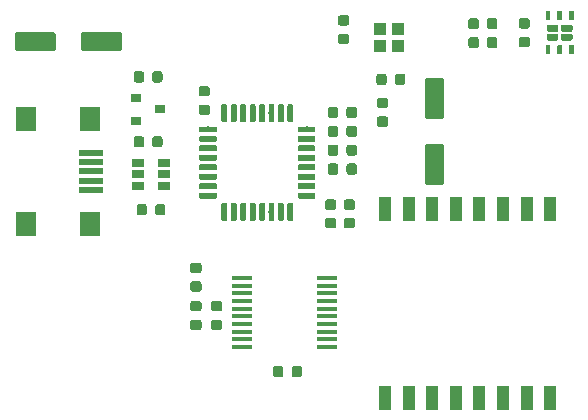
<source format=gbr>
G04 #@! TF.GenerationSoftware,KiCad,Pcbnew,(5.1.0)-1*
G04 #@! TF.CreationDate,2020-04-10T00:04:39+02:00*
G04 #@! TF.ProjectId,Heissluftballon,48656973-736c-4756-9674-62616c6c6f6e,rev?*
G04 #@! TF.SameCoordinates,Original*
G04 #@! TF.FileFunction,Paste,Top*
G04 #@! TF.FilePolarity,Positive*
%FSLAX46Y46*%
G04 Gerber Fmt 4.6, Leading zero omitted, Abs format (unit mm)*
G04 Created by KiCad (PCBNEW (5.1.0)-1) date 2020-04-10 00:04:39*
%MOMM*%
%LPD*%
G04 APERTURE LIST*
%ADD10R,1.050000X1.050000*%
%ADD11C,0.100000*%
%ADD12C,0.875000*%
%ADD13C,1.600000*%
%ADD14C,0.400000*%
%ADD15C,0.600000*%
%ADD16R,1.750000X0.450000*%
%ADD17R,1.060000X0.650000*%
%ADD18C,0.500000*%
%ADD19R,1.700000X2.000000*%
%ADD20R,2.000000X0.500000*%
%ADD21R,1.000000X2.000000*%
%ADD22R,0.900000X0.800000*%
G04 APERTURE END LIST*
D10*
X102875000Y-80925000D03*
X101425000Y-80925000D03*
X102875000Y-82375000D03*
X101425000Y-82375000D03*
D11*
G36*
X99227691Y-89126053D02*
G01*
X99248926Y-89129203D01*
X99269750Y-89134419D01*
X99289962Y-89141651D01*
X99309368Y-89150830D01*
X99327781Y-89161866D01*
X99345024Y-89174654D01*
X99360930Y-89189070D01*
X99375346Y-89204976D01*
X99388134Y-89222219D01*
X99399170Y-89240632D01*
X99408349Y-89260038D01*
X99415581Y-89280250D01*
X99420797Y-89301074D01*
X99423947Y-89322309D01*
X99425000Y-89343750D01*
X99425000Y-89856250D01*
X99423947Y-89877691D01*
X99420797Y-89898926D01*
X99415581Y-89919750D01*
X99408349Y-89939962D01*
X99399170Y-89959368D01*
X99388134Y-89977781D01*
X99375346Y-89995024D01*
X99360930Y-90010930D01*
X99345024Y-90025346D01*
X99327781Y-90038134D01*
X99309368Y-90049170D01*
X99289962Y-90058349D01*
X99269750Y-90065581D01*
X99248926Y-90070797D01*
X99227691Y-90073947D01*
X99206250Y-90075000D01*
X98768750Y-90075000D01*
X98747309Y-90073947D01*
X98726074Y-90070797D01*
X98705250Y-90065581D01*
X98685038Y-90058349D01*
X98665632Y-90049170D01*
X98647219Y-90038134D01*
X98629976Y-90025346D01*
X98614070Y-90010930D01*
X98599654Y-89995024D01*
X98586866Y-89977781D01*
X98575830Y-89959368D01*
X98566651Y-89939962D01*
X98559419Y-89919750D01*
X98554203Y-89898926D01*
X98551053Y-89877691D01*
X98550000Y-89856250D01*
X98550000Y-89343750D01*
X98551053Y-89322309D01*
X98554203Y-89301074D01*
X98559419Y-89280250D01*
X98566651Y-89260038D01*
X98575830Y-89240632D01*
X98586866Y-89222219D01*
X98599654Y-89204976D01*
X98614070Y-89189070D01*
X98629976Y-89174654D01*
X98647219Y-89161866D01*
X98665632Y-89150830D01*
X98685038Y-89141651D01*
X98705250Y-89134419D01*
X98726074Y-89129203D01*
X98747309Y-89126053D01*
X98768750Y-89125000D01*
X99206250Y-89125000D01*
X99227691Y-89126053D01*
X99227691Y-89126053D01*
G37*
D12*
X98987500Y-89600000D03*
D11*
G36*
X97652691Y-89126053D02*
G01*
X97673926Y-89129203D01*
X97694750Y-89134419D01*
X97714962Y-89141651D01*
X97734368Y-89150830D01*
X97752781Y-89161866D01*
X97770024Y-89174654D01*
X97785930Y-89189070D01*
X97800346Y-89204976D01*
X97813134Y-89222219D01*
X97824170Y-89240632D01*
X97833349Y-89260038D01*
X97840581Y-89280250D01*
X97845797Y-89301074D01*
X97848947Y-89322309D01*
X97850000Y-89343750D01*
X97850000Y-89856250D01*
X97848947Y-89877691D01*
X97845797Y-89898926D01*
X97840581Y-89919750D01*
X97833349Y-89939962D01*
X97824170Y-89959368D01*
X97813134Y-89977781D01*
X97800346Y-89995024D01*
X97785930Y-90010930D01*
X97770024Y-90025346D01*
X97752781Y-90038134D01*
X97734368Y-90049170D01*
X97714962Y-90058349D01*
X97694750Y-90065581D01*
X97673926Y-90070797D01*
X97652691Y-90073947D01*
X97631250Y-90075000D01*
X97193750Y-90075000D01*
X97172309Y-90073947D01*
X97151074Y-90070797D01*
X97130250Y-90065581D01*
X97110038Y-90058349D01*
X97090632Y-90049170D01*
X97072219Y-90038134D01*
X97054976Y-90025346D01*
X97039070Y-90010930D01*
X97024654Y-89995024D01*
X97011866Y-89977781D01*
X97000830Y-89959368D01*
X96991651Y-89939962D01*
X96984419Y-89919750D01*
X96979203Y-89898926D01*
X96976053Y-89877691D01*
X96975000Y-89856250D01*
X96975000Y-89343750D01*
X96976053Y-89322309D01*
X96979203Y-89301074D01*
X96984419Y-89280250D01*
X96991651Y-89260038D01*
X97000830Y-89240632D01*
X97011866Y-89222219D01*
X97024654Y-89204976D01*
X97039070Y-89189070D01*
X97054976Y-89174654D01*
X97072219Y-89161866D01*
X97090632Y-89150830D01*
X97110038Y-89141651D01*
X97130250Y-89134419D01*
X97151074Y-89129203D01*
X97172309Y-89126053D01*
X97193750Y-89125000D01*
X97631250Y-89125000D01*
X97652691Y-89126053D01*
X97652691Y-89126053D01*
G37*
D12*
X97412500Y-89600000D03*
D11*
G36*
X99227691Y-87526053D02*
G01*
X99248926Y-87529203D01*
X99269750Y-87534419D01*
X99289962Y-87541651D01*
X99309368Y-87550830D01*
X99327781Y-87561866D01*
X99345024Y-87574654D01*
X99360930Y-87589070D01*
X99375346Y-87604976D01*
X99388134Y-87622219D01*
X99399170Y-87640632D01*
X99408349Y-87660038D01*
X99415581Y-87680250D01*
X99420797Y-87701074D01*
X99423947Y-87722309D01*
X99425000Y-87743750D01*
X99425000Y-88256250D01*
X99423947Y-88277691D01*
X99420797Y-88298926D01*
X99415581Y-88319750D01*
X99408349Y-88339962D01*
X99399170Y-88359368D01*
X99388134Y-88377781D01*
X99375346Y-88395024D01*
X99360930Y-88410930D01*
X99345024Y-88425346D01*
X99327781Y-88438134D01*
X99309368Y-88449170D01*
X99289962Y-88458349D01*
X99269750Y-88465581D01*
X99248926Y-88470797D01*
X99227691Y-88473947D01*
X99206250Y-88475000D01*
X98768750Y-88475000D01*
X98747309Y-88473947D01*
X98726074Y-88470797D01*
X98705250Y-88465581D01*
X98685038Y-88458349D01*
X98665632Y-88449170D01*
X98647219Y-88438134D01*
X98629976Y-88425346D01*
X98614070Y-88410930D01*
X98599654Y-88395024D01*
X98586866Y-88377781D01*
X98575830Y-88359368D01*
X98566651Y-88339962D01*
X98559419Y-88319750D01*
X98554203Y-88298926D01*
X98551053Y-88277691D01*
X98550000Y-88256250D01*
X98550000Y-87743750D01*
X98551053Y-87722309D01*
X98554203Y-87701074D01*
X98559419Y-87680250D01*
X98566651Y-87660038D01*
X98575830Y-87640632D01*
X98586866Y-87622219D01*
X98599654Y-87604976D01*
X98614070Y-87589070D01*
X98629976Y-87574654D01*
X98647219Y-87561866D01*
X98665632Y-87550830D01*
X98685038Y-87541651D01*
X98705250Y-87534419D01*
X98726074Y-87529203D01*
X98747309Y-87526053D01*
X98768750Y-87525000D01*
X99206250Y-87525000D01*
X99227691Y-87526053D01*
X99227691Y-87526053D01*
G37*
D12*
X98987500Y-88000000D03*
D11*
G36*
X97652691Y-87526053D02*
G01*
X97673926Y-87529203D01*
X97694750Y-87534419D01*
X97714962Y-87541651D01*
X97734368Y-87550830D01*
X97752781Y-87561866D01*
X97770024Y-87574654D01*
X97785930Y-87589070D01*
X97800346Y-87604976D01*
X97813134Y-87622219D01*
X97824170Y-87640632D01*
X97833349Y-87660038D01*
X97840581Y-87680250D01*
X97845797Y-87701074D01*
X97848947Y-87722309D01*
X97850000Y-87743750D01*
X97850000Y-88256250D01*
X97848947Y-88277691D01*
X97845797Y-88298926D01*
X97840581Y-88319750D01*
X97833349Y-88339962D01*
X97824170Y-88359368D01*
X97813134Y-88377781D01*
X97800346Y-88395024D01*
X97785930Y-88410930D01*
X97770024Y-88425346D01*
X97752781Y-88438134D01*
X97734368Y-88449170D01*
X97714962Y-88458349D01*
X97694750Y-88465581D01*
X97673926Y-88470797D01*
X97652691Y-88473947D01*
X97631250Y-88475000D01*
X97193750Y-88475000D01*
X97172309Y-88473947D01*
X97151074Y-88470797D01*
X97130250Y-88465581D01*
X97110038Y-88458349D01*
X97090632Y-88449170D01*
X97072219Y-88438134D01*
X97054976Y-88425346D01*
X97039070Y-88410930D01*
X97024654Y-88395024D01*
X97011866Y-88377781D01*
X97000830Y-88359368D01*
X96991651Y-88339962D01*
X96984419Y-88319750D01*
X96979203Y-88298926D01*
X96976053Y-88277691D01*
X96975000Y-88256250D01*
X96975000Y-87743750D01*
X96976053Y-87722309D01*
X96979203Y-87701074D01*
X96984419Y-87680250D01*
X96991651Y-87660038D01*
X97000830Y-87640632D01*
X97011866Y-87622219D01*
X97024654Y-87604976D01*
X97039070Y-87589070D01*
X97054976Y-87574654D01*
X97072219Y-87561866D01*
X97090632Y-87550830D01*
X97110038Y-87541651D01*
X97130250Y-87534419D01*
X97151074Y-87529203D01*
X97172309Y-87526053D01*
X97193750Y-87525000D01*
X97631250Y-87525000D01*
X97652691Y-87526053D01*
X97652691Y-87526053D01*
G37*
D12*
X97412500Y-88000000D03*
D11*
G36*
X106574504Y-85051204D02*
G01*
X106598773Y-85054804D01*
X106622571Y-85060765D01*
X106645671Y-85069030D01*
X106667849Y-85079520D01*
X106688893Y-85092133D01*
X106708598Y-85106747D01*
X106726777Y-85123223D01*
X106743253Y-85141402D01*
X106757867Y-85161107D01*
X106770480Y-85182151D01*
X106780970Y-85204329D01*
X106789235Y-85227429D01*
X106795196Y-85251227D01*
X106798796Y-85275496D01*
X106800000Y-85300000D01*
X106800000Y-88300000D01*
X106798796Y-88324504D01*
X106795196Y-88348773D01*
X106789235Y-88372571D01*
X106780970Y-88395671D01*
X106770480Y-88417849D01*
X106757867Y-88438893D01*
X106743253Y-88458598D01*
X106726777Y-88476777D01*
X106708598Y-88493253D01*
X106688893Y-88507867D01*
X106667849Y-88520480D01*
X106645671Y-88530970D01*
X106622571Y-88539235D01*
X106598773Y-88545196D01*
X106574504Y-88548796D01*
X106550000Y-88550000D01*
X105450000Y-88550000D01*
X105425496Y-88548796D01*
X105401227Y-88545196D01*
X105377429Y-88539235D01*
X105354329Y-88530970D01*
X105332151Y-88520480D01*
X105311107Y-88507867D01*
X105291402Y-88493253D01*
X105273223Y-88476777D01*
X105256747Y-88458598D01*
X105242133Y-88438893D01*
X105229520Y-88417849D01*
X105219030Y-88395671D01*
X105210765Y-88372571D01*
X105204804Y-88348773D01*
X105201204Y-88324504D01*
X105200000Y-88300000D01*
X105200000Y-85300000D01*
X105201204Y-85275496D01*
X105204804Y-85251227D01*
X105210765Y-85227429D01*
X105219030Y-85204329D01*
X105229520Y-85182151D01*
X105242133Y-85161107D01*
X105256747Y-85141402D01*
X105273223Y-85123223D01*
X105291402Y-85106747D01*
X105311107Y-85092133D01*
X105332151Y-85079520D01*
X105354329Y-85069030D01*
X105377429Y-85060765D01*
X105401227Y-85054804D01*
X105425496Y-85051204D01*
X105450000Y-85050000D01*
X106550000Y-85050000D01*
X106574504Y-85051204D01*
X106574504Y-85051204D01*
G37*
D13*
X106000000Y-86800000D03*
D11*
G36*
X106574504Y-90651204D02*
G01*
X106598773Y-90654804D01*
X106622571Y-90660765D01*
X106645671Y-90669030D01*
X106667849Y-90679520D01*
X106688893Y-90692133D01*
X106708598Y-90706747D01*
X106726777Y-90723223D01*
X106743253Y-90741402D01*
X106757867Y-90761107D01*
X106770480Y-90782151D01*
X106780970Y-90804329D01*
X106789235Y-90827429D01*
X106795196Y-90851227D01*
X106798796Y-90875496D01*
X106800000Y-90900000D01*
X106800000Y-93900000D01*
X106798796Y-93924504D01*
X106795196Y-93948773D01*
X106789235Y-93972571D01*
X106780970Y-93995671D01*
X106770480Y-94017849D01*
X106757867Y-94038893D01*
X106743253Y-94058598D01*
X106726777Y-94076777D01*
X106708598Y-94093253D01*
X106688893Y-94107867D01*
X106667849Y-94120480D01*
X106645671Y-94130970D01*
X106622571Y-94139235D01*
X106598773Y-94145196D01*
X106574504Y-94148796D01*
X106550000Y-94150000D01*
X105450000Y-94150000D01*
X105425496Y-94148796D01*
X105401227Y-94145196D01*
X105377429Y-94139235D01*
X105354329Y-94130970D01*
X105332151Y-94120480D01*
X105311107Y-94107867D01*
X105291402Y-94093253D01*
X105273223Y-94076777D01*
X105256747Y-94058598D01*
X105242133Y-94038893D01*
X105229520Y-94017849D01*
X105219030Y-93995671D01*
X105210765Y-93972571D01*
X105204804Y-93948773D01*
X105201204Y-93924504D01*
X105200000Y-93900000D01*
X105200000Y-90900000D01*
X105201204Y-90875496D01*
X105204804Y-90851227D01*
X105210765Y-90827429D01*
X105219030Y-90804329D01*
X105229520Y-90782151D01*
X105242133Y-90761107D01*
X105256747Y-90741402D01*
X105273223Y-90723223D01*
X105291402Y-90706747D01*
X105311107Y-90692133D01*
X105332151Y-90679520D01*
X105354329Y-90669030D01*
X105377429Y-90660765D01*
X105401227Y-90654804D01*
X105425496Y-90651204D01*
X105450000Y-90650000D01*
X106550000Y-90650000D01*
X106574504Y-90651204D01*
X106574504Y-90651204D01*
G37*
D13*
X106000000Y-92400000D03*
D11*
G36*
X109552691Y-80026053D02*
G01*
X109573926Y-80029203D01*
X109594750Y-80034419D01*
X109614962Y-80041651D01*
X109634368Y-80050830D01*
X109652781Y-80061866D01*
X109670024Y-80074654D01*
X109685930Y-80089070D01*
X109700346Y-80104976D01*
X109713134Y-80122219D01*
X109724170Y-80140632D01*
X109733349Y-80160038D01*
X109740581Y-80180250D01*
X109745797Y-80201074D01*
X109748947Y-80222309D01*
X109750000Y-80243750D01*
X109750000Y-80756250D01*
X109748947Y-80777691D01*
X109745797Y-80798926D01*
X109740581Y-80819750D01*
X109733349Y-80839962D01*
X109724170Y-80859368D01*
X109713134Y-80877781D01*
X109700346Y-80895024D01*
X109685930Y-80910930D01*
X109670024Y-80925346D01*
X109652781Y-80938134D01*
X109634368Y-80949170D01*
X109614962Y-80958349D01*
X109594750Y-80965581D01*
X109573926Y-80970797D01*
X109552691Y-80973947D01*
X109531250Y-80975000D01*
X109093750Y-80975000D01*
X109072309Y-80973947D01*
X109051074Y-80970797D01*
X109030250Y-80965581D01*
X109010038Y-80958349D01*
X108990632Y-80949170D01*
X108972219Y-80938134D01*
X108954976Y-80925346D01*
X108939070Y-80910930D01*
X108924654Y-80895024D01*
X108911866Y-80877781D01*
X108900830Y-80859368D01*
X108891651Y-80839962D01*
X108884419Y-80819750D01*
X108879203Y-80798926D01*
X108876053Y-80777691D01*
X108875000Y-80756250D01*
X108875000Y-80243750D01*
X108876053Y-80222309D01*
X108879203Y-80201074D01*
X108884419Y-80180250D01*
X108891651Y-80160038D01*
X108900830Y-80140632D01*
X108911866Y-80122219D01*
X108924654Y-80104976D01*
X108939070Y-80089070D01*
X108954976Y-80074654D01*
X108972219Y-80061866D01*
X108990632Y-80050830D01*
X109010038Y-80041651D01*
X109030250Y-80034419D01*
X109051074Y-80029203D01*
X109072309Y-80026053D01*
X109093750Y-80025000D01*
X109531250Y-80025000D01*
X109552691Y-80026053D01*
X109552691Y-80026053D01*
G37*
D12*
X109312500Y-80500000D03*
D11*
G36*
X111127691Y-80026053D02*
G01*
X111148926Y-80029203D01*
X111169750Y-80034419D01*
X111189962Y-80041651D01*
X111209368Y-80050830D01*
X111227781Y-80061866D01*
X111245024Y-80074654D01*
X111260930Y-80089070D01*
X111275346Y-80104976D01*
X111288134Y-80122219D01*
X111299170Y-80140632D01*
X111308349Y-80160038D01*
X111315581Y-80180250D01*
X111320797Y-80201074D01*
X111323947Y-80222309D01*
X111325000Y-80243750D01*
X111325000Y-80756250D01*
X111323947Y-80777691D01*
X111320797Y-80798926D01*
X111315581Y-80819750D01*
X111308349Y-80839962D01*
X111299170Y-80859368D01*
X111288134Y-80877781D01*
X111275346Y-80895024D01*
X111260930Y-80910930D01*
X111245024Y-80925346D01*
X111227781Y-80938134D01*
X111209368Y-80949170D01*
X111189962Y-80958349D01*
X111169750Y-80965581D01*
X111148926Y-80970797D01*
X111127691Y-80973947D01*
X111106250Y-80975000D01*
X110668750Y-80975000D01*
X110647309Y-80973947D01*
X110626074Y-80970797D01*
X110605250Y-80965581D01*
X110585038Y-80958349D01*
X110565632Y-80949170D01*
X110547219Y-80938134D01*
X110529976Y-80925346D01*
X110514070Y-80910930D01*
X110499654Y-80895024D01*
X110486866Y-80877781D01*
X110475830Y-80859368D01*
X110466651Y-80839962D01*
X110459419Y-80819750D01*
X110454203Y-80798926D01*
X110451053Y-80777691D01*
X110450000Y-80756250D01*
X110450000Y-80243750D01*
X110451053Y-80222309D01*
X110454203Y-80201074D01*
X110459419Y-80180250D01*
X110466651Y-80160038D01*
X110475830Y-80140632D01*
X110486866Y-80122219D01*
X110499654Y-80104976D01*
X110514070Y-80089070D01*
X110529976Y-80074654D01*
X110547219Y-80061866D01*
X110565632Y-80050830D01*
X110585038Y-80041651D01*
X110605250Y-80034419D01*
X110626074Y-80029203D01*
X110647309Y-80026053D01*
X110668750Y-80025000D01*
X111106250Y-80025000D01*
X111127691Y-80026053D01*
X111127691Y-80026053D01*
G37*
D12*
X110887500Y-80500000D03*
D11*
G36*
X109552691Y-81626053D02*
G01*
X109573926Y-81629203D01*
X109594750Y-81634419D01*
X109614962Y-81641651D01*
X109634368Y-81650830D01*
X109652781Y-81661866D01*
X109670024Y-81674654D01*
X109685930Y-81689070D01*
X109700346Y-81704976D01*
X109713134Y-81722219D01*
X109724170Y-81740632D01*
X109733349Y-81760038D01*
X109740581Y-81780250D01*
X109745797Y-81801074D01*
X109748947Y-81822309D01*
X109750000Y-81843750D01*
X109750000Y-82356250D01*
X109748947Y-82377691D01*
X109745797Y-82398926D01*
X109740581Y-82419750D01*
X109733349Y-82439962D01*
X109724170Y-82459368D01*
X109713134Y-82477781D01*
X109700346Y-82495024D01*
X109685930Y-82510930D01*
X109670024Y-82525346D01*
X109652781Y-82538134D01*
X109634368Y-82549170D01*
X109614962Y-82558349D01*
X109594750Y-82565581D01*
X109573926Y-82570797D01*
X109552691Y-82573947D01*
X109531250Y-82575000D01*
X109093750Y-82575000D01*
X109072309Y-82573947D01*
X109051074Y-82570797D01*
X109030250Y-82565581D01*
X109010038Y-82558349D01*
X108990632Y-82549170D01*
X108972219Y-82538134D01*
X108954976Y-82525346D01*
X108939070Y-82510930D01*
X108924654Y-82495024D01*
X108911866Y-82477781D01*
X108900830Y-82459368D01*
X108891651Y-82439962D01*
X108884419Y-82419750D01*
X108879203Y-82398926D01*
X108876053Y-82377691D01*
X108875000Y-82356250D01*
X108875000Y-81843750D01*
X108876053Y-81822309D01*
X108879203Y-81801074D01*
X108884419Y-81780250D01*
X108891651Y-81760038D01*
X108900830Y-81740632D01*
X108911866Y-81722219D01*
X108924654Y-81704976D01*
X108939070Y-81689070D01*
X108954976Y-81674654D01*
X108972219Y-81661866D01*
X108990632Y-81650830D01*
X109010038Y-81641651D01*
X109030250Y-81634419D01*
X109051074Y-81629203D01*
X109072309Y-81626053D01*
X109093750Y-81625000D01*
X109531250Y-81625000D01*
X109552691Y-81626053D01*
X109552691Y-81626053D01*
G37*
D12*
X109312500Y-82100000D03*
D11*
G36*
X111127691Y-81626053D02*
G01*
X111148926Y-81629203D01*
X111169750Y-81634419D01*
X111189962Y-81641651D01*
X111209368Y-81650830D01*
X111227781Y-81661866D01*
X111245024Y-81674654D01*
X111260930Y-81689070D01*
X111275346Y-81704976D01*
X111288134Y-81722219D01*
X111299170Y-81740632D01*
X111308349Y-81760038D01*
X111315581Y-81780250D01*
X111320797Y-81801074D01*
X111323947Y-81822309D01*
X111325000Y-81843750D01*
X111325000Y-82356250D01*
X111323947Y-82377691D01*
X111320797Y-82398926D01*
X111315581Y-82419750D01*
X111308349Y-82439962D01*
X111299170Y-82459368D01*
X111288134Y-82477781D01*
X111275346Y-82495024D01*
X111260930Y-82510930D01*
X111245024Y-82525346D01*
X111227781Y-82538134D01*
X111209368Y-82549170D01*
X111189962Y-82558349D01*
X111169750Y-82565581D01*
X111148926Y-82570797D01*
X111127691Y-82573947D01*
X111106250Y-82575000D01*
X110668750Y-82575000D01*
X110647309Y-82573947D01*
X110626074Y-82570797D01*
X110605250Y-82565581D01*
X110585038Y-82558349D01*
X110565632Y-82549170D01*
X110547219Y-82538134D01*
X110529976Y-82525346D01*
X110514070Y-82510930D01*
X110499654Y-82495024D01*
X110486866Y-82477781D01*
X110475830Y-82459368D01*
X110466651Y-82439962D01*
X110459419Y-82419750D01*
X110454203Y-82398926D01*
X110451053Y-82377691D01*
X110450000Y-82356250D01*
X110450000Y-81843750D01*
X110451053Y-81822309D01*
X110454203Y-81801074D01*
X110459419Y-81780250D01*
X110466651Y-81760038D01*
X110475830Y-81740632D01*
X110486866Y-81722219D01*
X110499654Y-81704976D01*
X110514070Y-81689070D01*
X110529976Y-81674654D01*
X110547219Y-81661866D01*
X110565632Y-81650830D01*
X110585038Y-81641651D01*
X110605250Y-81634419D01*
X110626074Y-81629203D01*
X110647309Y-81626053D01*
X110668750Y-81625000D01*
X111106250Y-81625000D01*
X111127691Y-81626053D01*
X111127691Y-81626053D01*
G37*
D12*
X110887500Y-82100000D03*
D11*
G36*
X103327691Y-84726053D02*
G01*
X103348926Y-84729203D01*
X103369750Y-84734419D01*
X103389962Y-84741651D01*
X103409368Y-84750830D01*
X103427781Y-84761866D01*
X103445024Y-84774654D01*
X103460930Y-84789070D01*
X103475346Y-84804976D01*
X103488134Y-84822219D01*
X103499170Y-84840632D01*
X103508349Y-84860038D01*
X103515581Y-84880250D01*
X103520797Y-84901074D01*
X103523947Y-84922309D01*
X103525000Y-84943750D01*
X103525000Y-85456250D01*
X103523947Y-85477691D01*
X103520797Y-85498926D01*
X103515581Y-85519750D01*
X103508349Y-85539962D01*
X103499170Y-85559368D01*
X103488134Y-85577781D01*
X103475346Y-85595024D01*
X103460930Y-85610930D01*
X103445024Y-85625346D01*
X103427781Y-85638134D01*
X103409368Y-85649170D01*
X103389962Y-85658349D01*
X103369750Y-85665581D01*
X103348926Y-85670797D01*
X103327691Y-85673947D01*
X103306250Y-85675000D01*
X102868750Y-85675000D01*
X102847309Y-85673947D01*
X102826074Y-85670797D01*
X102805250Y-85665581D01*
X102785038Y-85658349D01*
X102765632Y-85649170D01*
X102747219Y-85638134D01*
X102729976Y-85625346D01*
X102714070Y-85610930D01*
X102699654Y-85595024D01*
X102686866Y-85577781D01*
X102675830Y-85559368D01*
X102666651Y-85539962D01*
X102659419Y-85519750D01*
X102654203Y-85498926D01*
X102651053Y-85477691D01*
X102650000Y-85456250D01*
X102650000Y-84943750D01*
X102651053Y-84922309D01*
X102654203Y-84901074D01*
X102659419Y-84880250D01*
X102666651Y-84860038D01*
X102675830Y-84840632D01*
X102686866Y-84822219D01*
X102699654Y-84804976D01*
X102714070Y-84789070D01*
X102729976Y-84774654D01*
X102747219Y-84761866D01*
X102765632Y-84750830D01*
X102785038Y-84741651D01*
X102805250Y-84734419D01*
X102826074Y-84729203D01*
X102847309Y-84726053D01*
X102868750Y-84725000D01*
X103306250Y-84725000D01*
X103327691Y-84726053D01*
X103327691Y-84726053D01*
G37*
D12*
X103087500Y-85200000D03*
D11*
G36*
X101752691Y-84726053D02*
G01*
X101773926Y-84729203D01*
X101794750Y-84734419D01*
X101814962Y-84741651D01*
X101834368Y-84750830D01*
X101852781Y-84761866D01*
X101870024Y-84774654D01*
X101885930Y-84789070D01*
X101900346Y-84804976D01*
X101913134Y-84822219D01*
X101924170Y-84840632D01*
X101933349Y-84860038D01*
X101940581Y-84880250D01*
X101945797Y-84901074D01*
X101948947Y-84922309D01*
X101950000Y-84943750D01*
X101950000Y-85456250D01*
X101948947Y-85477691D01*
X101945797Y-85498926D01*
X101940581Y-85519750D01*
X101933349Y-85539962D01*
X101924170Y-85559368D01*
X101913134Y-85577781D01*
X101900346Y-85595024D01*
X101885930Y-85610930D01*
X101870024Y-85625346D01*
X101852781Y-85638134D01*
X101834368Y-85649170D01*
X101814962Y-85658349D01*
X101794750Y-85665581D01*
X101773926Y-85670797D01*
X101752691Y-85673947D01*
X101731250Y-85675000D01*
X101293750Y-85675000D01*
X101272309Y-85673947D01*
X101251074Y-85670797D01*
X101230250Y-85665581D01*
X101210038Y-85658349D01*
X101190632Y-85649170D01*
X101172219Y-85638134D01*
X101154976Y-85625346D01*
X101139070Y-85610930D01*
X101124654Y-85595024D01*
X101111866Y-85577781D01*
X101100830Y-85559368D01*
X101091651Y-85539962D01*
X101084419Y-85519750D01*
X101079203Y-85498926D01*
X101076053Y-85477691D01*
X101075000Y-85456250D01*
X101075000Y-84943750D01*
X101076053Y-84922309D01*
X101079203Y-84901074D01*
X101084419Y-84880250D01*
X101091651Y-84860038D01*
X101100830Y-84840632D01*
X101111866Y-84822219D01*
X101124654Y-84804976D01*
X101139070Y-84789070D01*
X101154976Y-84774654D01*
X101172219Y-84761866D01*
X101190632Y-84750830D01*
X101210038Y-84741651D01*
X101230250Y-84734419D01*
X101251074Y-84729203D01*
X101272309Y-84726053D01*
X101293750Y-84725000D01*
X101731250Y-84725000D01*
X101752691Y-84726053D01*
X101752691Y-84726053D01*
G37*
D12*
X101512500Y-85200000D03*
D11*
G36*
X86077691Y-105551053D02*
G01*
X86098926Y-105554203D01*
X86119750Y-105559419D01*
X86139962Y-105566651D01*
X86159368Y-105575830D01*
X86177781Y-105586866D01*
X86195024Y-105599654D01*
X86210930Y-105614070D01*
X86225346Y-105629976D01*
X86238134Y-105647219D01*
X86249170Y-105665632D01*
X86258349Y-105685038D01*
X86265581Y-105705250D01*
X86270797Y-105726074D01*
X86273947Y-105747309D01*
X86275000Y-105768750D01*
X86275000Y-106206250D01*
X86273947Y-106227691D01*
X86270797Y-106248926D01*
X86265581Y-106269750D01*
X86258349Y-106289962D01*
X86249170Y-106309368D01*
X86238134Y-106327781D01*
X86225346Y-106345024D01*
X86210930Y-106360930D01*
X86195024Y-106375346D01*
X86177781Y-106388134D01*
X86159368Y-106399170D01*
X86139962Y-106408349D01*
X86119750Y-106415581D01*
X86098926Y-106420797D01*
X86077691Y-106423947D01*
X86056250Y-106425000D01*
X85543750Y-106425000D01*
X85522309Y-106423947D01*
X85501074Y-106420797D01*
X85480250Y-106415581D01*
X85460038Y-106408349D01*
X85440632Y-106399170D01*
X85422219Y-106388134D01*
X85404976Y-106375346D01*
X85389070Y-106360930D01*
X85374654Y-106345024D01*
X85361866Y-106327781D01*
X85350830Y-106309368D01*
X85341651Y-106289962D01*
X85334419Y-106269750D01*
X85329203Y-106248926D01*
X85326053Y-106227691D01*
X85325000Y-106206250D01*
X85325000Y-105768750D01*
X85326053Y-105747309D01*
X85329203Y-105726074D01*
X85334419Y-105705250D01*
X85341651Y-105685038D01*
X85350830Y-105665632D01*
X85361866Y-105647219D01*
X85374654Y-105629976D01*
X85389070Y-105614070D01*
X85404976Y-105599654D01*
X85422219Y-105586866D01*
X85440632Y-105575830D01*
X85460038Y-105566651D01*
X85480250Y-105559419D01*
X85501074Y-105554203D01*
X85522309Y-105551053D01*
X85543750Y-105550000D01*
X86056250Y-105550000D01*
X86077691Y-105551053D01*
X86077691Y-105551053D01*
G37*
D12*
X85800000Y-105987500D03*
D11*
G36*
X86077691Y-103976053D02*
G01*
X86098926Y-103979203D01*
X86119750Y-103984419D01*
X86139962Y-103991651D01*
X86159368Y-104000830D01*
X86177781Y-104011866D01*
X86195024Y-104024654D01*
X86210930Y-104039070D01*
X86225346Y-104054976D01*
X86238134Y-104072219D01*
X86249170Y-104090632D01*
X86258349Y-104110038D01*
X86265581Y-104130250D01*
X86270797Y-104151074D01*
X86273947Y-104172309D01*
X86275000Y-104193750D01*
X86275000Y-104631250D01*
X86273947Y-104652691D01*
X86270797Y-104673926D01*
X86265581Y-104694750D01*
X86258349Y-104714962D01*
X86249170Y-104734368D01*
X86238134Y-104752781D01*
X86225346Y-104770024D01*
X86210930Y-104785930D01*
X86195024Y-104800346D01*
X86177781Y-104813134D01*
X86159368Y-104824170D01*
X86139962Y-104833349D01*
X86119750Y-104840581D01*
X86098926Y-104845797D01*
X86077691Y-104848947D01*
X86056250Y-104850000D01*
X85543750Y-104850000D01*
X85522309Y-104848947D01*
X85501074Y-104845797D01*
X85480250Y-104840581D01*
X85460038Y-104833349D01*
X85440632Y-104824170D01*
X85422219Y-104813134D01*
X85404976Y-104800346D01*
X85389070Y-104785930D01*
X85374654Y-104770024D01*
X85361866Y-104752781D01*
X85350830Y-104734368D01*
X85341651Y-104714962D01*
X85334419Y-104694750D01*
X85329203Y-104673926D01*
X85326053Y-104652691D01*
X85325000Y-104631250D01*
X85325000Y-104193750D01*
X85326053Y-104172309D01*
X85329203Y-104151074D01*
X85334419Y-104130250D01*
X85341651Y-104110038D01*
X85350830Y-104090632D01*
X85361866Y-104072219D01*
X85374654Y-104054976D01*
X85389070Y-104039070D01*
X85404976Y-104024654D01*
X85422219Y-104011866D01*
X85440632Y-104000830D01*
X85460038Y-103991651D01*
X85480250Y-103984419D01*
X85501074Y-103979203D01*
X85522309Y-103976053D01*
X85543750Y-103975000D01*
X86056250Y-103975000D01*
X86077691Y-103976053D01*
X86077691Y-103976053D01*
G37*
D12*
X85800000Y-104412500D03*
D11*
G36*
X98577691Y-81351053D02*
G01*
X98598926Y-81354203D01*
X98619750Y-81359419D01*
X98639962Y-81366651D01*
X98659368Y-81375830D01*
X98677781Y-81386866D01*
X98695024Y-81399654D01*
X98710930Y-81414070D01*
X98725346Y-81429976D01*
X98738134Y-81447219D01*
X98749170Y-81465632D01*
X98758349Y-81485038D01*
X98765581Y-81505250D01*
X98770797Y-81526074D01*
X98773947Y-81547309D01*
X98775000Y-81568750D01*
X98775000Y-82006250D01*
X98773947Y-82027691D01*
X98770797Y-82048926D01*
X98765581Y-82069750D01*
X98758349Y-82089962D01*
X98749170Y-82109368D01*
X98738134Y-82127781D01*
X98725346Y-82145024D01*
X98710930Y-82160930D01*
X98695024Y-82175346D01*
X98677781Y-82188134D01*
X98659368Y-82199170D01*
X98639962Y-82208349D01*
X98619750Y-82215581D01*
X98598926Y-82220797D01*
X98577691Y-82223947D01*
X98556250Y-82225000D01*
X98043750Y-82225000D01*
X98022309Y-82223947D01*
X98001074Y-82220797D01*
X97980250Y-82215581D01*
X97960038Y-82208349D01*
X97940632Y-82199170D01*
X97922219Y-82188134D01*
X97904976Y-82175346D01*
X97889070Y-82160930D01*
X97874654Y-82145024D01*
X97861866Y-82127781D01*
X97850830Y-82109368D01*
X97841651Y-82089962D01*
X97834419Y-82069750D01*
X97829203Y-82048926D01*
X97826053Y-82027691D01*
X97825000Y-82006250D01*
X97825000Y-81568750D01*
X97826053Y-81547309D01*
X97829203Y-81526074D01*
X97834419Y-81505250D01*
X97841651Y-81485038D01*
X97850830Y-81465632D01*
X97861866Y-81447219D01*
X97874654Y-81429976D01*
X97889070Y-81414070D01*
X97904976Y-81399654D01*
X97922219Y-81386866D01*
X97940632Y-81375830D01*
X97960038Y-81366651D01*
X97980250Y-81359419D01*
X98001074Y-81354203D01*
X98022309Y-81351053D01*
X98043750Y-81350000D01*
X98556250Y-81350000D01*
X98577691Y-81351053D01*
X98577691Y-81351053D01*
G37*
D12*
X98300000Y-81787500D03*
D11*
G36*
X98577691Y-79776053D02*
G01*
X98598926Y-79779203D01*
X98619750Y-79784419D01*
X98639962Y-79791651D01*
X98659368Y-79800830D01*
X98677781Y-79811866D01*
X98695024Y-79824654D01*
X98710930Y-79839070D01*
X98725346Y-79854976D01*
X98738134Y-79872219D01*
X98749170Y-79890632D01*
X98758349Y-79910038D01*
X98765581Y-79930250D01*
X98770797Y-79951074D01*
X98773947Y-79972309D01*
X98775000Y-79993750D01*
X98775000Y-80431250D01*
X98773947Y-80452691D01*
X98770797Y-80473926D01*
X98765581Y-80494750D01*
X98758349Y-80514962D01*
X98749170Y-80534368D01*
X98738134Y-80552781D01*
X98725346Y-80570024D01*
X98710930Y-80585930D01*
X98695024Y-80600346D01*
X98677781Y-80613134D01*
X98659368Y-80624170D01*
X98639962Y-80633349D01*
X98619750Y-80640581D01*
X98598926Y-80645797D01*
X98577691Y-80648947D01*
X98556250Y-80650000D01*
X98043750Y-80650000D01*
X98022309Y-80648947D01*
X98001074Y-80645797D01*
X97980250Y-80640581D01*
X97960038Y-80633349D01*
X97940632Y-80624170D01*
X97922219Y-80613134D01*
X97904976Y-80600346D01*
X97889070Y-80585930D01*
X97874654Y-80570024D01*
X97861866Y-80552781D01*
X97850830Y-80534368D01*
X97841651Y-80514962D01*
X97834419Y-80494750D01*
X97829203Y-80473926D01*
X97826053Y-80452691D01*
X97825000Y-80431250D01*
X97825000Y-79993750D01*
X97826053Y-79972309D01*
X97829203Y-79951074D01*
X97834419Y-79930250D01*
X97841651Y-79910038D01*
X97850830Y-79890632D01*
X97861866Y-79872219D01*
X97874654Y-79854976D01*
X97889070Y-79839070D01*
X97904976Y-79824654D01*
X97922219Y-79811866D01*
X97940632Y-79800830D01*
X97960038Y-79791651D01*
X97980250Y-79784419D01*
X98001074Y-79779203D01*
X98022309Y-79776053D01*
X98043750Y-79775000D01*
X98556250Y-79775000D01*
X98577691Y-79776053D01*
X98577691Y-79776053D01*
G37*
D12*
X98300000Y-80212500D03*
D11*
G36*
X117709802Y-82300482D02*
G01*
X117719509Y-82301921D01*
X117729028Y-82304306D01*
X117738268Y-82307612D01*
X117747140Y-82311808D01*
X117755557Y-82316853D01*
X117763439Y-82322699D01*
X117770711Y-82329289D01*
X117777301Y-82336561D01*
X117783147Y-82344443D01*
X117788192Y-82352860D01*
X117792388Y-82361732D01*
X117795694Y-82370972D01*
X117798079Y-82380491D01*
X117799518Y-82390198D01*
X117800000Y-82400000D01*
X117800000Y-83000000D01*
X117799518Y-83009802D01*
X117798079Y-83019509D01*
X117795694Y-83029028D01*
X117792388Y-83038268D01*
X117788192Y-83047140D01*
X117783147Y-83055557D01*
X117777301Y-83063439D01*
X117770711Y-83070711D01*
X117763439Y-83077301D01*
X117755557Y-83083147D01*
X117747140Y-83088192D01*
X117738268Y-83092388D01*
X117729028Y-83095694D01*
X117719509Y-83098079D01*
X117709802Y-83099518D01*
X117700000Y-83100000D01*
X117500000Y-83100000D01*
X117490198Y-83099518D01*
X117480491Y-83098079D01*
X117470972Y-83095694D01*
X117461732Y-83092388D01*
X117452860Y-83088192D01*
X117444443Y-83083147D01*
X117436561Y-83077301D01*
X117429289Y-83070711D01*
X117422699Y-83063439D01*
X117416853Y-83055557D01*
X117411808Y-83047140D01*
X117407612Y-83038268D01*
X117404306Y-83029028D01*
X117401921Y-83019509D01*
X117400482Y-83009802D01*
X117400000Y-83000000D01*
X117400000Y-82400000D01*
X117400482Y-82390198D01*
X117401921Y-82380491D01*
X117404306Y-82370972D01*
X117407612Y-82361732D01*
X117411808Y-82352860D01*
X117416853Y-82344443D01*
X117422699Y-82336561D01*
X117429289Y-82329289D01*
X117436561Y-82322699D01*
X117444443Y-82316853D01*
X117452860Y-82311808D01*
X117461732Y-82307612D01*
X117470972Y-82304306D01*
X117480491Y-82301921D01*
X117490198Y-82300482D01*
X117500000Y-82300000D01*
X117700000Y-82300000D01*
X117709802Y-82300482D01*
X117709802Y-82300482D01*
G37*
D14*
X117600000Y-82700000D03*
D11*
G36*
X116709802Y-82300482D02*
G01*
X116719509Y-82301921D01*
X116729028Y-82304306D01*
X116738268Y-82307612D01*
X116747140Y-82311808D01*
X116755557Y-82316853D01*
X116763439Y-82322699D01*
X116770711Y-82329289D01*
X116777301Y-82336561D01*
X116783147Y-82344443D01*
X116788192Y-82352860D01*
X116792388Y-82361732D01*
X116795694Y-82370972D01*
X116798079Y-82380491D01*
X116799518Y-82390198D01*
X116800000Y-82400000D01*
X116800000Y-83000000D01*
X116799518Y-83009802D01*
X116798079Y-83019509D01*
X116795694Y-83029028D01*
X116792388Y-83038268D01*
X116788192Y-83047140D01*
X116783147Y-83055557D01*
X116777301Y-83063439D01*
X116770711Y-83070711D01*
X116763439Y-83077301D01*
X116755557Y-83083147D01*
X116747140Y-83088192D01*
X116738268Y-83092388D01*
X116729028Y-83095694D01*
X116719509Y-83098079D01*
X116709802Y-83099518D01*
X116700000Y-83100000D01*
X116500000Y-83100000D01*
X116490198Y-83099518D01*
X116480491Y-83098079D01*
X116470972Y-83095694D01*
X116461732Y-83092388D01*
X116452860Y-83088192D01*
X116444443Y-83083147D01*
X116436561Y-83077301D01*
X116429289Y-83070711D01*
X116422699Y-83063439D01*
X116416853Y-83055557D01*
X116411808Y-83047140D01*
X116407612Y-83038268D01*
X116404306Y-83029028D01*
X116401921Y-83019509D01*
X116400482Y-83009802D01*
X116400000Y-83000000D01*
X116400000Y-82400000D01*
X116400482Y-82390198D01*
X116401921Y-82380491D01*
X116404306Y-82370972D01*
X116407612Y-82361732D01*
X116411808Y-82352860D01*
X116416853Y-82344443D01*
X116422699Y-82336561D01*
X116429289Y-82329289D01*
X116436561Y-82322699D01*
X116444443Y-82316853D01*
X116452860Y-82311808D01*
X116461732Y-82307612D01*
X116470972Y-82304306D01*
X116480491Y-82301921D01*
X116490198Y-82300482D01*
X116500000Y-82300000D01*
X116700000Y-82300000D01*
X116709802Y-82300482D01*
X116709802Y-82300482D01*
G37*
D14*
X116600000Y-82700000D03*
D11*
G36*
X115709802Y-82300482D02*
G01*
X115719509Y-82301921D01*
X115729028Y-82304306D01*
X115738268Y-82307612D01*
X115747140Y-82311808D01*
X115755557Y-82316853D01*
X115763439Y-82322699D01*
X115770711Y-82329289D01*
X115777301Y-82336561D01*
X115783147Y-82344443D01*
X115788192Y-82352860D01*
X115792388Y-82361732D01*
X115795694Y-82370972D01*
X115798079Y-82380491D01*
X115799518Y-82390198D01*
X115800000Y-82400000D01*
X115800000Y-83000000D01*
X115799518Y-83009802D01*
X115798079Y-83019509D01*
X115795694Y-83029028D01*
X115792388Y-83038268D01*
X115788192Y-83047140D01*
X115783147Y-83055557D01*
X115777301Y-83063439D01*
X115770711Y-83070711D01*
X115763439Y-83077301D01*
X115755557Y-83083147D01*
X115747140Y-83088192D01*
X115738268Y-83092388D01*
X115729028Y-83095694D01*
X115719509Y-83098079D01*
X115709802Y-83099518D01*
X115700000Y-83100000D01*
X115500000Y-83100000D01*
X115490198Y-83099518D01*
X115480491Y-83098079D01*
X115470972Y-83095694D01*
X115461732Y-83092388D01*
X115452860Y-83088192D01*
X115444443Y-83083147D01*
X115436561Y-83077301D01*
X115429289Y-83070711D01*
X115422699Y-83063439D01*
X115416853Y-83055557D01*
X115411808Y-83047140D01*
X115407612Y-83038268D01*
X115404306Y-83029028D01*
X115401921Y-83019509D01*
X115400482Y-83009802D01*
X115400000Y-83000000D01*
X115400000Y-82400000D01*
X115400482Y-82390198D01*
X115401921Y-82380491D01*
X115404306Y-82370972D01*
X115407612Y-82361732D01*
X115411808Y-82352860D01*
X115416853Y-82344443D01*
X115422699Y-82336561D01*
X115429289Y-82329289D01*
X115436561Y-82322699D01*
X115444443Y-82316853D01*
X115452860Y-82311808D01*
X115461732Y-82307612D01*
X115470972Y-82304306D01*
X115480491Y-82301921D01*
X115490198Y-82300482D01*
X115500000Y-82300000D01*
X115700000Y-82300000D01*
X115709802Y-82300482D01*
X115709802Y-82300482D01*
G37*
D14*
X115600000Y-82700000D03*
D11*
G36*
X115709802Y-79400482D02*
G01*
X115719509Y-79401921D01*
X115729028Y-79404306D01*
X115738268Y-79407612D01*
X115747140Y-79411808D01*
X115755557Y-79416853D01*
X115763439Y-79422699D01*
X115770711Y-79429289D01*
X115777301Y-79436561D01*
X115783147Y-79444443D01*
X115788192Y-79452860D01*
X115792388Y-79461732D01*
X115795694Y-79470972D01*
X115798079Y-79480491D01*
X115799518Y-79490198D01*
X115800000Y-79500000D01*
X115800000Y-80100000D01*
X115799518Y-80109802D01*
X115798079Y-80119509D01*
X115795694Y-80129028D01*
X115792388Y-80138268D01*
X115788192Y-80147140D01*
X115783147Y-80155557D01*
X115777301Y-80163439D01*
X115770711Y-80170711D01*
X115763439Y-80177301D01*
X115755557Y-80183147D01*
X115747140Y-80188192D01*
X115738268Y-80192388D01*
X115729028Y-80195694D01*
X115719509Y-80198079D01*
X115709802Y-80199518D01*
X115700000Y-80200000D01*
X115500000Y-80200000D01*
X115490198Y-80199518D01*
X115480491Y-80198079D01*
X115470972Y-80195694D01*
X115461732Y-80192388D01*
X115452860Y-80188192D01*
X115444443Y-80183147D01*
X115436561Y-80177301D01*
X115429289Y-80170711D01*
X115422699Y-80163439D01*
X115416853Y-80155557D01*
X115411808Y-80147140D01*
X115407612Y-80138268D01*
X115404306Y-80129028D01*
X115401921Y-80119509D01*
X115400482Y-80109802D01*
X115400000Y-80100000D01*
X115400000Y-79500000D01*
X115400482Y-79490198D01*
X115401921Y-79480491D01*
X115404306Y-79470972D01*
X115407612Y-79461732D01*
X115411808Y-79452860D01*
X115416853Y-79444443D01*
X115422699Y-79436561D01*
X115429289Y-79429289D01*
X115436561Y-79422699D01*
X115444443Y-79416853D01*
X115452860Y-79411808D01*
X115461732Y-79407612D01*
X115470972Y-79404306D01*
X115480491Y-79401921D01*
X115490198Y-79400482D01*
X115500000Y-79400000D01*
X115700000Y-79400000D01*
X115709802Y-79400482D01*
X115709802Y-79400482D01*
G37*
D14*
X115600000Y-79800000D03*
D11*
G36*
X116709802Y-79400482D02*
G01*
X116719509Y-79401921D01*
X116729028Y-79404306D01*
X116738268Y-79407612D01*
X116747140Y-79411808D01*
X116755557Y-79416853D01*
X116763439Y-79422699D01*
X116770711Y-79429289D01*
X116777301Y-79436561D01*
X116783147Y-79444443D01*
X116788192Y-79452860D01*
X116792388Y-79461732D01*
X116795694Y-79470972D01*
X116798079Y-79480491D01*
X116799518Y-79490198D01*
X116800000Y-79500000D01*
X116800000Y-80100000D01*
X116799518Y-80109802D01*
X116798079Y-80119509D01*
X116795694Y-80129028D01*
X116792388Y-80138268D01*
X116788192Y-80147140D01*
X116783147Y-80155557D01*
X116777301Y-80163439D01*
X116770711Y-80170711D01*
X116763439Y-80177301D01*
X116755557Y-80183147D01*
X116747140Y-80188192D01*
X116738268Y-80192388D01*
X116729028Y-80195694D01*
X116719509Y-80198079D01*
X116709802Y-80199518D01*
X116700000Y-80200000D01*
X116500000Y-80200000D01*
X116490198Y-80199518D01*
X116480491Y-80198079D01*
X116470972Y-80195694D01*
X116461732Y-80192388D01*
X116452860Y-80188192D01*
X116444443Y-80183147D01*
X116436561Y-80177301D01*
X116429289Y-80170711D01*
X116422699Y-80163439D01*
X116416853Y-80155557D01*
X116411808Y-80147140D01*
X116407612Y-80138268D01*
X116404306Y-80129028D01*
X116401921Y-80119509D01*
X116400482Y-80109802D01*
X116400000Y-80100000D01*
X116400000Y-79500000D01*
X116400482Y-79490198D01*
X116401921Y-79480491D01*
X116404306Y-79470972D01*
X116407612Y-79461732D01*
X116411808Y-79452860D01*
X116416853Y-79444443D01*
X116422699Y-79436561D01*
X116429289Y-79429289D01*
X116436561Y-79422699D01*
X116444443Y-79416853D01*
X116452860Y-79411808D01*
X116461732Y-79407612D01*
X116470972Y-79404306D01*
X116480491Y-79401921D01*
X116490198Y-79400482D01*
X116500000Y-79400000D01*
X116700000Y-79400000D01*
X116709802Y-79400482D01*
X116709802Y-79400482D01*
G37*
D14*
X116600000Y-79800000D03*
D11*
G36*
X117709802Y-79400482D02*
G01*
X117719509Y-79401921D01*
X117729028Y-79404306D01*
X117738268Y-79407612D01*
X117747140Y-79411808D01*
X117755557Y-79416853D01*
X117763439Y-79422699D01*
X117770711Y-79429289D01*
X117777301Y-79436561D01*
X117783147Y-79444443D01*
X117788192Y-79452860D01*
X117792388Y-79461732D01*
X117795694Y-79470972D01*
X117798079Y-79480491D01*
X117799518Y-79490198D01*
X117800000Y-79500000D01*
X117800000Y-80100000D01*
X117799518Y-80109802D01*
X117798079Y-80119509D01*
X117795694Y-80129028D01*
X117792388Y-80138268D01*
X117788192Y-80147140D01*
X117783147Y-80155557D01*
X117777301Y-80163439D01*
X117770711Y-80170711D01*
X117763439Y-80177301D01*
X117755557Y-80183147D01*
X117747140Y-80188192D01*
X117738268Y-80192388D01*
X117729028Y-80195694D01*
X117719509Y-80198079D01*
X117709802Y-80199518D01*
X117700000Y-80200000D01*
X117500000Y-80200000D01*
X117490198Y-80199518D01*
X117480491Y-80198079D01*
X117470972Y-80195694D01*
X117461732Y-80192388D01*
X117452860Y-80188192D01*
X117444443Y-80183147D01*
X117436561Y-80177301D01*
X117429289Y-80170711D01*
X117422699Y-80163439D01*
X117416853Y-80155557D01*
X117411808Y-80147140D01*
X117407612Y-80138268D01*
X117404306Y-80129028D01*
X117401921Y-80119509D01*
X117400482Y-80109802D01*
X117400000Y-80100000D01*
X117400000Y-79500000D01*
X117400482Y-79490198D01*
X117401921Y-79480491D01*
X117404306Y-79470972D01*
X117407612Y-79461732D01*
X117411808Y-79452860D01*
X117416853Y-79444443D01*
X117422699Y-79436561D01*
X117429289Y-79429289D01*
X117436561Y-79422699D01*
X117444443Y-79416853D01*
X117452860Y-79411808D01*
X117461732Y-79407612D01*
X117470972Y-79404306D01*
X117480491Y-79401921D01*
X117490198Y-79400482D01*
X117500000Y-79400000D01*
X117700000Y-79400000D01*
X117709802Y-79400482D01*
X117709802Y-79400482D01*
G37*
D14*
X117600000Y-79800000D03*
D11*
G36*
X116349703Y-81325722D02*
G01*
X116364264Y-81327882D01*
X116378543Y-81331459D01*
X116392403Y-81336418D01*
X116405710Y-81342712D01*
X116418336Y-81350280D01*
X116430159Y-81359048D01*
X116441066Y-81368934D01*
X116450952Y-81379841D01*
X116459720Y-81391664D01*
X116467288Y-81404290D01*
X116473582Y-81417597D01*
X116478541Y-81431457D01*
X116482118Y-81445736D01*
X116484278Y-81460297D01*
X116485000Y-81475000D01*
X116485000Y-81775000D01*
X116484278Y-81789703D01*
X116482118Y-81804264D01*
X116478541Y-81818543D01*
X116473582Y-81832403D01*
X116467288Y-81845710D01*
X116459720Y-81858336D01*
X116450952Y-81870159D01*
X116441066Y-81881066D01*
X116430159Y-81890952D01*
X116418336Y-81899720D01*
X116405710Y-81907288D01*
X116392403Y-81913582D01*
X116378543Y-81918541D01*
X116364264Y-81922118D01*
X116349703Y-81924278D01*
X116335000Y-81925000D01*
X115665000Y-81925000D01*
X115650297Y-81924278D01*
X115635736Y-81922118D01*
X115621457Y-81918541D01*
X115607597Y-81913582D01*
X115594290Y-81907288D01*
X115581664Y-81899720D01*
X115569841Y-81890952D01*
X115558934Y-81881066D01*
X115549048Y-81870159D01*
X115540280Y-81858336D01*
X115532712Y-81845710D01*
X115526418Y-81832403D01*
X115521459Y-81818543D01*
X115517882Y-81804264D01*
X115515722Y-81789703D01*
X115515000Y-81775000D01*
X115515000Y-81475000D01*
X115515722Y-81460297D01*
X115517882Y-81445736D01*
X115521459Y-81431457D01*
X115526418Y-81417597D01*
X115532712Y-81404290D01*
X115540280Y-81391664D01*
X115549048Y-81379841D01*
X115558934Y-81368934D01*
X115569841Y-81359048D01*
X115581664Y-81350280D01*
X115594290Y-81342712D01*
X115607597Y-81336418D01*
X115621457Y-81331459D01*
X115635736Y-81327882D01*
X115650297Y-81325722D01*
X115665000Y-81325000D01*
X116335000Y-81325000D01*
X116349703Y-81325722D01*
X116349703Y-81325722D01*
G37*
D15*
X116000000Y-81625000D03*
D11*
G36*
X117549703Y-81325722D02*
G01*
X117564264Y-81327882D01*
X117578543Y-81331459D01*
X117592403Y-81336418D01*
X117605710Y-81342712D01*
X117618336Y-81350280D01*
X117630159Y-81359048D01*
X117641066Y-81368934D01*
X117650952Y-81379841D01*
X117659720Y-81391664D01*
X117667288Y-81404290D01*
X117673582Y-81417597D01*
X117678541Y-81431457D01*
X117682118Y-81445736D01*
X117684278Y-81460297D01*
X117685000Y-81475000D01*
X117685000Y-81775000D01*
X117684278Y-81789703D01*
X117682118Y-81804264D01*
X117678541Y-81818543D01*
X117673582Y-81832403D01*
X117667288Y-81845710D01*
X117659720Y-81858336D01*
X117650952Y-81870159D01*
X117641066Y-81881066D01*
X117630159Y-81890952D01*
X117618336Y-81899720D01*
X117605710Y-81907288D01*
X117592403Y-81913582D01*
X117578543Y-81918541D01*
X117564264Y-81922118D01*
X117549703Y-81924278D01*
X117535000Y-81925000D01*
X116865000Y-81925000D01*
X116850297Y-81924278D01*
X116835736Y-81922118D01*
X116821457Y-81918541D01*
X116807597Y-81913582D01*
X116794290Y-81907288D01*
X116781664Y-81899720D01*
X116769841Y-81890952D01*
X116758934Y-81881066D01*
X116749048Y-81870159D01*
X116740280Y-81858336D01*
X116732712Y-81845710D01*
X116726418Y-81832403D01*
X116721459Y-81818543D01*
X116717882Y-81804264D01*
X116715722Y-81789703D01*
X116715000Y-81775000D01*
X116715000Y-81475000D01*
X116715722Y-81460297D01*
X116717882Y-81445736D01*
X116721459Y-81431457D01*
X116726418Y-81417597D01*
X116732712Y-81404290D01*
X116740280Y-81391664D01*
X116749048Y-81379841D01*
X116758934Y-81368934D01*
X116769841Y-81359048D01*
X116781664Y-81350280D01*
X116794290Y-81342712D01*
X116807597Y-81336418D01*
X116821457Y-81331459D01*
X116835736Y-81327882D01*
X116850297Y-81325722D01*
X116865000Y-81325000D01*
X117535000Y-81325000D01*
X117549703Y-81325722D01*
X117549703Y-81325722D01*
G37*
D15*
X117200000Y-81625000D03*
D11*
G36*
X116349703Y-80575722D02*
G01*
X116364264Y-80577882D01*
X116378543Y-80581459D01*
X116392403Y-80586418D01*
X116405710Y-80592712D01*
X116418336Y-80600280D01*
X116430159Y-80609048D01*
X116441066Y-80618934D01*
X116450952Y-80629841D01*
X116459720Y-80641664D01*
X116467288Y-80654290D01*
X116473582Y-80667597D01*
X116478541Y-80681457D01*
X116482118Y-80695736D01*
X116484278Y-80710297D01*
X116485000Y-80725000D01*
X116485000Y-81025000D01*
X116484278Y-81039703D01*
X116482118Y-81054264D01*
X116478541Y-81068543D01*
X116473582Y-81082403D01*
X116467288Y-81095710D01*
X116459720Y-81108336D01*
X116450952Y-81120159D01*
X116441066Y-81131066D01*
X116430159Y-81140952D01*
X116418336Y-81149720D01*
X116405710Y-81157288D01*
X116392403Y-81163582D01*
X116378543Y-81168541D01*
X116364264Y-81172118D01*
X116349703Y-81174278D01*
X116335000Y-81175000D01*
X115665000Y-81175000D01*
X115650297Y-81174278D01*
X115635736Y-81172118D01*
X115621457Y-81168541D01*
X115607597Y-81163582D01*
X115594290Y-81157288D01*
X115581664Y-81149720D01*
X115569841Y-81140952D01*
X115558934Y-81131066D01*
X115549048Y-81120159D01*
X115540280Y-81108336D01*
X115532712Y-81095710D01*
X115526418Y-81082403D01*
X115521459Y-81068543D01*
X115517882Y-81054264D01*
X115515722Y-81039703D01*
X115515000Y-81025000D01*
X115515000Y-80725000D01*
X115515722Y-80710297D01*
X115517882Y-80695736D01*
X115521459Y-80681457D01*
X115526418Y-80667597D01*
X115532712Y-80654290D01*
X115540280Y-80641664D01*
X115549048Y-80629841D01*
X115558934Y-80618934D01*
X115569841Y-80609048D01*
X115581664Y-80600280D01*
X115594290Y-80592712D01*
X115607597Y-80586418D01*
X115621457Y-80581459D01*
X115635736Y-80577882D01*
X115650297Y-80575722D01*
X115665000Y-80575000D01*
X116335000Y-80575000D01*
X116349703Y-80575722D01*
X116349703Y-80575722D01*
G37*
D15*
X116000000Y-80875000D03*
D11*
G36*
X117549703Y-80575722D02*
G01*
X117564264Y-80577882D01*
X117578543Y-80581459D01*
X117592403Y-80586418D01*
X117605710Y-80592712D01*
X117618336Y-80600280D01*
X117630159Y-80609048D01*
X117641066Y-80618934D01*
X117650952Y-80629841D01*
X117659720Y-80641664D01*
X117667288Y-80654290D01*
X117673582Y-80667597D01*
X117678541Y-80681457D01*
X117682118Y-80695736D01*
X117684278Y-80710297D01*
X117685000Y-80725000D01*
X117685000Y-81025000D01*
X117684278Y-81039703D01*
X117682118Y-81054264D01*
X117678541Y-81068543D01*
X117673582Y-81082403D01*
X117667288Y-81095710D01*
X117659720Y-81108336D01*
X117650952Y-81120159D01*
X117641066Y-81131066D01*
X117630159Y-81140952D01*
X117618336Y-81149720D01*
X117605710Y-81157288D01*
X117592403Y-81163582D01*
X117578543Y-81168541D01*
X117564264Y-81172118D01*
X117549703Y-81174278D01*
X117535000Y-81175000D01*
X116865000Y-81175000D01*
X116850297Y-81174278D01*
X116835736Y-81172118D01*
X116821457Y-81168541D01*
X116807597Y-81163582D01*
X116794290Y-81157288D01*
X116781664Y-81149720D01*
X116769841Y-81140952D01*
X116758934Y-81131066D01*
X116749048Y-81120159D01*
X116740280Y-81108336D01*
X116732712Y-81095710D01*
X116726418Y-81082403D01*
X116721459Y-81068543D01*
X116717882Y-81054264D01*
X116715722Y-81039703D01*
X116715000Y-81025000D01*
X116715000Y-80725000D01*
X116715722Y-80710297D01*
X116717882Y-80695736D01*
X116721459Y-80681457D01*
X116726418Y-80667597D01*
X116732712Y-80654290D01*
X116740280Y-80641664D01*
X116749048Y-80629841D01*
X116758934Y-80618934D01*
X116769841Y-80609048D01*
X116781664Y-80600280D01*
X116794290Y-80592712D01*
X116807597Y-80586418D01*
X116821457Y-80581459D01*
X116835736Y-80577882D01*
X116850297Y-80575722D01*
X116865000Y-80575000D01*
X117535000Y-80575000D01*
X117549703Y-80575722D01*
X117549703Y-80575722D01*
G37*
D15*
X117200000Y-80875000D03*
D16*
X96900000Y-102025000D03*
X96900000Y-102675000D03*
X96900000Y-103325000D03*
X96900000Y-103975000D03*
X96900000Y-104625000D03*
X96900000Y-105275000D03*
X96900000Y-105925000D03*
X96900000Y-106575000D03*
X96900000Y-107225000D03*
X96900000Y-107875000D03*
X89700000Y-107875000D03*
X89700000Y-107225000D03*
X89700000Y-106575000D03*
X89700000Y-105925000D03*
X89700000Y-105275000D03*
X89700000Y-104625000D03*
X89700000Y-103975000D03*
X89700000Y-103325000D03*
X89700000Y-102675000D03*
X89700000Y-102025000D03*
D17*
X80900000Y-93250000D03*
X80900000Y-94200000D03*
X80900000Y-92300000D03*
X83100000Y-92300000D03*
X83100000Y-93250000D03*
X83100000Y-94200000D03*
D11*
G36*
X93937252Y-95675602D02*
G01*
X93949386Y-95677402D01*
X93961286Y-95680382D01*
X93972835Y-95684515D01*
X93983925Y-95689760D01*
X93994446Y-95696066D01*
X94004299Y-95703374D01*
X94013388Y-95711612D01*
X94021626Y-95720701D01*
X94028934Y-95730554D01*
X94035240Y-95741075D01*
X94040485Y-95752165D01*
X94044618Y-95763714D01*
X94047598Y-95775614D01*
X94049398Y-95787748D01*
X94050000Y-95800000D01*
X94050000Y-97050000D01*
X94049398Y-97062252D01*
X94047598Y-97074386D01*
X94044618Y-97086286D01*
X94040485Y-97097835D01*
X94035240Y-97108925D01*
X94028934Y-97119446D01*
X94021626Y-97129299D01*
X94013388Y-97138388D01*
X94004299Y-97146626D01*
X93994446Y-97153934D01*
X93983925Y-97160240D01*
X93972835Y-97165485D01*
X93961286Y-97169618D01*
X93949386Y-97172598D01*
X93937252Y-97174398D01*
X93925000Y-97175000D01*
X93675000Y-97175000D01*
X93662748Y-97174398D01*
X93650614Y-97172598D01*
X93638714Y-97169618D01*
X93627165Y-97165485D01*
X93616075Y-97160240D01*
X93605554Y-97153934D01*
X93595701Y-97146626D01*
X93586612Y-97138388D01*
X93578374Y-97129299D01*
X93571066Y-97119446D01*
X93564760Y-97108925D01*
X93559515Y-97097835D01*
X93555382Y-97086286D01*
X93552402Y-97074386D01*
X93550602Y-97062252D01*
X93550000Y-97050000D01*
X93550000Y-95800000D01*
X93550602Y-95787748D01*
X93552402Y-95775614D01*
X93555382Y-95763714D01*
X93559515Y-95752165D01*
X93564760Y-95741075D01*
X93571066Y-95730554D01*
X93578374Y-95720701D01*
X93586612Y-95711612D01*
X93595701Y-95703374D01*
X93605554Y-95696066D01*
X93616075Y-95689760D01*
X93627165Y-95684515D01*
X93638714Y-95680382D01*
X93650614Y-95677402D01*
X93662748Y-95675602D01*
X93675000Y-95675000D01*
X93925000Y-95675000D01*
X93937252Y-95675602D01*
X93937252Y-95675602D01*
G37*
D18*
X93800000Y-96425000D03*
D11*
G36*
X93137252Y-95675602D02*
G01*
X93149386Y-95677402D01*
X93161286Y-95680382D01*
X93172835Y-95684515D01*
X93183925Y-95689760D01*
X93194446Y-95696066D01*
X93204299Y-95703374D01*
X93213388Y-95711612D01*
X93221626Y-95720701D01*
X93228934Y-95730554D01*
X93235240Y-95741075D01*
X93240485Y-95752165D01*
X93244618Y-95763714D01*
X93247598Y-95775614D01*
X93249398Y-95787748D01*
X93250000Y-95800000D01*
X93250000Y-97050000D01*
X93249398Y-97062252D01*
X93247598Y-97074386D01*
X93244618Y-97086286D01*
X93240485Y-97097835D01*
X93235240Y-97108925D01*
X93228934Y-97119446D01*
X93221626Y-97129299D01*
X93213388Y-97138388D01*
X93204299Y-97146626D01*
X93194446Y-97153934D01*
X93183925Y-97160240D01*
X93172835Y-97165485D01*
X93161286Y-97169618D01*
X93149386Y-97172598D01*
X93137252Y-97174398D01*
X93125000Y-97175000D01*
X92875000Y-97175000D01*
X92862748Y-97174398D01*
X92850614Y-97172598D01*
X92838714Y-97169618D01*
X92827165Y-97165485D01*
X92816075Y-97160240D01*
X92805554Y-97153934D01*
X92795701Y-97146626D01*
X92786612Y-97138388D01*
X92778374Y-97129299D01*
X92771066Y-97119446D01*
X92764760Y-97108925D01*
X92759515Y-97097835D01*
X92755382Y-97086286D01*
X92752402Y-97074386D01*
X92750602Y-97062252D01*
X92750000Y-97050000D01*
X92750000Y-95800000D01*
X92750602Y-95787748D01*
X92752402Y-95775614D01*
X92755382Y-95763714D01*
X92759515Y-95752165D01*
X92764760Y-95741075D01*
X92771066Y-95730554D01*
X92778374Y-95720701D01*
X92786612Y-95711612D01*
X92795701Y-95703374D01*
X92805554Y-95696066D01*
X92816075Y-95689760D01*
X92827165Y-95684515D01*
X92838714Y-95680382D01*
X92850614Y-95677402D01*
X92862748Y-95675602D01*
X92875000Y-95675000D01*
X93125000Y-95675000D01*
X93137252Y-95675602D01*
X93137252Y-95675602D01*
G37*
D18*
X93000000Y-96425000D03*
D11*
G36*
X92337252Y-95675602D02*
G01*
X92349386Y-95677402D01*
X92361286Y-95680382D01*
X92372835Y-95684515D01*
X92383925Y-95689760D01*
X92394446Y-95696066D01*
X92404299Y-95703374D01*
X92413388Y-95711612D01*
X92421626Y-95720701D01*
X92428934Y-95730554D01*
X92435240Y-95741075D01*
X92440485Y-95752165D01*
X92444618Y-95763714D01*
X92447598Y-95775614D01*
X92449398Y-95787748D01*
X92450000Y-95800000D01*
X92450000Y-97050000D01*
X92449398Y-97062252D01*
X92447598Y-97074386D01*
X92444618Y-97086286D01*
X92440485Y-97097835D01*
X92435240Y-97108925D01*
X92428934Y-97119446D01*
X92421626Y-97129299D01*
X92413388Y-97138388D01*
X92404299Y-97146626D01*
X92394446Y-97153934D01*
X92383925Y-97160240D01*
X92372835Y-97165485D01*
X92361286Y-97169618D01*
X92349386Y-97172598D01*
X92337252Y-97174398D01*
X92325000Y-97175000D01*
X92075000Y-97175000D01*
X92062748Y-97174398D01*
X92050614Y-97172598D01*
X92038714Y-97169618D01*
X92027165Y-97165485D01*
X92016075Y-97160240D01*
X92005554Y-97153934D01*
X91995701Y-97146626D01*
X91986612Y-97138388D01*
X91978374Y-97129299D01*
X91971066Y-97119446D01*
X91964760Y-97108925D01*
X91959515Y-97097835D01*
X91955382Y-97086286D01*
X91952402Y-97074386D01*
X91950602Y-97062252D01*
X91950000Y-97050000D01*
X91950000Y-95800000D01*
X91950602Y-95787748D01*
X91952402Y-95775614D01*
X91955382Y-95763714D01*
X91959515Y-95752165D01*
X91964760Y-95741075D01*
X91971066Y-95730554D01*
X91978374Y-95720701D01*
X91986612Y-95711612D01*
X91995701Y-95703374D01*
X92005554Y-95696066D01*
X92016075Y-95689760D01*
X92027165Y-95684515D01*
X92038714Y-95680382D01*
X92050614Y-95677402D01*
X92062748Y-95675602D01*
X92075000Y-95675000D01*
X92325000Y-95675000D01*
X92337252Y-95675602D01*
X92337252Y-95675602D01*
G37*
D18*
X92200000Y-96425000D03*
D11*
G36*
X91537252Y-95675602D02*
G01*
X91549386Y-95677402D01*
X91561286Y-95680382D01*
X91572835Y-95684515D01*
X91583925Y-95689760D01*
X91594446Y-95696066D01*
X91604299Y-95703374D01*
X91613388Y-95711612D01*
X91621626Y-95720701D01*
X91628934Y-95730554D01*
X91635240Y-95741075D01*
X91640485Y-95752165D01*
X91644618Y-95763714D01*
X91647598Y-95775614D01*
X91649398Y-95787748D01*
X91650000Y-95800000D01*
X91650000Y-97050000D01*
X91649398Y-97062252D01*
X91647598Y-97074386D01*
X91644618Y-97086286D01*
X91640485Y-97097835D01*
X91635240Y-97108925D01*
X91628934Y-97119446D01*
X91621626Y-97129299D01*
X91613388Y-97138388D01*
X91604299Y-97146626D01*
X91594446Y-97153934D01*
X91583925Y-97160240D01*
X91572835Y-97165485D01*
X91561286Y-97169618D01*
X91549386Y-97172598D01*
X91537252Y-97174398D01*
X91525000Y-97175000D01*
X91275000Y-97175000D01*
X91262748Y-97174398D01*
X91250614Y-97172598D01*
X91238714Y-97169618D01*
X91227165Y-97165485D01*
X91216075Y-97160240D01*
X91205554Y-97153934D01*
X91195701Y-97146626D01*
X91186612Y-97138388D01*
X91178374Y-97129299D01*
X91171066Y-97119446D01*
X91164760Y-97108925D01*
X91159515Y-97097835D01*
X91155382Y-97086286D01*
X91152402Y-97074386D01*
X91150602Y-97062252D01*
X91150000Y-97050000D01*
X91150000Y-95800000D01*
X91150602Y-95787748D01*
X91152402Y-95775614D01*
X91155382Y-95763714D01*
X91159515Y-95752165D01*
X91164760Y-95741075D01*
X91171066Y-95730554D01*
X91178374Y-95720701D01*
X91186612Y-95711612D01*
X91195701Y-95703374D01*
X91205554Y-95696066D01*
X91216075Y-95689760D01*
X91227165Y-95684515D01*
X91238714Y-95680382D01*
X91250614Y-95677402D01*
X91262748Y-95675602D01*
X91275000Y-95675000D01*
X91525000Y-95675000D01*
X91537252Y-95675602D01*
X91537252Y-95675602D01*
G37*
D18*
X91400000Y-96425000D03*
D11*
G36*
X90737252Y-95675602D02*
G01*
X90749386Y-95677402D01*
X90761286Y-95680382D01*
X90772835Y-95684515D01*
X90783925Y-95689760D01*
X90794446Y-95696066D01*
X90804299Y-95703374D01*
X90813388Y-95711612D01*
X90821626Y-95720701D01*
X90828934Y-95730554D01*
X90835240Y-95741075D01*
X90840485Y-95752165D01*
X90844618Y-95763714D01*
X90847598Y-95775614D01*
X90849398Y-95787748D01*
X90850000Y-95800000D01*
X90850000Y-97050000D01*
X90849398Y-97062252D01*
X90847598Y-97074386D01*
X90844618Y-97086286D01*
X90840485Y-97097835D01*
X90835240Y-97108925D01*
X90828934Y-97119446D01*
X90821626Y-97129299D01*
X90813388Y-97138388D01*
X90804299Y-97146626D01*
X90794446Y-97153934D01*
X90783925Y-97160240D01*
X90772835Y-97165485D01*
X90761286Y-97169618D01*
X90749386Y-97172598D01*
X90737252Y-97174398D01*
X90725000Y-97175000D01*
X90475000Y-97175000D01*
X90462748Y-97174398D01*
X90450614Y-97172598D01*
X90438714Y-97169618D01*
X90427165Y-97165485D01*
X90416075Y-97160240D01*
X90405554Y-97153934D01*
X90395701Y-97146626D01*
X90386612Y-97138388D01*
X90378374Y-97129299D01*
X90371066Y-97119446D01*
X90364760Y-97108925D01*
X90359515Y-97097835D01*
X90355382Y-97086286D01*
X90352402Y-97074386D01*
X90350602Y-97062252D01*
X90350000Y-97050000D01*
X90350000Y-95800000D01*
X90350602Y-95787748D01*
X90352402Y-95775614D01*
X90355382Y-95763714D01*
X90359515Y-95752165D01*
X90364760Y-95741075D01*
X90371066Y-95730554D01*
X90378374Y-95720701D01*
X90386612Y-95711612D01*
X90395701Y-95703374D01*
X90405554Y-95696066D01*
X90416075Y-95689760D01*
X90427165Y-95684515D01*
X90438714Y-95680382D01*
X90450614Y-95677402D01*
X90462748Y-95675602D01*
X90475000Y-95675000D01*
X90725000Y-95675000D01*
X90737252Y-95675602D01*
X90737252Y-95675602D01*
G37*
D18*
X90600000Y-96425000D03*
D11*
G36*
X89937252Y-95675602D02*
G01*
X89949386Y-95677402D01*
X89961286Y-95680382D01*
X89972835Y-95684515D01*
X89983925Y-95689760D01*
X89994446Y-95696066D01*
X90004299Y-95703374D01*
X90013388Y-95711612D01*
X90021626Y-95720701D01*
X90028934Y-95730554D01*
X90035240Y-95741075D01*
X90040485Y-95752165D01*
X90044618Y-95763714D01*
X90047598Y-95775614D01*
X90049398Y-95787748D01*
X90050000Y-95800000D01*
X90050000Y-97050000D01*
X90049398Y-97062252D01*
X90047598Y-97074386D01*
X90044618Y-97086286D01*
X90040485Y-97097835D01*
X90035240Y-97108925D01*
X90028934Y-97119446D01*
X90021626Y-97129299D01*
X90013388Y-97138388D01*
X90004299Y-97146626D01*
X89994446Y-97153934D01*
X89983925Y-97160240D01*
X89972835Y-97165485D01*
X89961286Y-97169618D01*
X89949386Y-97172598D01*
X89937252Y-97174398D01*
X89925000Y-97175000D01*
X89675000Y-97175000D01*
X89662748Y-97174398D01*
X89650614Y-97172598D01*
X89638714Y-97169618D01*
X89627165Y-97165485D01*
X89616075Y-97160240D01*
X89605554Y-97153934D01*
X89595701Y-97146626D01*
X89586612Y-97138388D01*
X89578374Y-97129299D01*
X89571066Y-97119446D01*
X89564760Y-97108925D01*
X89559515Y-97097835D01*
X89555382Y-97086286D01*
X89552402Y-97074386D01*
X89550602Y-97062252D01*
X89550000Y-97050000D01*
X89550000Y-95800000D01*
X89550602Y-95787748D01*
X89552402Y-95775614D01*
X89555382Y-95763714D01*
X89559515Y-95752165D01*
X89564760Y-95741075D01*
X89571066Y-95730554D01*
X89578374Y-95720701D01*
X89586612Y-95711612D01*
X89595701Y-95703374D01*
X89605554Y-95696066D01*
X89616075Y-95689760D01*
X89627165Y-95684515D01*
X89638714Y-95680382D01*
X89650614Y-95677402D01*
X89662748Y-95675602D01*
X89675000Y-95675000D01*
X89925000Y-95675000D01*
X89937252Y-95675602D01*
X89937252Y-95675602D01*
G37*
D18*
X89800000Y-96425000D03*
D11*
G36*
X89137252Y-95675602D02*
G01*
X89149386Y-95677402D01*
X89161286Y-95680382D01*
X89172835Y-95684515D01*
X89183925Y-95689760D01*
X89194446Y-95696066D01*
X89204299Y-95703374D01*
X89213388Y-95711612D01*
X89221626Y-95720701D01*
X89228934Y-95730554D01*
X89235240Y-95741075D01*
X89240485Y-95752165D01*
X89244618Y-95763714D01*
X89247598Y-95775614D01*
X89249398Y-95787748D01*
X89250000Y-95800000D01*
X89250000Y-97050000D01*
X89249398Y-97062252D01*
X89247598Y-97074386D01*
X89244618Y-97086286D01*
X89240485Y-97097835D01*
X89235240Y-97108925D01*
X89228934Y-97119446D01*
X89221626Y-97129299D01*
X89213388Y-97138388D01*
X89204299Y-97146626D01*
X89194446Y-97153934D01*
X89183925Y-97160240D01*
X89172835Y-97165485D01*
X89161286Y-97169618D01*
X89149386Y-97172598D01*
X89137252Y-97174398D01*
X89125000Y-97175000D01*
X88875000Y-97175000D01*
X88862748Y-97174398D01*
X88850614Y-97172598D01*
X88838714Y-97169618D01*
X88827165Y-97165485D01*
X88816075Y-97160240D01*
X88805554Y-97153934D01*
X88795701Y-97146626D01*
X88786612Y-97138388D01*
X88778374Y-97129299D01*
X88771066Y-97119446D01*
X88764760Y-97108925D01*
X88759515Y-97097835D01*
X88755382Y-97086286D01*
X88752402Y-97074386D01*
X88750602Y-97062252D01*
X88750000Y-97050000D01*
X88750000Y-95800000D01*
X88750602Y-95787748D01*
X88752402Y-95775614D01*
X88755382Y-95763714D01*
X88759515Y-95752165D01*
X88764760Y-95741075D01*
X88771066Y-95730554D01*
X88778374Y-95720701D01*
X88786612Y-95711612D01*
X88795701Y-95703374D01*
X88805554Y-95696066D01*
X88816075Y-95689760D01*
X88827165Y-95684515D01*
X88838714Y-95680382D01*
X88850614Y-95677402D01*
X88862748Y-95675602D01*
X88875000Y-95675000D01*
X89125000Y-95675000D01*
X89137252Y-95675602D01*
X89137252Y-95675602D01*
G37*
D18*
X89000000Y-96425000D03*
D11*
G36*
X88337252Y-95675602D02*
G01*
X88349386Y-95677402D01*
X88361286Y-95680382D01*
X88372835Y-95684515D01*
X88383925Y-95689760D01*
X88394446Y-95696066D01*
X88404299Y-95703374D01*
X88413388Y-95711612D01*
X88421626Y-95720701D01*
X88428934Y-95730554D01*
X88435240Y-95741075D01*
X88440485Y-95752165D01*
X88444618Y-95763714D01*
X88447598Y-95775614D01*
X88449398Y-95787748D01*
X88450000Y-95800000D01*
X88450000Y-97050000D01*
X88449398Y-97062252D01*
X88447598Y-97074386D01*
X88444618Y-97086286D01*
X88440485Y-97097835D01*
X88435240Y-97108925D01*
X88428934Y-97119446D01*
X88421626Y-97129299D01*
X88413388Y-97138388D01*
X88404299Y-97146626D01*
X88394446Y-97153934D01*
X88383925Y-97160240D01*
X88372835Y-97165485D01*
X88361286Y-97169618D01*
X88349386Y-97172598D01*
X88337252Y-97174398D01*
X88325000Y-97175000D01*
X88075000Y-97175000D01*
X88062748Y-97174398D01*
X88050614Y-97172598D01*
X88038714Y-97169618D01*
X88027165Y-97165485D01*
X88016075Y-97160240D01*
X88005554Y-97153934D01*
X87995701Y-97146626D01*
X87986612Y-97138388D01*
X87978374Y-97129299D01*
X87971066Y-97119446D01*
X87964760Y-97108925D01*
X87959515Y-97097835D01*
X87955382Y-97086286D01*
X87952402Y-97074386D01*
X87950602Y-97062252D01*
X87950000Y-97050000D01*
X87950000Y-95800000D01*
X87950602Y-95787748D01*
X87952402Y-95775614D01*
X87955382Y-95763714D01*
X87959515Y-95752165D01*
X87964760Y-95741075D01*
X87971066Y-95730554D01*
X87978374Y-95720701D01*
X87986612Y-95711612D01*
X87995701Y-95703374D01*
X88005554Y-95696066D01*
X88016075Y-95689760D01*
X88027165Y-95684515D01*
X88038714Y-95680382D01*
X88050614Y-95677402D01*
X88062748Y-95675602D01*
X88075000Y-95675000D01*
X88325000Y-95675000D01*
X88337252Y-95675602D01*
X88337252Y-95675602D01*
G37*
D18*
X88200000Y-96425000D03*
D11*
G36*
X87462252Y-94800602D02*
G01*
X87474386Y-94802402D01*
X87486286Y-94805382D01*
X87497835Y-94809515D01*
X87508925Y-94814760D01*
X87519446Y-94821066D01*
X87529299Y-94828374D01*
X87538388Y-94836612D01*
X87546626Y-94845701D01*
X87553934Y-94855554D01*
X87560240Y-94866075D01*
X87565485Y-94877165D01*
X87569618Y-94888714D01*
X87572598Y-94900614D01*
X87574398Y-94912748D01*
X87575000Y-94925000D01*
X87575000Y-95175000D01*
X87574398Y-95187252D01*
X87572598Y-95199386D01*
X87569618Y-95211286D01*
X87565485Y-95222835D01*
X87560240Y-95233925D01*
X87553934Y-95244446D01*
X87546626Y-95254299D01*
X87538388Y-95263388D01*
X87529299Y-95271626D01*
X87519446Y-95278934D01*
X87508925Y-95285240D01*
X87497835Y-95290485D01*
X87486286Y-95294618D01*
X87474386Y-95297598D01*
X87462252Y-95299398D01*
X87450000Y-95300000D01*
X86200000Y-95300000D01*
X86187748Y-95299398D01*
X86175614Y-95297598D01*
X86163714Y-95294618D01*
X86152165Y-95290485D01*
X86141075Y-95285240D01*
X86130554Y-95278934D01*
X86120701Y-95271626D01*
X86111612Y-95263388D01*
X86103374Y-95254299D01*
X86096066Y-95244446D01*
X86089760Y-95233925D01*
X86084515Y-95222835D01*
X86080382Y-95211286D01*
X86077402Y-95199386D01*
X86075602Y-95187252D01*
X86075000Y-95175000D01*
X86075000Y-94925000D01*
X86075602Y-94912748D01*
X86077402Y-94900614D01*
X86080382Y-94888714D01*
X86084515Y-94877165D01*
X86089760Y-94866075D01*
X86096066Y-94855554D01*
X86103374Y-94845701D01*
X86111612Y-94836612D01*
X86120701Y-94828374D01*
X86130554Y-94821066D01*
X86141075Y-94814760D01*
X86152165Y-94809515D01*
X86163714Y-94805382D01*
X86175614Y-94802402D01*
X86187748Y-94800602D01*
X86200000Y-94800000D01*
X87450000Y-94800000D01*
X87462252Y-94800602D01*
X87462252Y-94800602D01*
G37*
D18*
X86825000Y-95050000D03*
D11*
G36*
X87462252Y-94000602D02*
G01*
X87474386Y-94002402D01*
X87486286Y-94005382D01*
X87497835Y-94009515D01*
X87508925Y-94014760D01*
X87519446Y-94021066D01*
X87529299Y-94028374D01*
X87538388Y-94036612D01*
X87546626Y-94045701D01*
X87553934Y-94055554D01*
X87560240Y-94066075D01*
X87565485Y-94077165D01*
X87569618Y-94088714D01*
X87572598Y-94100614D01*
X87574398Y-94112748D01*
X87575000Y-94125000D01*
X87575000Y-94375000D01*
X87574398Y-94387252D01*
X87572598Y-94399386D01*
X87569618Y-94411286D01*
X87565485Y-94422835D01*
X87560240Y-94433925D01*
X87553934Y-94444446D01*
X87546626Y-94454299D01*
X87538388Y-94463388D01*
X87529299Y-94471626D01*
X87519446Y-94478934D01*
X87508925Y-94485240D01*
X87497835Y-94490485D01*
X87486286Y-94494618D01*
X87474386Y-94497598D01*
X87462252Y-94499398D01*
X87450000Y-94500000D01*
X86200000Y-94500000D01*
X86187748Y-94499398D01*
X86175614Y-94497598D01*
X86163714Y-94494618D01*
X86152165Y-94490485D01*
X86141075Y-94485240D01*
X86130554Y-94478934D01*
X86120701Y-94471626D01*
X86111612Y-94463388D01*
X86103374Y-94454299D01*
X86096066Y-94444446D01*
X86089760Y-94433925D01*
X86084515Y-94422835D01*
X86080382Y-94411286D01*
X86077402Y-94399386D01*
X86075602Y-94387252D01*
X86075000Y-94375000D01*
X86075000Y-94125000D01*
X86075602Y-94112748D01*
X86077402Y-94100614D01*
X86080382Y-94088714D01*
X86084515Y-94077165D01*
X86089760Y-94066075D01*
X86096066Y-94055554D01*
X86103374Y-94045701D01*
X86111612Y-94036612D01*
X86120701Y-94028374D01*
X86130554Y-94021066D01*
X86141075Y-94014760D01*
X86152165Y-94009515D01*
X86163714Y-94005382D01*
X86175614Y-94002402D01*
X86187748Y-94000602D01*
X86200000Y-94000000D01*
X87450000Y-94000000D01*
X87462252Y-94000602D01*
X87462252Y-94000602D01*
G37*
D18*
X86825000Y-94250000D03*
D11*
G36*
X87462252Y-93200602D02*
G01*
X87474386Y-93202402D01*
X87486286Y-93205382D01*
X87497835Y-93209515D01*
X87508925Y-93214760D01*
X87519446Y-93221066D01*
X87529299Y-93228374D01*
X87538388Y-93236612D01*
X87546626Y-93245701D01*
X87553934Y-93255554D01*
X87560240Y-93266075D01*
X87565485Y-93277165D01*
X87569618Y-93288714D01*
X87572598Y-93300614D01*
X87574398Y-93312748D01*
X87575000Y-93325000D01*
X87575000Y-93575000D01*
X87574398Y-93587252D01*
X87572598Y-93599386D01*
X87569618Y-93611286D01*
X87565485Y-93622835D01*
X87560240Y-93633925D01*
X87553934Y-93644446D01*
X87546626Y-93654299D01*
X87538388Y-93663388D01*
X87529299Y-93671626D01*
X87519446Y-93678934D01*
X87508925Y-93685240D01*
X87497835Y-93690485D01*
X87486286Y-93694618D01*
X87474386Y-93697598D01*
X87462252Y-93699398D01*
X87450000Y-93700000D01*
X86200000Y-93700000D01*
X86187748Y-93699398D01*
X86175614Y-93697598D01*
X86163714Y-93694618D01*
X86152165Y-93690485D01*
X86141075Y-93685240D01*
X86130554Y-93678934D01*
X86120701Y-93671626D01*
X86111612Y-93663388D01*
X86103374Y-93654299D01*
X86096066Y-93644446D01*
X86089760Y-93633925D01*
X86084515Y-93622835D01*
X86080382Y-93611286D01*
X86077402Y-93599386D01*
X86075602Y-93587252D01*
X86075000Y-93575000D01*
X86075000Y-93325000D01*
X86075602Y-93312748D01*
X86077402Y-93300614D01*
X86080382Y-93288714D01*
X86084515Y-93277165D01*
X86089760Y-93266075D01*
X86096066Y-93255554D01*
X86103374Y-93245701D01*
X86111612Y-93236612D01*
X86120701Y-93228374D01*
X86130554Y-93221066D01*
X86141075Y-93214760D01*
X86152165Y-93209515D01*
X86163714Y-93205382D01*
X86175614Y-93202402D01*
X86187748Y-93200602D01*
X86200000Y-93200000D01*
X87450000Y-93200000D01*
X87462252Y-93200602D01*
X87462252Y-93200602D01*
G37*
D18*
X86825000Y-93450000D03*
D11*
G36*
X87462252Y-92400602D02*
G01*
X87474386Y-92402402D01*
X87486286Y-92405382D01*
X87497835Y-92409515D01*
X87508925Y-92414760D01*
X87519446Y-92421066D01*
X87529299Y-92428374D01*
X87538388Y-92436612D01*
X87546626Y-92445701D01*
X87553934Y-92455554D01*
X87560240Y-92466075D01*
X87565485Y-92477165D01*
X87569618Y-92488714D01*
X87572598Y-92500614D01*
X87574398Y-92512748D01*
X87575000Y-92525000D01*
X87575000Y-92775000D01*
X87574398Y-92787252D01*
X87572598Y-92799386D01*
X87569618Y-92811286D01*
X87565485Y-92822835D01*
X87560240Y-92833925D01*
X87553934Y-92844446D01*
X87546626Y-92854299D01*
X87538388Y-92863388D01*
X87529299Y-92871626D01*
X87519446Y-92878934D01*
X87508925Y-92885240D01*
X87497835Y-92890485D01*
X87486286Y-92894618D01*
X87474386Y-92897598D01*
X87462252Y-92899398D01*
X87450000Y-92900000D01*
X86200000Y-92900000D01*
X86187748Y-92899398D01*
X86175614Y-92897598D01*
X86163714Y-92894618D01*
X86152165Y-92890485D01*
X86141075Y-92885240D01*
X86130554Y-92878934D01*
X86120701Y-92871626D01*
X86111612Y-92863388D01*
X86103374Y-92854299D01*
X86096066Y-92844446D01*
X86089760Y-92833925D01*
X86084515Y-92822835D01*
X86080382Y-92811286D01*
X86077402Y-92799386D01*
X86075602Y-92787252D01*
X86075000Y-92775000D01*
X86075000Y-92525000D01*
X86075602Y-92512748D01*
X86077402Y-92500614D01*
X86080382Y-92488714D01*
X86084515Y-92477165D01*
X86089760Y-92466075D01*
X86096066Y-92455554D01*
X86103374Y-92445701D01*
X86111612Y-92436612D01*
X86120701Y-92428374D01*
X86130554Y-92421066D01*
X86141075Y-92414760D01*
X86152165Y-92409515D01*
X86163714Y-92405382D01*
X86175614Y-92402402D01*
X86187748Y-92400602D01*
X86200000Y-92400000D01*
X87450000Y-92400000D01*
X87462252Y-92400602D01*
X87462252Y-92400602D01*
G37*
D18*
X86825000Y-92650000D03*
D11*
G36*
X87462252Y-91600602D02*
G01*
X87474386Y-91602402D01*
X87486286Y-91605382D01*
X87497835Y-91609515D01*
X87508925Y-91614760D01*
X87519446Y-91621066D01*
X87529299Y-91628374D01*
X87538388Y-91636612D01*
X87546626Y-91645701D01*
X87553934Y-91655554D01*
X87560240Y-91666075D01*
X87565485Y-91677165D01*
X87569618Y-91688714D01*
X87572598Y-91700614D01*
X87574398Y-91712748D01*
X87575000Y-91725000D01*
X87575000Y-91975000D01*
X87574398Y-91987252D01*
X87572598Y-91999386D01*
X87569618Y-92011286D01*
X87565485Y-92022835D01*
X87560240Y-92033925D01*
X87553934Y-92044446D01*
X87546626Y-92054299D01*
X87538388Y-92063388D01*
X87529299Y-92071626D01*
X87519446Y-92078934D01*
X87508925Y-92085240D01*
X87497835Y-92090485D01*
X87486286Y-92094618D01*
X87474386Y-92097598D01*
X87462252Y-92099398D01*
X87450000Y-92100000D01*
X86200000Y-92100000D01*
X86187748Y-92099398D01*
X86175614Y-92097598D01*
X86163714Y-92094618D01*
X86152165Y-92090485D01*
X86141075Y-92085240D01*
X86130554Y-92078934D01*
X86120701Y-92071626D01*
X86111612Y-92063388D01*
X86103374Y-92054299D01*
X86096066Y-92044446D01*
X86089760Y-92033925D01*
X86084515Y-92022835D01*
X86080382Y-92011286D01*
X86077402Y-91999386D01*
X86075602Y-91987252D01*
X86075000Y-91975000D01*
X86075000Y-91725000D01*
X86075602Y-91712748D01*
X86077402Y-91700614D01*
X86080382Y-91688714D01*
X86084515Y-91677165D01*
X86089760Y-91666075D01*
X86096066Y-91655554D01*
X86103374Y-91645701D01*
X86111612Y-91636612D01*
X86120701Y-91628374D01*
X86130554Y-91621066D01*
X86141075Y-91614760D01*
X86152165Y-91609515D01*
X86163714Y-91605382D01*
X86175614Y-91602402D01*
X86187748Y-91600602D01*
X86200000Y-91600000D01*
X87450000Y-91600000D01*
X87462252Y-91600602D01*
X87462252Y-91600602D01*
G37*
D18*
X86825000Y-91850000D03*
D11*
G36*
X87462252Y-90800602D02*
G01*
X87474386Y-90802402D01*
X87486286Y-90805382D01*
X87497835Y-90809515D01*
X87508925Y-90814760D01*
X87519446Y-90821066D01*
X87529299Y-90828374D01*
X87538388Y-90836612D01*
X87546626Y-90845701D01*
X87553934Y-90855554D01*
X87560240Y-90866075D01*
X87565485Y-90877165D01*
X87569618Y-90888714D01*
X87572598Y-90900614D01*
X87574398Y-90912748D01*
X87575000Y-90925000D01*
X87575000Y-91175000D01*
X87574398Y-91187252D01*
X87572598Y-91199386D01*
X87569618Y-91211286D01*
X87565485Y-91222835D01*
X87560240Y-91233925D01*
X87553934Y-91244446D01*
X87546626Y-91254299D01*
X87538388Y-91263388D01*
X87529299Y-91271626D01*
X87519446Y-91278934D01*
X87508925Y-91285240D01*
X87497835Y-91290485D01*
X87486286Y-91294618D01*
X87474386Y-91297598D01*
X87462252Y-91299398D01*
X87450000Y-91300000D01*
X86200000Y-91300000D01*
X86187748Y-91299398D01*
X86175614Y-91297598D01*
X86163714Y-91294618D01*
X86152165Y-91290485D01*
X86141075Y-91285240D01*
X86130554Y-91278934D01*
X86120701Y-91271626D01*
X86111612Y-91263388D01*
X86103374Y-91254299D01*
X86096066Y-91244446D01*
X86089760Y-91233925D01*
X86084515Y-91222835D01*
X86080382Y-91211286D01*
X86077402Y-91199386D01*
X86075602Y-91187252D01*
X86075000Y-91175000D01*
X86075000Y-90925000D01*
X86075602Y-90912748D01*
X86077402Y-90900614D01*
X86080382Y-90888714D01*
X86084515Y-90877165D01*
X86089760Y-90866075D01*
X86096066Y-90855554D01*
X86103374Y-90845701D01*
X86111612Y-90836612D01*
X86120701Y-90828374D01*
X86130554Y-90821066D01*
X86141075Y-90814760D01*
X86152165Y-90809515D01*
X86163714Y-90805382D01*
X86175614Y-90802402D01*
X86187748Y-90800602D01*
X86200000Y-90800000D01*
X87450000Y-90800000D01*
X87462252Y-90800602D01*
X87462252Y-90800602D01*
G37*
D18*
X86825000Y-91050000D03*
D11*
G36*
X87462252Y-90000602D02*
G01*
X87474386Y-90002402D01*
X87486286Y-90005382D01*
X87497835Y-90009515D01*
X87508925Y-90014760D01*
X87519446Y-90021066D01*
X87529299Y-90028374D01*
X87538388Y-90036612D01*
X87546626Y-90045701D01*
X87553934Y-90055554D01*
X87560240Y-90066075D01*
X87565485Y-90077165D01*
X87569618Y-90088714D01*
X87572598Y-90100614D01*
X87574398Y-90112748D01*
X87575000Y-90125000D01*
X87575000Y-90375000D01*
X87574398Y-90387252D01*
X87572598Y-90399386D01*
X87569618Y-90411286D01*
X87565485Y-90422835D01*
X87560240Y-90433925D01*
X87553934Y-90444446D01*
X87546626Y-90454299D01*
X87538388Y-90463388D01*
X87529299Y-90471626D01*
X87519446Y-90478934D01*
X87508925Y-90485240D01*
X87497835Y-90490485D01*
X87486286Y-90494618D01*
X87474386Y-90497598D01*
X87462252Y-90499398D01*
X87450000Y-90500000D01*
X86200000Y-90500000D01*
X86187748Y-90499398D01*
X86175614Y-90497598D01*
X86163714Y-90494618D01*
X86152165Y-90490485D01*
X86141075Y-90485240D01*
X86130554Y-90478934D01*
X86120701Y-90471626D01*
X86111612Y-90463388D01*
X86103374Y-90454299D01*
X86096066Y-90444446D01*
X86089760Y-90433925D01*
X86084515Y-90422835D01*
X86080382Y-90411286D01*
X86077402Y-90399386D01*
X86075602Y-90387252D01*
X86075000Y-90375000D01*
X86075000Y-90125000D01*
X86075602Y-90112748D01*
X86077402Y-90100614D01*
X86080382Y-90088714D01*
X86084515Y-90077165D01*
X86089760Y-90066075D01*
X86096066Y-90055554D01*
X86103374Y-90045701D01*
X86111612Y-90036612D01*
X86120701Y-90028374D01*
X86130554Y-90021066D01*
X86141075Y-90014760D01*
X86152165Y-90009515D01*
X86163714Y-90005382D01*
X86175614Y-90002402D01*
X86187748Y-90000602D01*
X86200000Y-90000000D01*
X87450000Y-90000000D01*
X87462252Y-90000602D01*
X87462252Y-90000602D01*
G37*
D18*
X86825000Y-90250000D03*
D11*
G36*
X87462252Y-89200602D02*
G01*
X87474386Y-89202402D01*
X87486286Y-89205382D01*
X87497835Y-89209515D01*
X87508925Y-89214760D01*
X87519446Y-89221066D01*
X87529299Y-89228374D01*
X87538388Y-89236612D01*
X87546626Y-89245701D01*
X87553934Y-89255554D01*
X87560240Y-89266075D01*
X87565485Y-89277165D01*
X87569618Y-89288714D01*
X87572598Y-89300614D01*
X87574398Y-89312748D01*
X87575000Y-89325000D01*
X87575000Y-89575000D01*
X87574398Y-89587252D01*
X87572598Y-89599386D01*
X87569618Y-89611286D01*
X87565485Y-89622835D01*
X87560240Y-89633925D01*
X87553934Y-89644446D01*
X87546626Y-89654299D01*
X87538388Y-89663388D01*
X87529299Y-89671626D01*
X87519446Y-89678934D01*
X87508925Y-89685240D01*
X87497835Y-89690485D01*
X87486286Y-89694618D01*
X87474386Y-89697598D01*
X87462252Y-89699398D01*
X87450000Y-89700000D01*
X86200000Y-89700000D01*
X86187748Y-89699398D01*
X86175614Y-89697598D01*
X86163714Y-89694618D01*
X86152165Y-89690485D01*
X86141075Y-89685240D01*
X86130554Y-89678934D01*
X86120701Y-89671626D01*
X86111612Y-89663388D01*
X86103374Y-89654299D01*
X86096066Y-89644446D01*
X86089760Y-89633925D01*
X86084515Y-89622835D01*
X86080382Y-89611286D01*
X86077402Y-89599386D01*
X86075602Y-89587252D01*
X86075000Y-89575000D01*
X86075000Y-89325000D01*
X86075602Y-89312748D01*
X86077402Y-89300614D01*
X86080382Y-89288714D01*
X86084515Y-89277165D01*
X86089760Y-89266075D01*
X86096066Y-89255554D01*
X86103374Y-89245701D01*
X86111612Y-89236612D01*
X86120701Y-89228374D01*
X86130554Y-89221066D01*
X86141075Y-89214760D01*
X86152165Y-89209515D01*
X86163714Y-89205382D01*
X86175614Y-89202402D01*
X86187748Y-89200602D01*
X86200000Y-89200000D01*
X87450000Y-89200000D01*
X87462252Y-89200602D01*
X87462252Y-89200602D01*
G37*
D18*
X86825000Y-89450000D03*
D11*
G36*
X88337252Y-87325602D02*
G01*
X88349386Y-87327402D01*
X88361286Y-87330382D01*
X88372835Y-87334515D01*
X88383925Y-87339760D01*
X88394446Y-87346066D01*
X88404299Y-87353374D01*
X88413388Y-87361612D01*
X88421626Y-87370701D01*
X88428934Y-87380554D01*
X88435240Y-87391075D01*
X88440485Y-87402165D01*
X88444618Y-87413714D01*
X88447598Y-87425614D01*
X88449398Y-87437748D01*
X88450000Y-87450000D01*
X88450000Y-88700000D01*
X88449398Y-88712252D01*
X88447598Y-88724386D01*
X88444618Y-88736286D01*
X88440485Y-88747835D01*
X88435240Y-88758925D01*
X88428934Y-88769446D01*
X88421626Y-88779299D01*
X88413388Y-88788388D01*
X88404299Y-88796626D01*
X88394446Y-88803934D01*
X88383925Y-88810240D01*
X88372835Y-88815485D01*
X88361286Y-88819618D01*
X88349386Y-88822598D01*
X88337252Y-88824398D01*
X88325000Y-88825000D01*
X88075000Y-88825000D01*
X88062748Y-88824398D01*
X88050614Y-88822598D01*
X88038714Y-88819618D01*
X88027165Y-88815485D01*
X88016075Y-88810240D01*
X88005554Y-88803934D01*
X87995701Y-88796626D01*
X87986612Y-88788388D01*
X87978374Y-88779299D01*
X87971066Y-88769446D01*
X87964760Y-88758925D01*
X87959515Y-88747835D01*
X87955382Y-88736286D01*
X87952402Y-88724386D01*
X87950602Y-88712252D01*
X87950000Y-88700000D01*
X87950000Y-87450000D01*
X87950602Y-87437748D01*
X87952402Y-87425614D01*
X87955382Y-87413714D01*
X87959515Y-87402165D01*
X87964760Y-87391075D01*
X87971066Y-87380554D01*
X87978374Y-87370701D01*
X87986612Y-87361612D01*
X87995701Y-87353374D01*
X88005554Y-87346066D01*
X88016075Y-87339760D01*
X88027165Y-87334515D01*
X88038714Y-87330382D01*
X88050614Y-87327402D01*
X88062748Y-87325602D01*
X88075000Y-87325000D01*
X88325000Y-87325000D01*
X88337252Y-87325602D01*
X88337252Y-87325602D01*
G37*
D18*
X88200000Y-88075000D03*
D11*
G36*
X89137252Y-87325602D02*
G01*
X89149386Y-87327402D01*
X89161286Y-87330382D01*
X89172835Y-87334515D01*
X89183925Y-87339760D01*
X89194446Y-87346066D01*
X89204299Y-87353374D01*
X89213388Y-87361612D01*
X89221626Y-87370701D01*
X89228934Y-87380554D01*
X89235240Y-87391075D01*
X89240485Y-87402165D01*
X89244618Y-87413714D01*
X89247598Y-87425614D01*
X89249398Y-87437748D01*
X89250000Y-87450000D01*
X89250000Y-88700000D01*
X89249398Y-88712252D01*
X89247598Y-88724386D01*
X89244618Y-88736286D01*
X89240485Y-88747835D01*
X89235240Y-88758925D01*
X89228934Y-88769446D01*
X89221626Y-88779299D01*
X89213388Y-88788388D01*
X89204299Y-88796626D01*
X89194446Y-88803934D01*
X89183925Y-88810240D01*
X89172835Y-88815485D01*
X89161286Y-88819618D01*
X89149386Y-88822598D01*
X89137252Y-88824398D01*
X89125000Y-88825000D01*
X88875000Y-88825000D01*
X88862748Y-88824398D01*
X88850614Y-88822598D01*
X88838714Y-88819618D01*
X88827165Y-88815485D01*
X88816075Y-88810240D01*
X88805554Y-88803934D01*
X88795701Y-88796626D01*
X88786612Y-88788388D01*
X88778374Y-88779299D01*
X88771066Y-88769446D01*
X88764760Y-88758925D01*
X88759515Y-88747835D01*
X88755382Y-88736286D01*
X88752402Y-88724386D01*
X88750602Y-88712252D01*
X88750000Y-88700000D01*
X88750000Y-87450000D01*
X88750602Y-87437748D01*
X88752402Y-87425614D01*
X88755382Y-87413714D01*
X88759515Y-87402165D01*
X88764760Y-87391075D01*
X88771066Y-87380554D01*
X88778374Y-87370701D01*
X88786612Y-87361612D01*
X88795701Y-87353374D01*
X88805554Y-87346066D01*
X88816075Y-87339760D01*
X88827165Y-87334515D01*
X88838714Y-87330382D01*
X88850614Y-87327402D01*
X88862748Y-87325602D01*
X88875000Y-87325000D01*
X89125000Y-87325000D01*
X89137252Y-87325602D01*
X89137252Y-87325602D01*
G37*
D18*
X89000000Y-88075000D03*
D11*
G36*
X89937252Y-87325602D02*
G01*
X89949386Y-87327402D01*
X89961286Y-87330382D01*
X89972835Y-87334515D01*
X89983925Y-87339760D01*
X89994446Y-87346066D01*
X90004299Y-87353374D01*
X90013388Y-87361612D01*
X90021626Y-87370701D01*
X90028934Y-87380554D01*
X90035240Y-87391075D01*
X90040485Y-87402165D01*
X90044618Y-87413714D01*
X90047598Y-87425614D01*
X90049398Y-87437748D01*
X90050000Y-87450000D01*
X90050000Y-88700000D01*
X90049398Y-88712252D01*
X90047598Y-88724386D01*
X90044618Y-88736286D01*
X90040485Y-88747835D01*
X90035240Y-88758925D01*
X90028934Y-88769446D01*
X90021626Y-88779299D01*
X90013388Y-88788388D01*
X90004299Y-88796626D01*
X89994446Y-88803934D01*
X89983925Y-88810240D01*
X89972835Y-88815485D01*
X89961286Y-88819618D01*
X89949386Y-88822598D01*
X89937252Y-88824398D01*
X89925000Y-88825000D01*
X89675000Y-88825000D01*
X89662748Y-88824398D01*
X89650614Y-88822598D01*
X89638714Y-88819618D01*
X89627165Y-88815485D01*
X89616075Y-88810240D01*
X89605554Y-88803934D01*
X89595701Y-88796626D01*
X89586612Y-88788388D01*
X89578374Y-88779299D01*
X89571066Y-88769446D01*
X89564760Y-88758925D01*
X89559515Y-88747835D01*
X89555382Y-88736286D01*
X89552402Y-88724386D01*
X89550602Y-88712252D01*
X89550000Y-88700000D01*
X89550000Y-87450000D01*
X89550602Y-87437748D01*
X89552402Y-87425614D01*
X89555382Y-87413714D01*
X89559515Y-87402165D01*
X89564760Y-87391075D01*
X89571066Y-87380554D01*
X89578374Y-87370701D01*
X89586612Y-87361612D01*
X89595701Y-87353374D01*
X89605554Y-87346066D01*
X89616075Y-87339760D01*
X89627165Y-87334515D01*
X89638714Y-87330382D01*
X89650614Y-87327402D01*
X89662748Y-87325602D01*
X89675000Y-87325000D01*
X89925000Y-87325000D01*
X89937252Y-87325602D01*
X89937252Y-87325602D01*
G37*
D18*
X89800000Y-88075000D03*
D11*
G36*
X90737252Y-87325602D02*
G01*
X90749386Y-87327402D01*
X90761286Y-87330382D01*
X90772835Y-87334515D01*
X90783925Y-87339760D01*
X90794446Y-87346066D01*
X90804299Y-87353374D01*
X90813388Y-87361612D01*
X90821626Y-87370701D01*
X90828934Y-87380554D01*
X90835240Y-87391075D01*
X90840485Y-87402165D01*
X90844618Y-87413714D01*
X90847598Y-87425614D01*
X90849398Y-87437748D01*
X90850000Y-87450000D01*
X90850000Y-88700000D01*
X90849398Y-88712252D01*
X90847598Y-88724386D01*
X90844618Y-88736286D01*
X90840485Y-88747835D01*
X90835240Y-88758925D01*
X90828934Y-88769446D01*
X90821626Y-88779299D01*
X90813388Y-88788388D01*
X90804299Y-88796626D01*
X90794446Y-88803934D01*
X90783925Y-88810240D01*
X90772835Y-88815485D01*
X90761286Y-88819618D01*
X90749386Y-88822598D01*
X90737252Y-88824398D01*
X90725000Y-88825000D01*
X90475000Y-88825000D01*
X90462748Y-88824398D01*
X90450614Y-88822598D01*
X90438714Y-88819618D01*
X90427165Y-88815485D01*
X90416075Y-88810240D01*
X90405554Y-88803934D01*
X90395701Y-88796626D01*
X90386612Y-88788388D01*
X90378374Y-88779299D01*
X90371066Y-88769446D01*
X90364760Y-88758925D01*
X90359515Y-88747835D01*
X90355382Y-88736286D01*
X90352402Y-88724386D01*
X90350602Y-88712252D01*
X90350000Y-88700000D01*
X90350000Y-87450000D01*
X90350602Y-87437748D01*
X90352402Y-87425614D01*
X90355382Y-87413714D01*
X90359515Y-87402165D01*
X90364760Y-87391075D01*
X90371066Y-87380554D01*
X90378374Y-87370701D01*
X90386612Y-87361612D01*
X90395701Y-87353374D01*
X90405554Y-87346066D01*
X90416075Y-87339760D01*
X90427165Y-87334515D01*
X90438714Y-87330382D01*
X90450614Y-87327402D01*
X90462748Y-87325602D01*
X90475000Y-87325000D01*
X90725000Y-87325000D01*
X90737252Y-87325602D01*
X90737252Y-87325602D01*
G37*
D18*
X90600000Y-88075000D03*
D11*
G36*
X91537252Y-87325602D02*
G01*
X91549386Y-87327402D01*
X91561286Y-87330382D01*
X91572835Y-87334515D01*
X91583925Y-87339760D01*
X91594446Y-87346066D01*
X91604299Y-87353374D01*
X91613388Y-87361612D01*
X91621626Y-87370701D01*
X91628934Y-87380554D01*
X91635240Y-87391075D01*
X91640485Y-87402165D01*
X91644618Y-87413714D01*
X91647598Y-87425614D01*
X91649398Y-87437748D01*
X91650000Y-87450000D01*
X91650000Y-88700000D01*
X91649398Y-88712252D01*
X91647598Y-88724386D01*
X91644618Y-88736286D01*
X91640485Y-88747835D01*
X91635240Y-88758925D01*
X91628934Y-88769446D01*
X91621626Y-88779299D01*
X91613388Y-88788388D01*
X91604299Y-88796626D01*
X91594446Y-88803934D01*
X91583925Y-88810240D01*
X91572835Y-88815485D01*
X91561286Y-88819618D01*
X91549386Y-88822598D01*
X91537252Y-88824398D01*
X91525000Y-88825000D01*
X91275000Y-88825000D01*
X91262748Y-88824398D01*
X91250614Y-88822598D01*
X91238714Y-88819618D01*
X91227165Y-88815485D01*
X91216075Y-88810240D01*
X91205554Y-88803934D01*
X91195701Y-88796626D01*
X91186612Y-88788388D01*
X91178374Y-88779299D01*
X91171066Y-88769446D01*
X91164760Y-88758925D01*
X91159515Y-88747835D01*
X91155382Y-88736286D01*
X91152402Y-88724386D01*
X91150602Y-88712252D01*
X91150000Y-88700000D01*
X91150000Y-87450000D01*
X91150602Y-87437748D01*
X91152402Y-87425614D01*
X91155382Y-87413714D01*
X91159515Y-87402165D01*
X91164760Y-87391075D01*
X91171066Y-87380554D01*
X91178374Y-87370701D01*
X91186612Y-87361612D01*
X91195701Y-87353374D01*
X91205554Y-87346066D01*
X91216075Y-87339760D01*
X91227165Y-87334515D01*
X91238714Y-87330382D01*
X91250614Y-87327402D01*
X91262748Y-87325602D01*
X91275000Y-87325000D01*
X91525000Y-87325000D01*
X91537252Y-87325602D01*
X91537252Y-87325602D01*
G37*
D18*
X91400000Y-88075000D03*
D11*
G36*
X92337252Y-87325602D02*
G01*
X92349386Y-87327402D01*
X92361286Y-87330382D01*
X92372835Y-87334515D01*
X92383925Y-87339760D01*
X92394446Y-87346066D01*
X92404299Y-87353374D01*
X92413388Y-87361612D01*
X92421626Y-87370701D01*
X92428934Y-87380554D01*
X92435240Y-87391075D01*
X92440485Y-87402165D01*
X92444618Y-87413714D01*
X92447598Y-87425614D01*
X92449398Y-87437748D01*
X92450000Y-87450000D01*
X92450000Y-88700000D01*
X92449398Y-88712252D01*
X92447598Y-88724386D01*
X92444618Y-88736286D01*
X92440485Y-88747835D01*
X92435240Y-88758925D01*
X92428934Y-88769446D01*
X92421626Y-88779299D01*
X92413388Y-88788388D01*
X92404299Y-88796626D01*
X92394446Y-88803934D01*
X92383925Y-88810240D01*
X92372835Y-88815485D01*
X92361286Y-88819618D01*
X92349386Y-88822598D01*
X92337252Y-88824398D01*
X92325000Y-88825000D01*
X92075000Y-88825000D01*
X92062748Y-88824398D01*
X92050614Y-88822598D01*
X92038714Y-88819618D01*
X92027165Y-88815485D01*
X92016075Y-88810240D01*
X92005554Y-88803934D01*
X91995701Y-88796626D01*
X91986612Y-88788388D01*
X91978374Y-88779299D01*
X91971066Y-88769446D01*
X91964760Y-88758925D01*
X91959515Y-88747835D01*
X91955382Y-88736286D01*
X91952402Y-88724386D01*
X91950602Y-88712252D01*
X91950000Y-88700000D01*
X91950000Y-87450000D01*
X91950602Y-87437748D01*
X91952402Y-87425614D01*
X91955382Y-87413714D01*
X91959515Y-87402165D01*
X91964760Y-87391075D01*
X91971066Y-87380554D01*
X91978374Y-87370701D01*
X91986612Y-87361612D01*
X91995701Y-87353374D01*
X92005554Y-87346066D01*
X92016075Y-87339760D01*
X92027165Y-87334515D01*
X92038714Y-87330382D01*
X92050614Y-87327402D01*
X92062748Y-87325602D01*
X92075000Y-87325000D01*
X92325000Y-87325000D01*
X92337252Y-87325602D01*
X92337252Y-87325602D01*
G37*
D18*
X92200000Y-88075000D03*
D11*
G36*
X93137252Y-87325602D02*
G01*
X93149386Y-87327402D01*
X93161286Y-87330382D01*
X93172835Y-87334515D01*
X93183925Y-87339760D01*
X93194446Y-87346066D01*
X93204299Y-87353374D01*
X93213388Y-87361612D01*
X93221626Y-87370701D01*
X93228934Y-87380554D01*
X93235240Y-87391075D01*
X93240485Y-87402165D01*
X93244618Y-87413714D01*
X93247598Y-87425614D01*
X93249398Y-87437748D01*
X93250000Y-87450000D01*
X93250000Y-88700000D01*
X93249398Y-88712252D01*
X93247598Y-88724386D01*
X93244618Y-88736286D01*
X93240485Y-88747835D01*
X93235240Y-88758925D01*
X93228934Y-88769446D01*
X93221626Y-88779299D01*
X93213388Y-88788388D01*
X93204299Y-88796626D01*
X93194446Y-88803934D01*
X93183925Y-88810240D01*
X93172835Y-88815485D01*
X93161286Y-88819618D01*
X93149386Y-88822598D01*
X93137252Y-88824398D01*
X93125000Y-88825000D01*
X92875000Y-88825000D01*
X92862748Y-88824398D01*
X92850614Y-88822598D01*
X92838714Y-88819618D01*
X92827165Y-88815485D01*
X92816075Y-88810240D01*
X92805554Y-88803934D01*
X92795701Y-88796626D01*
X92786612Y-88788388D01*
X92778374Y-88779299D01*
X92771066Y-88769446D01*
X92764760Y-88758925D01*
X92759515Y-88747835D01*
X92755382Y-88736286D01*
X92752402Y-88724386D01*
X92750602Y-88712252D01*
X92750000Y-88700000D01*
X92750000Y-87450000D01*
X92750602Y-87437748D01*
X92752402Y-87425614D01*
X92755382Y-87413714D01*
X92759515Y-87402165D01*
X92764760Y-87391075D01*
X92771066Y-87380554D01*
X92778374Y-87370701D01*
X92786612Y-87361612D01*
X92795701Y-87353374D01*
X92805554Y-87346066D01*
X92816075Y-87339760D01*
X92827165Y-87334515D01*
X92838714Y-87330382D01*
X92850614Y-87327402D01*
X92862748Y-87325602D01*
X92875000Y-87325000D01*
X93125000Y-87325000D01*
X93137252Y-87325602D01*
X93137252Y-87325602D01*
G37*
D18*
X93000000Y-88075000D03*
D11*
G36*
X93937252Y-87325602D02*
G01*
X93949386Y-87327402D01*
X93961286Y-87330382D01*
X93972835Y-87334515D01*
X93983925Y-87339760D01*
X93994446Y-87346066D01*
X94004299Y-87353374D01*
X94013388Y-87361612D01*
X94021626Y-87370701D01*
X94028934Y-87380554D01*
X94035240Y-87391075D01*
X94040485Y-87402165D01*
X94044618Y-87413714D01*
X94047598Y-87425614D01*
X94049398Y-87437748D01*
X94050000Y-87450000D01*
X94050000Y-88700000D01*
X94049398Y-88712252D01*
X94047598Y-88724386D01*
X94044618Y-88736286D01*
X94040485Y-88747835D01*
X94035240Y-88758925D01*
X94028934Y-88769446D01*
X94021626Y-88779299D01*
X94013388Y-88788388D01*
X94004299Y-88796626D01*
X93994446Y-88803934D01*
X93983925Y-88810240D01*
X93972835Y-88815485D01*
X93961286Y-88819618D01*
X93949386Y-88822598D01*
X93937252Y-88824398D01*
X93925000Y-88825000D01*
X93675000Y-88825000D01*
X93662748Y-88824398D01*
X93650614Y-88822598D01*
X93638714Y-88819618D01*
X93627165Y-88815485D01*
X93616075Y-88810240D01*
X93605554Y-88803934D01*
X93595701Y-88796626D01*
X93586612Y-88788388D01*
X93578374Y-88779299D01*
X93571066Y-88769446D01*
X93564760Y-88758925D01*
X93559515Y-88747835D01*
X93555382Y-88736286D01*
X93552402Y-88724386D01*
X93550602Y-88712252D01*
X93550000Y-88700000D01*
X93550000Y-87450000D01*
X93550602Y-87437748D01*
X93552402Y-87425614D01*
X93555382Y-87413714D01*
X93559515Y-87402165D01*
X93564760Y-87391075D01*
X93571066Y-87380554D01*
X93578374Y-87370701D01*
X93586612Y-87361612D01*
X93595701Y-87353374D01*
X93605554Y-87346066D01*
X93616075Y-87339760D01*
X93627165Y-87334515D01*
X93638714Y-87330382D01*
X93650614Y-87327402D01*
X93662748Y-87325602D01*
X93675000Y-87325000D01*
X93925000Y-87325000D01*
X93937252Y-87325602D01*
X93937252Y-87325602D01*
G37*
D18*
X93800000Y-88075000D03*
D11*
G36*
X95812252Y-89200602D02*
G01*
X95824386Y-89202402D01*
X95836286Y-89205382D01*
X95847835Y-89209515D01*
X95858925Y-89214760D01*
X95869446Y-89221066D01*
X95879299Y-89228374D01*
X95888388Y-89236612D01*
X95896626Y-89245701D01*
X95903934Y-89255554D01*
X95910240Y-89266075D01*
X95915485Y-89277165D01*
X95919618Y-89288714D01*
X95922598Y-89300614D01*
X95924398Y-89312748D01*
X95925000Y-89325000D01*
X95925000Y-89575000D01*
X95924398Y-89587252D01*
X95922598Y-89599386D01*
X95919618Y-89611286D01*
X95915485Y-89622835D01*
X95910240Y-89633925D01*
X95903934Y-89644446D01*
X95896626Y-89654299D01*
X95888388Y-89663388D01*
X95879299Y-89671626D01*
X95869446Y-89678934D01*
X95858925Y-89685240D01*
X95847835Y-89690485D01*
X95836286Y-89694618D01*
X95824386Y-89697598D01*
X95812252Y-89699398D01*
X95800000Y-89700000D01*
X94550000Y-89700000D01*
X94537748Y-89699398D01*
X94525614Y-89697598D01*
X94513714Y-89694618D01*
X94502165Y-89690485D01*
X94491075Y-89685240D01*
X94480554Y-89678934D01*
X94470701Y-89671626D01*
X94461612Y-89663388D01*
X94453374Y-89654299D01*
X94446066Y-89644446D01*
X94439760Y-89633925D01*
X94434515Y-89622835D01*
X94430382Y-89611286D01*
X94427402Y-89599386D01*
X94425602Y-89587252D01*
X94425000Y-89575000D01*
X94425000Y-89325000D01*
X94425602Y-89312748D01*
X94427402Y-89300614D01*
X94430382Y-89288714D01*
X94434515Y-89277165D01*
X94439760Y-89266075D01*
X94446066Y-89255554D01*
X94453374Y-89245701D01*
X94461612Y-89236612D01*
X94470701Y-89228374D01*
X94480554Y-89221066D01*
X94491075Y-89214760D01*
X94502165Y-89209515D01*
X94513714Y-89205382D01*
X94525614Y-89202402D01*
X94537748Y-89200602D01*
X94550000Y-89200000D01*
X95800000Y-89200000D01*
X95812252Y-89200602D01*
X95812252Y-89200602D01*
G37*
D18*
X95175000Y-89450000D03*
D11*
G36*
X95812252Y-90000602D02*
G01*
X95824386Y-90002402D01*
X95836286Y-90005382D01*
X95847835Y-90009515D01*
X95858925Y-90014760D01*
X95869446Y-90021066D01*
X95879299Y-90028374D01*
X95888388Y-90036612D01*
X95896626Y-90045701D01*
X95903934Y-90055554D01*
X95910240Y-90066075D01*
X95915485Y-90077165D01*
X95919618Y-90088714D01*
X95922598Y-90100614D01*
X95924398Y-90112748D01*
X95925000Y-90125000D01*
X95925000Y-90375000D01*
X95924398Y-90387252D01*
X95922598Y-90399386D01*
X95919618Y-90411286D01*
X95915485Y-90422835D01*
X95910240Y-90433925D01*
X95903934Y-90444446D01*
X95896626Y-90454299D01*
X95888388Y-90463388D01*
X95879299Y-90471626D01*
X95869446Y-90478934D01*
X95858925Y-90485240D01*
X95847835Y-90490485D01*
X95836286Y-90494618D01*
X95824386Y-90497598D01*
X95812252Y-90499398D01*
X95800000Y-90500000D01*
X94550000Y-90500000D01*
X94537748Y-90499398D01*
X94525614Y-90497598D01*
X94513714Y-90494618D01*
X94502165Y-90490485D01*
X94491075Y-90485240D01*
X94480554Y-90478934D01*
X94470701Y-90471626D01*
X94461612Y-90463388D01*
X94453374Y-90454299D01*
X94446066Y-90444446D01*
X94439760Y-90433925D01*
X94434515Y-90422835D01*
X94430382Y-90411286D01*
X94427402Y-90399386D01*
X94425602Y-90387252D01*
X94425000Y-90375000D01*
X94425000Y-90125000D01*
X94425602Y-90112748D01*
X94427402Y-90100614D01*
X94430382Y-90088714D01*
X94434515Y-90077165D01*
X94439760Y-90066075D01*
X94446066Y-90055554D01*
X94453374Y-90045701D01*
X94461612Y-90036612D01*
X94470701Y-90028374D01*
X94480554Y-90021066D01*
X94491075Y-90014760D01*
X94502165Y-90009515D01*
X94513714Y-90005382D01*
X94525614Y-90002402D01*
X94537748Y-90000602D01*
X94550000Y-90000000D01*
X95800000Y-90000000D01*
X95812252Y-90000602D01*
X95812252Y-90000602D01*
G37*
D18*
X95175000Y-90250000D03*
D11*
G36*
X95812252Y-90800602D02*
G01*
X95824386Y-90802402D01*
X95836286Y-90805382D01*
X95847835Y-90809515D01*
X95858925Y-90814760D01*
X95869446Y-90821066D01*
X95879299Y-90828374D01*
X95888388Y-90836612D01*
X95896626Y-90845701D01*
X95903934Y-90855554D01*
X95910240Y-90866075D01*
X95915485Y-90877165D01*
X95919618Y-90888714D01*
X95922598Y-90900614D01*
X95924398Y-90912748D01*
X95925000Y-90925000D01*
X95925000Y-91175000D01*
X95924398Y-91187252D01*
X95922598Y-91199386D01*
X95919618Y-91211286D01*
X95915485Y-91222835D01*
X95910240Y-91233925D01*
X95903934Y-91244446D01*
X95896626Y-91254299D01*
X95888388Y-91263388D01*
X95879299Y-91271626D01*
X95869446Y-91278934D01*
X95858925Y-91285240D01*
X95847835Y-91290485D01*
X95836286Y-91294618D01*
X95824386Y-91297598D01*
X95812252Y-91299398D01*
X95800000Y-91300000D01*
X94550000Y-91300000D01*
X94537748Y-91299398D01*
X94525614Y-91297598D01*
X94513714Y-91294618D01*
X94502165Y-91290485D01*
X94491075Y-91285240D01*
X94480554Y-91278934D01*
X94470701Y-91271626D01*
X94461612Y-91263388D01*
X94453374Y-91254299D01*
X94446066Y-91244446D01*
X94439760Y-91233925D01*
X94434515Y-91222835D01*
X94430382Y-91211286D01*
X94427402Y-91199386D01*
X94425602Y-91187252D01*
X94425000Y-91175000D01*
X94425000Y-90925000D01*
X94425602Y-90912748D01*
X94427402Y-90900614D01*
X94430382Y-90888714D01*
X94434515Y-90877165D01*
X94439760Y-90866075D01*
X94446066Y-90855554D01*
X94453374Y-90845701D01*
X94461612Y-90836612D01*
X94470701Y-90828374D01*
X94480554Y-90821066D01*
X94491075Y-90814760D01*
X94502165Y-90809515D01*
X94513714Y-90805382D01*
X94525614Y-90802402D01*
X94537748Y-90800602D01*
X94550000Y-90800000D01*
X95800000Y-90800000D01*
X95812252Y-90800602D01*
X95812252Y-90800602D01*
G37*
D18*
X95175000Y-91050000D03*
D11*
G36*
X95812252Y-91600602D02*
G01*
X95824386Y-91602402D01*
X95836286Y-91605382D01*
X95847835Y-91609515D01*
X95858925Y-91614760D01*
X95869446Y-91621066D01*
X95879299Y-91628374D01*
X95888388Y-91636612D01*
X95896626Y-91645701D01*
X95903934Y-91655554D01*
X95910240Y-91666075D01*
X95915485Y-91677165D01*
X95919618Y-91688714D01*
X95922598Y-91700614D01*
X95924398Y-91712748D01*
X95925000Y-91725000D01*
X95925000Y-91975000D01*
X95924398Y-91987252D01*
X95922598Y-91999386D01*
X95919618Y-92011286D01*
X95915485Y-92022835D01*
X95910240Y-92033925D01*
X95903934Y-92044446D01*
X95896626Y-92054299D01*
X95888388Y-92063388D01*
X95879299Y-92071626D01*
X95869446Y-92078934D01*
X95858925Y-92085240D01*
X95847835Y-92090485D01*
X95836286Y-92094618D01*
X95824386Y-92097598D01*
X95812252Y-92099398D01*
X95800000Y-92100000D01*
X94550000Y-92100000D01*
X94537748Y-92099398D01*
X94525614Y-92097598D01*
X94513714Y-92094618D01*
X94502165Y-92090485D01*
X94491075Y-92085240D01*
X94480554Y-92078934D01*
X94470701Y-92071626D01*
X94461612Y-92063388D01*
X94453374Y-92054299D01*
X94446066Y-92044446D01*
X94439760Y-92033925D01*
X94434515Y-92022835D01*
X94430382Y-92011286D01*
X94427402Y-91999386D01*
X94425602Y-91987252D01*
X94425000Y-91975000D01*
X94425000Y-91725000D01*
X94425602Y-91712748D01*
X94427402Y-91700614D01*
X94430382Y-91688714D01*
X94434515Y-91677165D01*
X94439760Y-91666075D01*
X94446066Y-91655554D01*
X94453374Y-91645701D01*
X94461612Y-91636612D01*
X94470701Y-91628374D01*
X94480554Y-91621066D01*
X94491075Y-91614760D01*
X94502165Y-91609515D01*
X94513714Y-91605382D01*
X94525614Y-91602402D01*
X94537748Y-91600602D01*
X94550000Y-91600000D01*
X95800000Y-91600000D01*
X95812252Y-91600602D01*
X95812252Y-91600602D01*
G37*
D18*
X95175000Y-91850000D03*
D11*
G36*
X95812252Y-92400602D02*
G01*
X95824386Y-92402402D01*
X95836286Y-92405382D01*
X95847835Y-92409515D01*
X95858925Y-92414760D01*
X95869446Y-92421066D01*
X95879299Y-92428374D01*
X95888388Y-92436612D01*
X95896626Y-92445701D01*
X95903934Y-92455554D01*
X95910240Y-92466075D01*
X95915485Y-92477165D01*
X95919618Y-92488714D01*
X95922598Y-92500614D01*
X95924398Y-92512748D01*
X95925000Y-92525000D01*
X95925000Y-92775000D01*
X95924398Y-92787252D01*
X95922598Y-92799386D01*
X95919618Y-92811286D01*
X95915485Y-92822835D01*
X95910240Y-92833925D01*
X95903934Y-92844446D01*
X95896626Y-92854299D01*
X95888388Y-92863388D01*
X95879299Y-92871626D01*
X95869446Y-92878934D01*
X95858925Y-92885240D01*
X95847835Y-92890485D01*
X95836286Y-92894618D01*
X95824386Y-92897598D01*
X95812252Y-92899398D01*
X95800000Y-92900000D01*
X94550000Y-92900000D01*
X94537748Y-92899398D01*
X94525614Y-92897598D01*
X94513714Y-92894618D01*
X94502165Y-92890485D01*
X94491075Y-92885240D01*
X94480554Y-92878934D01*
X94470701Y-92871626D01*
X94461612Y-92863388D01*
X94453374Y-92854299D01*
X94446066Y-92844446D01*
X94439760Y-92833925D01*
X94434515Y-92822835D01*
X94430382Y-92811286D01*
X94427402Y-92799386D01*
X94425602Y-92787252D01*
X94425000Y-92775000D01*
X94425000Y-92525000D01*
X94425602Y-92512748D01*
X94427402Y-92500614D01*
X94430382Y-92488714D01*
X94434515Y-92477165D01*
X94439760Y-92466075D01*
X94446066Y-92455554D01*
X94453374Y-92445701D01*
X94461612Y-92436612D01*
X94470701Y-92428374D01*
X94480554Y-92421066D01*
X94491075Y-92414760D01*
X94502165Y-92409515D01*
X94513714Y-92405382D01*
X94525614Y-92402402D01*
X94537748Y-92400602D01*
X94550000Y-92400000D01*
X95800000Y-92400000D01*
X95812252Y-92400602D01*
X95812252Y-92400602D01*
G37*
D18*
X95175000Y-92650000D03*
D11*
G36*
X95812252Y-93200602D02*
G01*
X95824386Y-93202402D01*
X95836286Y-93205382D01*
X95847835Y-93209515D01*
X95858925Y-93214760D01*
X95869446Y-93221066D01*
X95879299Y-93228374D01*
X95888388Y-93236612D01*
X95896626Y-93245701D01*
X95903934Y-93255554D01*
X95910240Y-93266075D01*
X95915485Y-93277165D01*
X95919618Y-93288714D01*
X95922598Y-93300614D01*
X95924398Y-93312748D01*
X95925000Y-93325000D01*
X95925000Y-93575000D01*
X95924398Y-93587252D01*
X95922598Y-93599386D01*
X95919618Y-93611286D01*
X95915485Y-93622835D01*
X95910240Y-93633925D01*
X95903934Y-93644446D01*
X95896626Y-93654299D01*
X95888388Y-93663388D01*
X95879299Y-93671626D01*
X95869446Y-93678934D01*
X95858925Y-93685240D01*
X95847835Y-93690485D01*
X95836286Y-93694618D01*
X95824386Y-93697598D01*
X95812252Y-93699398D01*
X95800000Y-93700000D01*
X94550000Y-93700000D01*
X94537748Y-93699398D01*
X94525614Y-93697598D01*
X94513714Y-93694618D01*
X94502165Y-93690485D01*
X94491075Y-93685240D01*
X94480554Y-93678934D01*
X94470701Y-93671626D01*
X94461612Y-93663388D01*
X94453374Y-93654299D01*
X94446066Y-93644446D01*
X94439760Y-93633925D01*
X94434515Y-93622835D01*
X94430382Y-93611286D01*
X94427402Y-93599386D01*
X94425602Y-93587252D01*
X94425000Y-93575000D01*
X94425000Y-93325000D01*
X94425602Y-93312748D01*
X94427402Y-93300614D01*
X94430382Y-93288714D01*
X94434515Y-93277165D01*
X94439760Y-93266075D01*
X94446066Y-93255554D01*
X94453374Y-93245701D01*
X94461612Y-93236612D01*
X94470701Y-93228374D01*
X94480554Y-93221066D01*
X94491075Y-93214760D01*
X94502165Y-93209515D01*
X94513714Y-93205382D01*
X94525614Y-93202402D01*
X94537748Y-93200602D01*
X94550000Y-93200000D01*
X95800000Y-93200000D01*
X95812252Y-93200602D01*
X95812252Y-93200602D01*
G37*
D18*
X95175000Y-93450000D03*
D11*
G36*
X95812252Y-94000602D02*
G01*
X95824386Y-94002402D01*
X95836286Y-94005382D01*
X95847835Y-94009515D01*
X95858925Y-94014760D01*
X95869446Y-94021066D01*
X95879299Y-94028374D01*
X95888388Y-94036612D01*
X95896626Y-94045701D01*
X95903934Y-94055554D01*
X95910240Y-94066075D01*
X95915485Y-94077165D01*
X95919618Y-94088714D01*
X95922598Y-94100614D01*
X95924398Y-94112748D01*
X95925000Y-94125000D01*
X95925000Y-94375000D01*
X95924398Y-94387252D01*
X95922598Y-94399386D01*
X95919618Y-94411286D01*
X95915485Y-94422835D01*
X95910240Y-94433925D01*
X95903934Y-94444446D01*
X95896626Y-94454299D01*
X95888388Y-94463388D01*
X95879299Y-94471626D01*
X95869446Y-94478934D01*
X95858925Y-94485240D01*
X95847835Y-94490485D01*
X95836286Y-94494618D01*
X95824386Y-94497598D01*
X95812252Y-94499398D01*
X95800000Y-94500000D01*
X94550000Y-94500000D01*
X94537748Y-94499398D01*
X94525614Y-94497598D01*
X94513714Y-94494618D01*
X94502165Y-94490485D01*
X94491075Y-94485240D01*
X94480554Y-94478934D01*
X94470701Y-94471626D01*
X94461612Y-94463388D01*
X94453374Y-94454299D01*
X94446066Y-94444446D01*
X94439760Y-94433925D01*
X94434515Y-94422835D01*
X94430382Y-94411286D01*
X94427402Y-94399386D01*
X94425602Y-94387252D01*
X94425000Y-94375000D01*
X94425000Y-94125000D01*
X94425602Y-94112748D01*
X94427402Y-94100614D01*
X94430382Y-94088714D01*
X94434515Y-94077165D01*
X94439760Y-94066075D01*
X94446066Y-94055554D01*
X94453374Y-94045701D01*
X94461612Y-94036612D01*
X94470701Y-94028374D01*
X94480554Y-94021066D01*
X94491075Y-94014760D01*
X94502165Y-94009515D01*
X94513714Y-94005382D01*
X94525614Y-94002402D01*
X94537748Y-94000602D01*
X94550000Y-94000000D01*
X95800000Y-94000000D01*
X95812252Y-94000602D01*
X95812252Y-94000602D01*
G37*
D18*
X95175000Y-94250000D03*
D11*
G36*
X95812252Y-94800602D02*
G01*
X95824386Y-94802402D01*
X95836286Y-94805382D01*
X95847835Y-94809515D01*
X95858925Y-94814760D01*
X95869446Y-94821066D01*
X95879299Y-94828374D01*
X95888388Y-94836612D01*
X95896626Y-94845701D01*
X95903934Y-94855554D01*
X95910240Y-94866075D01*
X95915485Y-94877165D01*
X95919618Y-94888714D01*
X95922598Y-94900614D01*
X95924398Y-94912748D01*
X95925000Y-94925000D01*
X95925000Y-95175000D01*
X95924398Y-95187252D01*
X95922598Y-95199386D01*
X95919618Y-95211286D01*
X95915485Y-95222835D01*
X95910240Y-95233925D01*
X95903934Y-95244446D01*
X95896626Y-95254299D01*
X95888388Y-95263388D01*
X95879299Y-95271626D01*
X95869446Y-95278934D01*
X95858925Y-95285240D01*
X95847835Y-95290485D01*
X95836286Y-95294618D01*
X95824386Y-95297598D01*
X95812252Y-95299398D01*
X95800000Y-95300000D01*
X94550000Y-95300000D01*
X94537748Y-95299398D01*
X94525614Y-95297598D01*
X94513714Y-95294618D01*
X94502165Y-95290485D01*
X94491075Y-95285240D01*
X94480554Y-95278934D01*
X94470701Y-95271626D01*
X94461612Y-95263388D01*
X94453374Y-95254299D01*
X94446066Y-95244446D01*
X94439760Y-95233925D01*
X94434515Y-95222835D01*
X94430382Y-95211286D01*
X94427402Y-95199386D01*
X94425602Y-95187252D01*
X94425000Y-95175000D01*
X94425000Y-94925000D01*
X94425602Y-94912748D01*
X94427402Y-94900614D01*
X94430382Y-94888714D01*
X94434515Y-94877165D01*
X94439760Y-94866075D01*
X94446066Y-94855554D01*
X94453374Y-94845701D01*
X94461612Y-94836612D01*
X94470701Y-94828374D01*
X94480554Y-94821066D01*
X94491075Y-94814760D01*
X94502165Y-94809515D01*
X94513714Y-94805382D01*
X94525614Y-94802402D01*
X94537748Y-94800602D01*
X94550000Y-94800000D01*
X95800000Y-94800000D01*
X95812252Y-94800602D01*
X95812252Y-94800602D01*
G37*
D18*
X95175000Y-95050000D03*
D11*
G36*
X87827691Y-105551053D02*
G01*
X87848926Y-105554203D01*
X87869750Y-105559419D01*
X87889962Y-105566651D01*
X87909368Y-105575830D01*
X87927781Y-105586866D01*
X87945024Y-105599654D01*
X87960930Y-105614070D01*
X87975346Y-105629976D01*
X87988134Y-105647219D01*
X87999170Y-105665632D01*
X88008349Y-105685038D01*
X88015581Y-105705250D01*
X88020797Y-105726074D01*
X88023947Y-105747309D01*
X88025000Y-105768750D01*
X88025000Y-106206250D01*
X88023947Y-106227691D01*
X88020797Y-106248926D01*
X88015581Y-106269750D01*
X88008349Y-106289962D01*
X87999170Y-106309368D01*
X87988134Y-106327781D01*
X87975346Y-106345024D01*
X87960930Y-106360930D01*
X87945024Y-106375346D01*
X87927781Y-106388134D01*
X87909368Y-106399170D01*
X87889962Y-106408349D01*
X87869750Y-106415581D01*
X87848926Y-106420797D01*
X87827691Y-106423947D01*
X87806250Y-106425000D01*
X87293750Y-106425000D01*
X87272309Y-106423947D01*
X87251074Y-106420797D01*
X87230250Y-106415581D01*
X87210038Y-106408349D01*
X87190632Y-106399170D01*
X87172219Y-106388134D01*
X87154976Y-106375346D01*
X87139070Y-106360930D01*
X87124654Y-106345024D01*
X87111866Y-106327781D01*
X87100830Y-106309368D01*
X87091651Y-106289962D01*
X87084419Y-106269750D01*
X87079203Y-106248926D01*
X87076053Y-106227691D01*
X87075000Y-106206250D01*
X87075000Y-105768750D01*
X87076053Y-105747309D01*
X87079203Y-105726074D01*
X87084419Y-105705250D01*
X87091651Y-105685038D01*
X87100830Y-105665632D01*
X87111866Y-105647219D01*
X87124654Y-105629976D01*
X87139070Y-105614070D01*
X87154976Y-105599654D01*
X87172219Y-105586866D01*
X87190632Y-105575830D01*
X87210038Y-105566651D01*
X87230250Y-105559419D01*
X87251074Y-105554203D01*
X87272309Y-105551053D01*
X87293750Y-105550000D01*
X87806250Y-105550000D01*
X87827691Y-105551053D01*
X87827691Y-105551053D01*
G37*
D12*
X87550000Y-105987500D03*
D11*
G36*
X87827691Y-103976053D02*
G01*
X87848926Y-103979203D01*
X87869750Y-103984419D01*
X87889962Y-103991651D01*
X87909368Y-104000830D01*
X87927781Y-104011866D01*
X87945024Y-104024654D01*
X87960930Y-104039070D01*
X87975346Y-104054976D01*
X87988134Y-104072219D01*
X87999170Y-104090632D01*
X88008349Y-104110038D01*
X88015581Y-104130250D01*
X88020797Y-104151074D01*
X88023947Y-104172309D01*
X88025000Y-104193750D01*
X88025000Y-104631250D01*
X88023947Y-104652691D01*
X88020797Y-104673926D01*
X88015581Y-104694750D01*
X88008349Y-104714962D01*
X87999170Y-104734368D01*
X87988134Y-104752781D01*
X87975346Y-104770024D01*
X87960930Y-104785930D01*
X87945024Y-104800346D01*
X87927781Y-104813134D01*
X87909368Y-104824170D01*
X87889962Y-104833349D01*
X87869750Y-104840581D01*
X87848926Y-104845797D01*
X87827691Y-104848947D01*
X87806250Y-104850000D01*
X87293750Y-104850000D01*
X87272309Y-104848947D01*
X87251074Y-104845797D01*
X87230250Y-104840581D01*
X87210038Y-104833349D01*
X87190632Y-104824170D01*
X87172219Y-104813134D01*
X87154976Y-104800346D01*
X87139070Y-104785930D01*
X87124654Y-104770024D01*
X87111866Y-104752781D01*
X87100830Y-104734368D01*
X87091651Y-104714962D01*
X87084419Y-104694750D01*
X87079203Y-104673926D01*
X87076053Y-104652691D01*
X87075000Y-104631250D01*
X87075000Y-104193750D01*
X87076053Y-104172309D01*
X87079203Y-104151074D01*
X87084419Y-104130250D01*
X87091651Y-104110038D01*
X87100830Y-104090632D01*
X87111866Y-104072219D01*
X87124654Y-104054976D01*
X87139070Y-104039070D01*
X87154976Y-104024654D01*
X87172219Y-104011866D01*
X87190632Y-104000830D01*
X87210038Y-103991651D01*
X87230250Y-103984419D01*
X87251074Y-103979203D01*
X87272309Y-103976053D01*
X87293750Y-103975000D01*
X87806250Y-103975000D01*
X87827691Y-103976053D01*
X87827691Y-103976053D01*
G37*
D12*
X87550000Y-104412500D03*
D11*
G36*
X83027691Y-95776053D02*
G01*
X83048926Y-95779203D01*
X83069750Y-95784419D01*
X83089962Y-95791651D01*
X83109368Y-95800830D01*
X83127781Y-95811866D01*
X83145024Y-95824654D01*
X83160930Y-95839070D01*
X83175346Y-95854976D01*
X83188134Y-95872219D01*
X83199170Y-95890632D01*
X83208349Y-95910038D01*
X83215581Y-95930250D01*
X83220797Y-95951074D01*
X83223947Y-95972309D01*
X83225000Y-95993750D01*
X83225000Y-96506250D01*
X83223947Y-96527691D01*
X83220797Y-96548926D01*
X83215581Y-96569750D01*
X83208349Y-96589962D01*
X83199170Y-96609368D01*
X83188134Y-96627781D01*
X83175346Y-96645024D01*
X83160930Y-96660930D01*
X83145024Y-96675346D01*
X83127781Y-96688134D01*
X83109368Y-96699170D01*
X83089962Y-96708349D01*
X83069750Y-96715581D01*
X83048926Y-96720797D01*
X83027691Y-96723947D01*
X83006250Y-96725000D01*
X82568750Y-96725000D01*
X82547309Y-96723947D01*
X82526074Y-96720797D01*
X82505250Y-96715581D01*
X82485038Y-96708349D01*
X82465632Y-96699170D01*
X82447219Y-96688134D01*
X82429976Y-96675346D01*
X82414070Y-96660930D01*
X82399654Y-96645024D01*
X82386866Y-96627781D01*
X82375830Y-96609368D01*
X82366651Y-96589962D01*
X82359419Y-96569750D01*
X82354203Y-96548926D01*
X82351053Y-96527691D01*
X82350000Y-96506250D01*
X82350000Y-95993750D01*
X82351053Y-95972309D01*
X82354203Y-95951074D01*
X82359419Y-95930250D01*
X82366651Y-95910038D01*
X82375830Y-95890632D01*
X82386866Y-95872219D01*
X82399654Y-95854976D01*
X82414070Y-95839070D01*
X82429976Y-95824654D01*
X82447219Y-95811866D01*
X82465632Y-95800830D01*
X82485038Y-95791651D01*
X82505250Y-95784419D01*
X82526074Y-95779203D01*
X82547309Y-95776053D01*
X82568750Y-95775000D01*
X83006250Y-95775000D01*
X83027691Y-95776053D01*
X83027691Y-95776053D01*
G37*
D12*
X82787500Y-96250000D03*
D11*
G36*
X81452691Y-95776053D02*
G01*
X81473926Y-95779203D01*
X81494750Y-95784419D01*
X81514962Y-95791651D01*
X81534368Y-95800830D01*
X81552781Y-95811866D01*
X81570024Y-95824654D01*
X81585930Y-95839070D01*
X81600346Y-95854976D01*
X81613134Y-95872219D01*
X81624170Y-95890632D01*
X81633349Y-95910038D01*
X81640581Y-95930250D01*
X81645797Y-95951074D01*
X81648947Y-95972309D01*
X81650000Y-95993750D01*
X81650000Y-96506250D01*
X81648947Y-96527691D01*
X81645797Y-96548926D01*
X81640581Y-96569750D01*
X81633349Y-96589962D01*
X81624170Y-96609368D01*
X81613134Y-96627781D01*
X81600346Y-96645024D01*
X81585930Y-96660930D01*
X81570024Y-96675346D01*
X81552781Y-96688134D01*
X81534368Y-96699170D01*
X81514962Y-96708349D01*
X81494750Y-96715581D01*
X81473926Y-96720797D01*
X81452691Y-96723947D01*
X81431250Y-96725000D01*
X80993750Y-96725000D01*
X80972309Y-96723947D01*
X80951074Y-96720797D01*
X80930250Y-96715581D01*
X80910038Y-96708349D01*
X80890632Y-96699170D01*
X80872219Y-96688134D01*
X80854976Y-96675346D01*
X80839070Y-96660930D01*
X80824654Y-96645024D01*
X80811866Y-96627781D01*
X80800830Y-96609368D01*
X80791651Y-96589962D01*
X80784419Y-96569750D01*
X80779203Y-96548926D01*
X80776053Y-96527691D01*
X80775000Y-96506250D01*
X80775000Y-95993750D01*
X80776053Y-95972309D01*
X80779203Y-95951074D01*
X80784419Y-95930250D01*
X80791651Y-95910038D01*
X80800830Y-95890632D01*
X80811866Y-95872219D01*
X80824654Y-95854976D01*
X80839070Y-95839070D01*
X80854976Y-95824654D01*
X80872219Y-95811866D01*
X80890632Y-95800830D01*
X80910038Y-95791651D01*
X80930250Y-95784419D01*
X80951074Y-95779203D01*
X80972309Y-95776053D01*
X80993750Y-95775000D01*
X81431250Y-95775000D01*
X81452691Y-95776053D01*
X81452691Y-95776053D01*
G37*
D12*
X81212500Y-96250000D03*
D11*
G36*
X97477691Y-95376053D02*
G01*
X97498926Y-95379203D01*
X97519750Y-95384419D01*
X97539962Y-95391651D01*
X97559368Y-95400830D01*
X97577781Y-95411866D01*
X97595024Y-95424654D01*
X97610930Y-95439070D01*
X97625346Y-95454976D01*
X97638134Y-95472219D01*
X97649170Y-95490632D01*
X97658349Y-95510038D01*
X97665581Y-95530250D01*
X97670797Y-95551074D01*
X97673947Y-95572309D01*
X97675000Y-95593750D01*
X97675000Y-96031250D01*
X97673947Y-96052691D01*
X97670797Y-96073926D01*
X97665581Y-96094750D01*
X97658349Y-96114962D01*
X97649170Y-96134368D01*
X97638134Y-96152781D01*
X97625346Y-96170024D01*
X97610930Y-96185930D01*
X97595024Y-96200346D01*
X97577781Y-96213134D01*
X97559368Y-96224170D01*
X97539962Y-96233349D01*
X97519750Y-96240581D01*
X97498926Y-96245797D01*
X97477691Y-96248947D01*
X97456250Y-96250000D01*
X96943750Y-96250000D01*
X96922309Y-96248947D01*
X96901074Y-96245797D01*
X96880250Y-96240581D01*
X96860038Y-96233349D01*
X96840632Y-96224170D01*
X96822219Y-96213134D01*
X96804976Y-96200346D01*
X96789070Y-96185930D01*
X96774654Y-96170024D01*
X96761866Y-96152781D01*
X96750830Y-96134368D01*
X96741651Y-96114962D01*
X96734419Y-96094750D01*
X96729203Y-96073926D01*
X96726053Y-96052691D01*
X96725000Y-96031250D01*
X96725000Y-95593750D01*
X96726053Y-95572309D01*
X96729203Y-95551074D01*
X96734419Y-95530250D01*
X96741651Y-95510038D01*
X96750830Y-95490632D01*
X96761866Y-95472219D01*
X96774654Y-95454976D01*
X96789070Y-95439070D01*
X96804976Y-95424654D01*
X96822219Y-95411866D01*
X96840632Y-95400830D01*
X96860038Y-95391651D01*
X96880250Y-95384419D01*
X96901074Y-95379203D01*
X96922309Y-95376053D01*
X96943750Y-95375000D01*
X97456250Y-95375000D01*
X97477691Y-95376053D01*
X97477691Y-95376053D01*
G37*
D12*
X97200000Y-95812500D03*
D11*
G36*
X97477691Y-96951053D02*
G01*
X97498926Y-96954203D01*
X97519750Y-96959419D01*
X97539962Y-96966651D01*
X97559368Y-96975830D01*
X97577781Y-96986866D01*
X97595024Y-96999654D01*
X97610930Y-97014070D01*
X97625346Y-97029976D01*
X97638134Y-97047219D01*
X97649170Y-97065632D01*
X97658349Y-97085038D01*
X97665581Y-97105250D01*
X97670797Y-97126074D01*
X97673947Y-97147309D01*
X97675000Y-97168750D01*
X97675000Y-97606250D01*
X97673947Y-97627691D01*
X97670797Y-97648926D01*
X97665581Y-97669750D01*
X97658349Y-97689962D01*
X97649170Y-97709368D01*
X97638134Y-97727781D01*
X97625346Y-97745024D01*
X97610930Y-97760930D01*
X97595024Y-97775346D01*
X97577781Y-97788134D01*
X97559368Y-97799170D01*
X97539962Y-97808349D01*
X97519750Y-97815581D01*
X97498926Y-97820797D01*
X97477691Y-97823947D01*
X97456250Y-97825000D01*
X96943750Y-97825000D01*
X96922309Y-97823947D01*
X96901074Y-97820797D01*
X96880250Y-97815581D01*
X96860038Y-97808349D01*
X96840632Y-97799170D01*
X96822219Y-97788134D01*
X96804976Y-97775346D01*
X96789070Y-97760930D01*
X96774654Y-97745024D01*
X96761866Y-97727781D01*
X96750830Y-97709368D01*
X96741651Y-97689962D01*
X96734419Y-97669750D01*
X96729203Y-97648926D01*
X96726053Y-97627691D01*
X96725000Y-97606250D01*
X96725000Y-97168750D01*
X96726053Y-97147309D01*
X96729203Y-97126074D01*
X96734419Y-97105250D01*
X96741651Y-97085038D01*
X96750830Y-97065632D01*
X96761866Y-97047219D01*
X96774654Y-97029976D01*
X96789070Y-97014070D01*
X96804976Y-96999654D01*
X96822219Y-96986866D01*
X96840632Y-96975830D01*
X96860038Y-96966651D01*
X96880250Y-96959419D01*
X96901074Y-96954203D01*
X96922309Y-96951053D01*
X96943750Y-96950000D01*
X97456250Y-96950000D01*
X97477691Y-96951053D01*
X97477691Y-96951053D01*
G37*
D12*
X97200000Y-97387500D03*
D11*
G36*
X99227691Y-90726053D02*
G01*
X99248926Y-90729203D01*
X99269750Y-90734419D01*
X99289962Y-90741651D01*
X99309368Y-90750830D01*
X99327781Y-90761866D01*
X99345024Y-90774654D01*
X99360930Y-90789070D01*
X99375346Y-90804976D01*
X99388134Y-90822219D01*
X99399170Y-90840632D01*
X99408349Y-90860038D01*
X99415581Y-90880250D01*
X99420797Y-90901074D01*
X99423947Y-90922309D01*
X99425000Y-90943750D01*
X99425000Y-91456250D01*
X99423947Y-91477691D01*
X99420797Y-91498926D01*
X99415581Y-91519750D01*
X99408349Y-91539962D01*
X99399170Y-91559368D01*
X99388134Y-91577781D01*
X99375346Y-91595024D01*
X99360930Y-91610930D01*
X99345024Y-91625346D01*
X99327781Y-91638134D01*
X99309368Y-91649170D01*
X99289962Y-91658349D01*
X99269750Y-91665581D01*
X99248926Y-91670797D01*
X99227691Y-91673947D01*
X99206250Y-91675000D01*
X98768750Y-91675000D01*
X98747309Y-91673947D01*
X98726074Y-91670797D01*
X98705250Y-91665581D01*
X98685038Y-91658349D01*
X98665632Y-91649170D01*
X98647219Y-91638134D01*
X98629976Y-91625346D01*
X98614070Y-91610930D01*
X98599654Y-91595024D01*
X98586866Y-91577781D01*
X98575830Y-91559368D01*
X98566651Y-91539962D01*
X98559419Y-91519750D01*
X98554203Y-91498926D01*
X98551053Y-91477691D01*
X98550000Y-91456250D01*
X98550000Y-90943750D01*
X98551053Y-90922309D01*
X98554203Y-90901074D01*
X98559419Y-90880250D01*
X98566651Y-90860038D01*
X98575830Y-90840632D01*
X98586866Y-90822219D01*
X98599654Y-90804976D01*
X98614070Y-90789070D01*
X98629976Y-90774654D01*
X98647219Y-90761866D01*
X98665632Y-90750830D01*
X98685038Y-90741651D01*
X98705250Y-90734419D01*
X98726074Y-90729203D01*
X98747309Y-90726053D01*
X98768750Y-90725000D01*
X99206250Y-90725000D01*
X99227691Y-90726053D01*
X99227691Y-90726053D01*
G37*
D12*
X98987500Y-91200000D03*
D11*
G36*
X97652691Y-90726053D02*
G01*
X97673926Y-90729203D01*
X97694750Y-90734419D01*
X97714962Y-90741651D01*
X97734368Y-90750830D01*
X97752781Y-90761866D01*
X97770024Y-90774654D01*
X97785930Y-90789070D01*
X97800346Y-90804976D01*
X97813134Y-90822219D01*
X97824170Y-90840632D01*
X97833349Y-90860038D01*
X97840581Y-90880250D01*
X97845797Y-90901074D01*
X97848947Y-90922309D01*
X97850000Y-90943750D01*
X97850000Y-91456250D01*
X97848947Y-91477691D01*
X97845797Y-91498926D01*
X97840581Y-91519750D01*
X97833349Y-91539962D01*
X97824170Y-91559368D01*
X97813134Y-91577781D01*
X97800346Y-91595024D01*
X97785930Y-91610930D01*
X97770024Y-91625346D01*
X97752781Y-91638134D01*
X97734368Y-91649170D01*
X97714962Y-91658349D01*
X97694750Y-91665581D01*
X97673926Y-91670797D01*
X97652691Y-91673947D01*
X97631250Y-91675000D01*
X97193750Y-91675000D01*
X97172309Y-91673947D01*
X97151074Y-91670797D01*
X97130250Y-91665581D01*
X97110038Y-91658349D01*
X97090632Y-91649170D01*
X97072219Y-91638134D01*
X97054976Y-91625346D01*
X97039070Y-91610930D01*
X97024654Y-91595024D01*
X97011866Y-91577781D01*
X97000830Y-91559368D01*
X96991651Y-91539962D01*
X96984419Y-91519750D01*
X96979203Y-91498926D01*
X96976053Y-91477691D01*
X96975000Y-91456250D01*
X96975000Y-90943750D01*
X96976053Y-90922309D01*
X96979203Y-90901074D01*
X96984419Y-90880250D01*
X96991651Y-90860038D01*
X97000830Y-90840632D01*
X97011866Y-90822219D01*
X97024654Y-90804976D01*
X97039070Y-90789070D01*
X97054976Y-90774654D01*
X97072219Y-90761866D01*
X97090632Y-90750830D01*
X97110038Y-90741651D01*
X97130250Y-90734419D01*
X97151074Y-90729203D01*
X97172309Y-90726053D01*
X97193750Y-90725000D01*
X97631250Y-90725000D01*
X97652691Y-90726053D01*
X97652691Y-90726053D01*
G37*
D12*
X97412500Y-91200000D03*
D19*
X71400000Y-97450000D03*
X76850000Y-97450000D03*
X71400000Y-88550000D03*
X76850000Y-88550000D03*
D20*
X76950000Y-94600000D03*
X76950000Y-93800000D03*
X76950000Y-93000000D03*
X76950000Y-92200000D03*
X76950000Y-91400000D03*
D11*
G36*
X113877691Y-81601053D02*
G01*
X113898926Y-81604203D01*
X113919750Y-81609419D01*
X113939962Y-81616651D01*
X113959368Y-81625830D01*
X113977781Y-81636866D01*
X113995024Y-81649654D01*
X114010930Y-81664070D01*
X114025346Y-81679976D01*
X114038134Y-81697219D01*
X114049170Y-81715632D01*
X114058349Y-81735038D01*
X114065581Y-81755250D01*
X114070797Y-81776074D01*
X114073947Y-81797309D01*
X114075000Y-81818750D01*
X114075000Y-82256250D01*
X114073947Y-82277691D01*
X114070797Y-82298926D01*
X114065581Y-82319750D01*
X114058349Y-82339962D01*
X114049170Y-82359368D01*
X114038134Y-82377781D01*
X114025346Y-82395024D01*
X114010930Y-82410930D01*
X113995024Y-82425346D01*
X113977781Y-82438134D01*
X113959368Y-82449170D01*
X113939962Y-82458349D01*
X113919750Y-82465581D01*
X113898926Y-82470797D01*
X113877691Y-82473947D01*
X113856250Y-82475000D01*
X113343750Y-82475000D01*
X113322309Y-82473947D01*
X113301074Y-82470797D01*
X113280250Y-82465581D01*
X113260038Y-82458349D01*
X113240632Y-82449170D01*
X113222219Y-82438134D01*
X113204976Y-82425346D01*
X113189070Y-82410930D01*
X113174654Y-82395024D01*
X113161866Y-82377781D01*
X113150830Y-82359368D01*
X113141651Y-82339962D01*
X113134419Y-82319750D01*
X113129203Y-82298926D01*
X113126053Y-82277691D01*
X113125000Y-82256250D01*
X113125000Y-81818750D01*
X113126053Y-81797309D01*
X113129203Y-81776074D01*
X113134419Y-81755250D01*
X113141651Y-81735038D01*
X113150830Y-81715632D01*
X113161866Y-81697219D01*
X113174654Y-81679976D01*
X113189070Y-81664070D01*
X113204976Y-81649654D01*
X113222219Y-81636866D01*
X113240632Y-81625830D01*
X113260038Y-81616651D01*
X113280250Y-81609419D01*
X113301074Y-81604203D01*
X113322309Y-81601053D01*
X113343750Y-81600000D01*
X113856250Y-81600000D01*
X113877691Y-81601053D01*
X113877691Y-81601053D01*
G37*
D12*
X113600000Y-82037500D03*
D11*
G36*
X113877691Y-80026053D02*
G01*
X113898926Y-80029203D01*
X113919750Y-80034419D01*
X113939962Y-80041651D01*
X113959368Y-80050830D01*
X113977781Y-80061866D01*
X113995024Y-80074654D01*
X114010930Y-80089070D01*
X114025346Y-80104976D01*
X114038134Y-80122219D01*
X114049170Y-80140632D01*
X114058349Y-80160038D01*
X114065581Y-80180250D01*
X114070797Y-80201074D01*
X114073947Y-80222309D01*
X114075000Y-80243750D01*
X114075000Y-80681250D01*
X114073947Y-80702691D01*
X114070797Y-80723926D01*
X114065581Y-80744750D01*
X114058349Y-80764962D01*
X114049170Y-80784368D01*
X114038134Y-80802781D01*
X114025346Y-80820024D01*
X114010930Y-80835930D01*
X113995024Y-80850346D01*
X113977781Y-80863134D01*
X113959368Y-80874170D01*
X113939962Y-80883349D01*
X113919750Y-80890581D01*
X113898926Y-80895797D01*
X113877691Y-80898947D01*
X113856250Y-80900000D01*
X113343750Y-80900000D01*
X113322309Y-80898947D01*
X113301074Y-80895797D01*
X113280250Y-80890581D01*
X113260038Y-80883349D01*
X113240632Y-80874170D01*
X113222219Y-80863134D01*
X113204976Y-80850346D01*
X113189070Y-80835930D01*
X113174654Y-80820024D01*
X113161866Y-80802781D01*
X113150830Y-80784368D01*
X113141651Y-80764962D01*
X113134419Y-80744750D01*
X113129203Y-80723926D01*
X113126053Y-80702691D01*
X113125000Y-80681250D01*
X113125000Y-80243750D01*
X113126053Y-80222309D01*
X113129203Y-80201074D01*
X113134419Y-80180250D01*
X113141651Y-80160038D01*
X113150830Y-80140632D01*
X113161866Y-80122219D01*
X113174654Y-80104976D01*
X113189070Y-80089070D01*
X113204976Y-80074654D01*
X113222219Y-80061866D01*
X113240632Y-80050830D01*
X113260038Y-80041651D01*
X113280250Y-80034419D01*
X113301074Y-80029203D01*
X113322309Y-80026053D01*
X113343750Y-80025000D01*
X113856250Y-80025000D01*
X113877691Y-80026053D01*
X113877691Y-80026053D01*
G37*
D12*
X113600000Y-80462500D03*
D11*
G36*
X94577691Y-109476053D02*
G01*
X94598926Y-109479203D01*
X94619750Y-109484419D01*
X94639962Y-109491651D01*
X94659368Y-109500830D01*
X94677781Y-109511866D01*
X94695024Y-109524654D01*
X94710930Y-109539070D01*
X94725346Y-109554976D01*
X94738134Y-109572219D01*
X94749170Y-109590632D01*
X94758349Y-109610038D01*
X94765581Y-109630250D01*
X94770797Y-109651074D01*
X94773947Y-109672309D01*
X94775000Y-109693750D01*
X94775000Y-110206250D01*
X94773947Y-110227691D01*
X94770797Y-110248926D01*
X94765581Y-110269750D01*
X94758349Y-110289962D01*
X94749170Y-110309368D01*
X94738134Y-110327781D01*
X94725346Y-110345024D01*
X94710930Y-110360930D01*
X94695024Y-110375346D01*
X94677781Y-110388134D01*
X94659368Y-110399170D01*
X94639962Y-110408349D01*
X94619750Y-110415581D01*
X94598926Y-110420797D01*
X94577691Y-110423947D01*
X94556250Y-110425000D01*
X94118750Y-110425000D01*
X94097309Y-110423947D01*
X94076074Y-110420797D01*
X94055250Y-110415581D01*
X94035038Y-110408349D01*
X94015632Y-110399170D01*
X93997219Y-110388134D01*
X93979976Y-110375346D01*
X93964070Y-110360930D01*
X93949654Y-110345024D01*
X93936866Y-110327781D01*
X93925830Y-110309368D01*
X93916651Y-110289962D01*
X93909419Y-110269750D01*
X93904203Y-110248926D01*
X93901053Y-110227691D01*
X93900000Y-110206250D01*
X93900000Y-109693750D01*
X93901053Y-109672309D01*
X93904203Y-109651074D01*
X93909419Y-109630250D01*
X93916651Y-109610038D01*
X93925830Y-109590632D01*
X93936866Y-109572219D01*
X93949654Y-109554976D01*
X93964070Y-109539070D01*
X93979976Y-109524654D01*
X93997219Y-109511866D01*
X94015632Y-109500830D01*
X94035038Y-109491651D01*
X94055250Y-109484419D01*
X94076074Y-109479203D01*
X94097309Y-109476053D01*
X94118750Y-109475000D01*
X94556250Y-109475000D01*
X94577691Y-109476053D01*
X94577691Y-109476053D01*
G37*
D12*
X94337500Y-109950000D03*
D11*
G36*
X93002691Y-109476053D02*
G01*
X93023926Y-109479203D01*
X93044750Y-109484419D01*
X93064962Y-109491651D01*
X93084368Y-109500830D01*
X93102781Y-109511866D01*
X93120024Y-109524654D01*
X93135930Y-109539070D01*
X93150346Y-109554976D01*
X93163134Y-109572219D01*
X93174170Y-109590632D01*
X93183349Y-109610038D01*
X93190581Y-109630250D01*
X93195797Y-109651074D01*
X93198947Y-109672309D01*
X93200000Y-109693750D01*
X93200000Y-110206250D01*
X93198947Y-110227691D01*
X93195797Y-110248926D01*
X93190581Y-110269750D01*
X93183349Y-110289962D01*
X93174170Y-110309368D01*
X93163134Y-110327781D01*
X93150346Y-110345024D01*
X93135930Y-110360930D01*
X93120024Y-110375346D01*
X93102781Y-110388134D01*
X93084368Y-110399170D01*
X93064962Y-110408349D01*
X93044750Y-110415581D01*
X93023926Y-110420797D01*
X93002691Y-110423947D01*
X92981250Y-110425000D01*
X92543750Y-110425000D01*
X92522309Y-110423947D01*
X92501074Y-110420797D01*
X92480250Y-110415581D01*
X92460038Y-110408349D01*
X92440632Y-110399170D01*
X92422219Y-110388134D01*
X92404976Y-110375346D01*
X92389070Y-110360930D01*
X92374654Y-110345024D01*
X92361866Y-110327781D01*
X92350830Y-110309368D01*
X92341651Y-110289962D01*
X92334419Y-110269750D01*
X92329203Y-110248926D01*
X92326053Y-110227691D01*
X92325000Y-110206250D01*
X92325000Y-109693750D01*
X92326053Y-109672309D01*
X92329203Y-109651074D01*
X92334419Y-109630250D01*
X92341651Y-109610038D01*
X92350830Y-109590632D01*
X92361866Y-109572219D01*
X92374654Y-109554976D01*
X92389070Y-109539070D01*
X92404976Y-109524654D01*
X92422219Y-109511866D01*
X92440632Y-109500830D01*
X92460038Y-109491651D01*
X92480250Y-109484419D01*
X92501074Y-109479203D01*
X92522309Y-109476053D01*
X92543750Y-109475000D01*
X92981250Y-109475000D01*
X93002691Y-109476053D01*
X93002691Y-109476053D01*
G37*
D12*
X92762500Y-109950000D03*
D11*
G36*
X86777691Y-87351053D02*
G01*
X86798926Y-87354203D01*
X86819750Y-87359419D01*
X86839962Y-87366651D01*
X86859368Y-87375830D01*
X86877781Y-87386866D01*
X86895024Y-87399654D01*
X86910930Y-87414070D01*
X86925346Y-87429976D01*
X86938134Y-87447219D01*
X86949170Y-87465632D01*
X86958349Y-87485038D01*
X86965581Y-87505250D01*
X86970797Y-87526074D01*
X86973947Y-87547309D01*
X86975000Y-87568750D01*
X86975000Y-88006250D01*
X86973947Y-88027691D01*
X86970797Y-88048926D01*
X86965581Y-88069750D01*
X86958349Y-88089962D01*
X86949170Y-88109368D01*
X86938134Y-88127781D01*
X86925346Y-88145024D01*
X86910930Y-88160930D01*
X86895024Y-88175346D01*
X86877781Y-88188134D01*
X86859368Y-88199170D01*
X86839962Y-88208349D01*
X86819750Y-88215581D01*
X86798926Y-88220797D01*
X86777691Y-88223947D01*
X86756250Y-88225000D01*
X86243750Y-88225000D01*
X86222309Y-88223947D01*
X86201074Y-88220797D01*
X86180250Y-88215581D01*
X86160038Y-88208349D01*
X86140632Y-88199170D01*
X86122219Y-88188134D01*
X86104976Y-88175346D01*
X86089070Y-88160930D01*
X86074654Y-88145024D01*
X86061866Y-88127781D01*
X86050830Y-88109368D01*
X86041651Y-88089962D01*
X86034419Y-88069750D01*
X86029203Y-88048926D01*
X86026053Y-88027691D01*
X86025000Y-88006250D01*
X86025000Y-87568750D01*
X86026053Y-87547309D01*
X86029203Y-87526074D01*
X86034419Y-87505250D01*
X86041651Y-87485038D01*
X86050830Y-87465632D01*
X86061866Y-87447219D01*
X86074654Y-87429976D01*
X86089070Y-87414070D01*
X86104976Y-87399654D01*
X86122219Y-87386866D01*
X86140632Y-87375830D01*
X86160038Y-87366651D01*
X86180250Y-87359419D01*
X86201074Y-87354203D01*
X86222309Y-87351053D01*
X86243750Y-87350000D01*
X86756250Y-87350000D01*
X86777691Y-87351053D01*
X86777691Y-87351053D01*
G37*
D12*
X86500000Y-87787500D03*
D11*
G36*
X86777691Y-85776053D02*
G01*
X86798926Y-85779203D01*
X86819750Y-85784419D01*
X86839962Y-85791651D01*
X86859368Y-85800830D01*
X86877781Y-85811866D01*
X86895024Y-85824654D01*
X86910930Y-85839070D01*
X86925346Y-85854976D01*
X86938134Y-85872219D01*
X86949170Y-85890632D01*
X86958349Y-85910038D01*
X86965581Y-85930250D01*
X86970797Y-85951074D01*
X86973947Y-85972309D01*
X86975000Y-85993750D01*
X86975000Y-86431250D01*
X86973947Y-86452691D01*
X86970797Y-86473926D01*
X86965581Y-86494750D01*
X86958349Y-86514962D01*
X86949170Y-86534368D01*
X86938134Y-86552781D01*
X86925346Y-86570024D01*
X86910930Y-86585930D01*
X86895024Y-86600346D01*
X86877781Y-86613134D01*
X86859368Y-86624170D01*
X86839962Y-86633349D01*
X86819750Y-86640581D01*
X86798926Y-86645797D01*
X86777691Y-86648947D01*
X86756250Y-86650000D01*
X86243750Y-86650000D01*
X86222309Y-86648947D01*
X86201074Y-86645797D01*
X86180250Y-86640581D01*
X86160038Y-86633349D01*
X86140632Y-86624170D01*
X86122219Y-86613134D01*
X86104976Y-86600346D01*
X86089070Y-86585930D01*
X86074654Y-86570024D01*
X86061866Y-86552781D01*
X86050830Y-86534368D01*
X86041651Y-86514962D01*
X86034419Y-86494750D01*
X86029203Y-86473926D01*
X86026053Y-86452691D01*
X86025000Y-86431250D01*
X86025000Y-85993750D01*
X86026053Y-85972309D01*
X86029203Y-85951074D01*
X86034419Y-85930250D01*
X86041651Y-85910038D01*
X86050830Y-85890632D01*
X86061866Y-85872219D01*
X86074654Y-85854976D01*
X86089070Y-85839070D01*
X86104976Y-85824654D01*
X86122219Y-85811866D01*
X86140632Y-85800830D01*
X86160038Y-85791651D01*
X86180250Y-85784419D01*
X86201074Y-85779203D01*
X86222309Y-85776053D01*
X86243750Y-85775000D01*
X86756250Y-85775000D01*
X86777691Y-85776053D01*
X86777691Y-85776053D01*
G37*
D12*
X86500000Y-86212500D03*
D11*
G36*
X99077691Y-96951053D02*
G01*
X99098926Y-96954203D01*
X99119750Y-96959419D01*
X99139962Y-96966651D01*
X99159368Y-96975830D01*
X99177781Y-96986866D01*
X99195024Y-96999654D01*
X99210930Y-97014070D01*
X99225346Y-97029976D01*
X99238134Y-97047219D01*
X99249170Y-97065632D01*
X99258349Y-97085038D01*
X99265581Y-97105250D01*
X99270797Y-97126074D01*
X99273947Y-97147309D01*
X99275000Y-97168750D01*
X99275000Y-97606250D01*
X99273947Y-97627691D01*
X99270797Y-97648926D01*
X99265581Y-97669750D01*
X99258349Y-97689962D01*
X99249170Y-97709368D01*
X99238134Y-97727781D01*
X99225346Y-97745024D01*
X99210930Y-97760930D01*
X99195024Y-97775346D01*
X99177781Y-97788134D01*
X99159368Y-97799170D01*
X99139962Y-97808349D01*
X99119750Y-97815581D01*
X99098926Y-97820797D01*
X99077691Y-97823947D01*
X99056250Y-97825000D01*
X98543750Y-97825000D01*
X98522309Y-97823947D01*
X98501074Y-97820797D01*
X98480250Y-97815581D01*
X98460038Y-97808349D01*
X98440632Y-97799170D01*
X98422219Y-97788134D01*
X98404976Y-97775346D01*
X98389070Y-97760930D01*
X98374654Y-97745024D01*
X98361866Y-97727781D01*
X98350830Y-97709368D01*
X98341651Y-97689962D01*
X98334419Y-97669750D01*
X98329203Y-97648926D01*
X98326053Y-97627691D01*
X98325000Y-97606250D01*
X98325000Y-97168750D01*
X98326053Y-97147309D01*
X98329203Y-97126074D01*
X98334419Y-97105250D01*
X98341651Y-97085038D01*
X98350830Y-97065632D01*
X98361866Y-97047219D01*
X98374654Y-97029976D01*
X98389070Y-97014070D01*
X98404976Y-96999654D01*
X98422219Y-96986866D01*
X98440632Y-96975830D01*
X98460038Y-96966651D01*
X98480250Y-96959419D01*
X98501074Y-96954203D01*
X98522309Y-96951053D01*
X98543750Y-96950000D01*
X99056250Y-96950000D01*
X99077691Y-96951053D01*
X99077691Y-96951053D01*
G37*
D12*
X98800000Y-97387500D03*
D11*
G36*
X99077691Y-95376053D02*
G01*
X99098926Y-95379203D01*
X99119750Y-95384419D01*
X99139962Y-95391651D01*
X99159368Y-95400830D01*
X99177781Y-95411866D01*
X99195024Y-95424654D01*
X99210930Y-95439070D01*
X99225346Y-95454976D01*
X99238134Y-95472219D01*
X99249170Y-95490632D01*
X99258349Y-95510038D01*
X99265581Y-95530250D01*
X99270797Y-95551074D01*
X99273947Y-95572309D01*
X99275000Y-95593750D01*
X99275000Y-96031250D01*
X99273947Y-96052691D01*
X99270797Y-96073926D01*
X99265581Y-96094750D01*
X99258349Y-96114962D01*
X99249170Y-96134368D01*
X99238134Y-96152781D01*
X99225346Y-96170024D01*
X99210930Y-96185930D01*
X99195024Y-96200346D01*
X99177781Y-96213134D01*
X99159368Y-96224170D01*
X99139962Y-96233349D01*
X99119750Y-96240581D01*
X99098926Y-96245797D01*
X99077691Y-96248947D01*
X99056250Y-96250000D01*
X98543750Y-96250000D01*
X98522309Y-96248947D01*
X98501074Y-96245797D01*
X98480250Y-96240581D01*
X98460038Y-96233349D01*
X98440632Y-96224170D01*
X98422219Y-96213134D01*
X98404976Y-96200346D01*
X98389070Y-96185930D01*
X98374654Y-96170024D01*
X98361866Y-96152781D01*
X98350830Y-96134368D01*
X98341651Y-96114962D01*
X98334419Y-96094750D01*
X98329203Y-96073926D01*
X98326053Y-96052691D01*
X98325000Y-96031250D01*
X98325000Y-95593750D01*
X98326053Y-95572309D01*
X98329203Y-95551074D01*
X98334419Y-95530250D01*
X98341651Y-95510038D01*
X98350830Y-95490632D01*
X98361866Y-95472219D01*
X98374654Y-95454976D01*
X98389070Y-95439070D01*
X98404976Y-95424654D01*
X98422219Y-95411866D01*
X98440632Y-95400830D01*
X98460038Y-95391651D01*
X98480250Y-95384419D01*
X98501074Y-95379203D01*
X98522309Y-95376053D01*
X98543750Y-95375000D01*
X99056250Y-95375000D01*
X99077691Y-95376053D01*
X99077691Y-95376053D01*
G37*
D12*
X98800000Y-95812500D03*
D11*
G36*
X86077691Y-102301053D02*
G01*
X86098926Y-102304203D01*
X86119750Y-102309419D01*
X86139962Y-102316651D01*
X86159368Y-102325830D01*
X86177781Y-102336866D01*
X86195024Y-102349654D01*
X86210930Y-102364070D01*
X86225346Y-102379976D01*
X86238134Y-102397219D01*
X86249170Y-102415632D01*
X86258349Y-102435038D01*
X86265581Y-102455250D01*
X86270797Y-102476074D01*
X86273947Y-102497309D01*
X86275000Y-102518750D01*
X86275000Y-102956250D01*
X86273947Y-102977691D01*
X86270797Y-102998926D01*
X86265581Y-103019750D01*
X86258349Y-103039962D01*
X86249170Y-103059368D01*
X86238134Y-103077781D01*
X86225346Y-103095024D01*
X86210930Y-103110930D01*
X86195024Y-103125346D01*
X86177781Y-103138134D01*
X86159368Y-103149170D01*
X86139962Y-103158349D01*
X86119750Y-103165581D01*
X86098926Y-103170797D01*
X86077691Y-103173947D01*
X86056250Y-103175000D01*
X85543750Y-103175000D01*
X85522309Y-103173947D01*
X85501074Y-103170797D01*
X85480250Y-103165581D01*
X85460038Y-103158349D01*
X85440632Y-103149170D01*
X85422219Y-103138134D01*
X85404976Y-103125346D01*
X85389070Y-103110930D01*
X85374654Y-103095024D01*
X85361866Y-103077781D01*
X85350830Y-103059368D01*
X85341651Y-103039962D01*
X85334419Y-103019750D01*
X85329203Y-102998926D01*
X85326053Y-102977691D01*
X85325000Y-102956250D01*
X85325000Y-102518750D01*
X85326053Y-102497309D01*
X85329203Y-102476074D01*
X85334419Y-102455250D01*
X85341651Y-102435038D01*
X85350830Y-102415632D01*
X85361866Y-102397219D01*
X85374654Y-102379976D01*
X85389070Y-102364070D01*
X85404976Y-102349654D01*
X85422219Y-102336866D01*
X85440632Y-102325830D01*
X85460038Y-102316651D01*
X85480250Y-102309419D01*
X85501074Y-102304203D01*
X85522309Y-102301053D01*
X85543750Y-102300000D01*
X86056250Y-102300000D01*
X86077691Y-102301053D01*
X86077691Y-102301053D01*
G37*
D12*
X85800000Y-102737500D03*
D11*
G36*
X86077691Y-100726053D02*
G01*
X86098926Y-100729203D01*
X86119750Y-100734419D01*
X86139962Y-100741651D01*
X86159368Y-100750830D01*
X86177781Y-100761866D01*
X86195024Y-100774654D01*
X86210930Y-100789070D01*
X86225346Y-100804976D01*
X86238134Y-100822219D01*
X86249170Y-100840632D01*
X86258349Y-100860038D01*
X86265581Y-100880250D01*
X86270797Y-100901074D01*
X86273947Y-100922309D01*
X86275000Y-100943750D01*
X86275000Y-101381250D01*
X86273947Y-101402691D01*
X86270797Y-101423926D01*
X86265581Y-101444750D01*
X86258349Y-101464962D01*
X86249170Y-101484368D01*
X86238134Y-101502781D01*
X86225346Y-101520024D01*
X86210930Y-101535930D01*
X86195024Y-101550346D01*
X86177781Y-101563134D01*
X86159368Y-101574170D01*
X86139962Y-101583349D01*
X86119750Y-101590581D01*
X86098926Y-101595797D01*
X86077691Y-101598947D01*
X86056250Y-101600000D01*
X85543750Y-101600000D01*
X85522309Y-101598947D01*
X85501074Y-101595797D01*
X85480250Y-101590581D01*
X85460038Y-101583349D01*
X85440632Y-101574170D01*
X85422219Y-101563134D01*
X85404976Y-101550346D01*
X85389070Y-101535930D01*
X85374654Y-101520024D01*
X85361866Y-101502781D01*
X85350830Y-101484368D01*
X85341651Y-101464962D01*
X85334419Y-101444750D01*
X85329203Y-101423926D01*
X85326053Y-101402691D01*
X85325000Y-101381250D01*
X85325000Y-100943750D01*
X85326053Y-100922309D01*
X85329203Y-100901074D01*
X85334419Y-100880250D01*
X85341651Y-100860038D01*
X85350830Y-100840632D01*
X85361866Y-100822219D01*
X85374654Y-100804976D01*
X85389070Y-100789070D01*
X85404976Y-100774654D01*
X85422219Y-100761866D01*
X85440632Y-100750830D01*
X85460038Y-100741651D01*
X85480250Y-100734419D01*
X85501074Y-100729203D01*
X85522309Y-100726053D01*
X85543750Y-100725000D01*
X86056250Y-100725000D01*
X86077691Y-100726053D01*
X86077691Y-100726053D01*
G37*
D12*
X85800000Y-101162500D03*
D11*
G36*
X73724504Y-81201204D02*
G01*
X73748773Y-81204804D01*
X73772571Y-81210765D01*
X73795671Y-81219030D01*
X73817849Y-81229520D01*
X73838893Y-81242133D01*
X73858598Y-81256747D01*
X73876777Y-81273223D01*
X73893253Y-81291402D01*
X73907867Y-81311107D01*
X73920480Y-81332151D01*
X73930970Y-81354329D01*
X73939235Y-81377429D01*
X73945196Y-81401227D01*
X73948796Y-81425496D01*
X73950000Y-81450000D01*
X73950000Y-82550000D01*
X73948796Y-82574504D01*
X73945196Y-82598773D01*
X73939235Y-82622571D01*
X73930970Y-82645671D01*
X73920480Y-82667849D01*
X73907867Y-82688893D01*
X73893253Y-82708598D01*
X73876777Y-82726777D01*
X73858598Y-82743253D01*
X73838893Y-82757867D01*
X73817849Y-82770480D01*
X73795671Y-82780970D01*
X73772571Y-82789235D01*
X73748773Y-82795196D01*
X73724504Y-82798796D01*
X73700000Y-82800000D01*
X70700000Y-82800000D01*
X70675496Y-82798796D01*
X70651227Y-82795196D01*
X70627429Y-82789235D01*
X70604329Y-82780970D01*
X70582151Y-82770480D01*
X70561107Y-82757867D01*
X70541402Y-82743253D01*
X70523223Y-82726777D01*
X70506747Y-82708598D01*
X70492133Y-82688893D01*
X70479520Y-82667849D01*
X70469030Y-82645671D01*
X70460765Y-82622571D01*
X70454804Y-82598773D01*
X70451204Y-82574504D01*
X70450000Y-82550000D01*
X70450000Y-81450000D01*
X70451204Y-81425496D01*
X70454804Y-81401227D01*
X70460765Y-81377429D01*
X70469030Y-81354329D01*
X70479520Y-81332151D01*
X70492133Y-81311107D01*
X70506747Y-81291402D01*
X70523223Y-81273223D01*
X70541402Y-81256747D01*
X70561107Y-81242133D01*
X70582151Y-81229520D01*
X70604329Y-81219030D01*
X70627429Y-81210765D01*
X70651227Y-81204804D01*
X70675496Y-81201204D01*
X70700000Y-81200000D01*
X73700000Y-81200000D01*
X73724504Y-81201204D01*
X73724504Y-81201204D01*
G37*
D13*
X72200000Y-82000000D03*
D11*
G36*
X79324504Y-81201204D02*
G01*
X79348773Y-81204804D01*
X79372571Y-81210765D01*
X79395671Y-81219030D01*
X79417849Y-81229520D01*
X79438893Y-81242133D01*
X79458598Y-81256747D01*
X79476777Y-81273223D01*
X79493253Y-81291402D01*
X79507867Y-81311107D01*
X79520480Y-81332151D01*
X79530970Y-81354329D01*
X79539235Y-81377429D01*
X79545196Y-81401227D01*
X79548796Y-81425496D01*
X79550000Y-81450000D01*
X79550000Y-82550000D01*
X79548796Y-82574504D01*
X79545196Y-82598773D01*
X79539235Y-82622571D01*
X79530970Y-82645671D01*
X79520480Y-82667849D01*
X79507867Y-82688893D01*
X79493253Y-82708598D01*
X79476777Y-82726777D01*
X79458598Y-82743253D01*
X79438893Y-82757867D01*
X79417849Y-82770480D01*
X79395671Y-82780970D01*
X79372571Y-82789235D01*
X79348773Y-82795196D01*
X79324504Y-82798796D01*
X79300000Y-82800000D01*
X76300000Y-82800000D01*
X76275496Y-82798796D01*
X76251227Y-82795196D01*
X76227429Y-82789235D01*
X76204329Y-82780970D01*
X76182151Y-82770480D01*
X76161107Y-82757867D01*
X76141402Y-82743253D01*
X76123223Y-82726777D01*
X76106747Y-82708598D01*
X76092133Y-82688893D01*
X76079520Y-82667849D01*
X76069030Y-82645671D01*
X76060765Y-82622571D01*
X76054804Y-82598773D01*
X76051204Y-82574504D01*
X76050000Y-82550000D01*
X76050000Y-81450000D01*
X76051204Y-81425496D01*
X76054804Y-81401227D01*
X76060765Y-81377429D01*
X76069030Y-81354329D01*
X76079520Y-81332151D01*
X76092133Y-81311107D01*
X76106747Y-81291402D01*
X76123223Y-81273223D01*
X76141402Y-81256747D01*
X76161107Y-81242133D01*
X76182151Y-81229520D01*
X76204329Y-81219030D01*
X76227429Y-81210765D01*
X76251227Y-81204804D01*
X76275496Y-81201204D01*
X76300000Y-81200000D01*
X79300000Y-81200000D01*
X79324504Y-81201204D01*
X79324504Y-81201204D01*
G37*
D13*
X77800000Y-82000000D03*
D11*
G36*
X97652691Y-92326053D02*
G01*
X97673926Y-92329203D01*
X97694750Y-92334419D01*
X97714962Y-92341651D01*
X97734368Y-92350830D01*
X97752781Y-92361866D01*
X97770024Y-92374654D01*
X97785930Y-92389070D01*
X97800346Y-92404976D01*
X97813134Y-92422219D01*
X97824170Y-92440632D01*
X97833349Y-92460038D01*
X97840581Y-92480250D01*
X97845797Y-92501074D01*
X97848947Y-92522309D01*
X97850000Y-92543750D01*
X97850000Y-93056250D01*
X97848947Y-93077691D01*
X97845797Y-93098926D01*
X97840581Y-93119750D01*
X97833349Y-93139962D01*
X97824170Y-93159368D01*
X97813134Y-93177781D01*
X97800346Y-93195024D01*
X97785930Y-93210930D01*
X97770024Y-93225346D01*
X97752781Y-93238134D01*
X97734368Y-93249170D01*
X97714962Y-93258349D01*
X97694750Y-93265581D01*
X97673926Y-93270797D01*
X97652691Y-93273947D01*
X97631250Y-93275000D01*
X97193750Y-93275000D01*
X97172309Y-93273947D01*
X97151074Y-93270797D01*
X97130250Y-93265581D01*
X97110038Y-93258349D01*
X97090632Y-93249170D01*
X97072219Y-93238134D01*
X97054976Y-93225346D01*
X97039070Y-93210930D01*
X97024654Y-93195024D01*
X97011866Y-93177781D01*
X97000830Y-93159368D01*
X96991651Y-93139962D01*
X96984419Y-93119750D01*
X96979203Y-93098926D01*
X96976053Y-93077691D01*
X96975000Y-93056250D01*
X96975000Y-92543750D01*
X96976053Y-92522309D01*
X96979203Y-92501074D01*
X96984419Y-92480250D01*
X96991651Y-92460038D01*
X97000830Y-92440632D01*
X97011866Y-92422219D01*
X97024654Y-92404976D01*
X97039070Y-92389070D01*
X97054976Y-92374654D01*
X97072219Y-92361866D01*
X97090632Y-92350830D01*
X97110038Y-92341651D01*
X97130250Y-92334419D01*
X97151074Y-92329203D01*
X97172309Y-92326053D01*
X97193750Y-92325000D01*
X97631250Y-92325000D01*
X97652691Y-92326053D01*
X97652691Y-92326053D01*
G37*
D12*
X97412500Y-92800000D03*
D11*
G36*
X99227691Y-92326053D02*
G01*
X99248926Y-92329203D01*
X99269750Y-92334419D01*
X99289962Y-92341651D01*
X99309368Y-92350830D01*
X99327781Y-92361866D01*
X99345024Y-92374654D01*
X99360930Y-92389070D01*
X99375346Y-92404976D01*
X99388134Y-92422219D01*
X99399170Y-92440632D01*
X99408349Y-92460038D01*
X99415581Y-92480250D01*
X99420797Y-92501074D01*
X99423947Y-92522309D01*
X99425000Y-92543750D01*
X99425000Y-93056250D01*
X99423947Y-93077691D01*
X99420797Y-93098926D01*
X99415581Y-93119750D01*
X99408349Y-93139962D01*
X99399170Y-93159368D01*
X99388134Y-93177781D01*
X99375346Y-93195024D01*
X99360930Y-93210930D01*
X99345024Y-93225346D01*
X99327781Y-93238134D01*
X99309368Y-93249170D01*
X99289962Y-93258349D01*
X99269750Y-93265581D01*
X99248926Y-93270797D01*
X99227691Y-93273947D01*
X99206250Y-93275000D01*
X98768750Y-93275000D01*
X98747309Y-93273947D01*
X98726074Y-93270797D01*
X98705250Y-93265581D01*
X98685038Y-93258349D01*
X98665632Y-93249170D01*
X98647219Y-93238134D01*
X98629976Y-93225346D01*
X98614070Y-93210930D01*
X98599654Y-93195024D01*
X98586866Y-93177781D01*
X98575830Y-93159368D01*
X98566651Y-93139962D01*
X98559419Y-93119750D01*
X98554203Y-93098926D01*
X98551053Y-93077691D01*
X98550000Y-93056250D01*
X98550000Y-92543750D01*
X98551053Y-92522309D01*
X98554203Y-92501074D01*
X98559419Y-92480250D01*
X98566651Y-92460038D01*
X98575830Y-92440632D01*
X98586866Y-92422219D01*
X98599654Y-92404976D01*
X98614070Y-92389070D01*
X98629976Y-92374654D01*
X98647219Y-92361866D01*
X98665632Y-92350830D01*
X98685038Y-92341651D01*
X98705250Y-92334419D01*
X98726074Y-92329203D01*
X98747309Y-92326053D01*
X98768750Y-92325000D01*
X99206250Y-92325000D01*
X99227691Y-92326053D01*
X99227691Y-92326053D01*
G37*
D12*
X98987500Y-92800000D03*
D21*
X101800000Y-96200000D03*
X103800000Y-96200000D03*
X105800000Y-96200000D03*
X107800000Y-96200000D03*
X109800000Y-96200000D03*
X111800000Y-96200000D03*
X113800000Y-96200000D03*
X115800000Y-96200000D03*
X115800000Y-112200000D03*
X113800000Y-112200000D03*
X111800000Y-112200000D03*
X109800000Y-112200000D03*
X107800000Y-112200000D03*
X105800000Y-112200000D03*
X103800000Y-112200000D03*
X101800000Y-112200000D03*
D22*
X82750000Y-87750000D03*
X80750000Y-88700000D03*
X80750000Y-86800000D03*
D11*
G36*
X101877691Y-88351053D02*
G01*
X101898926Y-88354203D01*
X101919750Y-88359419D01*
X101939962Y-88366651D01*
X101959368Y-88375830D01*
X101977781Y-88386866D01*
X101995024Y-88399654D01*
X102010930Y-88414070D01*
X102025346Y-88429976D01*
X102038134Y-88447219D01*
X102049170Y-88465632D01*
X102058349Y-88485038D01*
X102065581Y-88505250D01*
X102070797Y-88526074D01*
X102073947Y-88547309D01*
X102075000Y-88568750D01*
X102075000Y-89006250D01*
X102073947Y-89027691D01*
X102070797Y-89048926D01*
X102065581Y-89069750D01*
X102058349Y-89089962D01*
X102049170Y-89109368D01*
X102038134Y-89127781D01*
X102025346Y-89145024D01*
X102010930Y-89160930D01*
X101995024Y-89175346D01*
X101977781Y-89188134D01*
X101959368Y-89199170D01*
X101939962Y-89208349D01*
X101919750Y-89215581D01*
X101898926Y-89220797D01*
X101877691Y-89223947D01*
X101856250Y-89225000D01*
X101343750Y-89225000D01*
X101322309Y-89223947D01*
X101301074Y-89220797D01*
X101280250Y-89215581D01*
X101260038Y-89208349D01*
X101240632Y-89199170D01*
X101222219Y-89188134D01*
X101204976Y-89175346D01*
X101189070Y-89160930D01*
X101174654Y-89145024D01*
X101161866Y-89127781D01*
X101150830Y-89109368D01*
X101141651Y-89089962D01*
X101134419Y-89069750D01*
X101129203Y-89048926D01*
X101126053Y-89027691D01*
X101125000Y-89006250D01*
X101125000Y-88568750D01*
X101126053Y-88547309D01*
X101129203Y-88526074D01*
X101134419Y-88505250D01*
X101141651Y-88485038D01*
X101150830Y-88465632D01*
X101161866Y-88447219D01*
X101174654Y-88429976D01*
X101189070Y-88414070D01*
X101204976Y-88399654D01*
X101222219Y-88386866D01*
X101240632Y-88375830D01*
X101260038Y-88366651D01*
X101280250Y-88359419D01*
X101301074Y-88354203D01*
X101322309Y-88351053D01*
X101343750Y-88350000D01*
X101856250Y-88350000D01*
X101877691Y-88351053D01*
X101877691Y-88351053D01*
G37*
D12*
X101600000Y-88787500D03*
D11*
G36*
X101877691Y-86776053D02*
G01*
X101898926Y-86779203D01*
X101919750Y-86784419D01*
X101939962Y-86791651D01*
X101959368Y-86800830D01*
X101977781Y-86811866D01*
X101995024Y-86824654D01*
X102010930Y-86839070D01*
X102025346Y-86854976D01*
X102038134Y-86872219D01*
X102049170Y-86890632D01*
X102058349Y-86910038D01*
X102065581Y-86930250D01*
X102070797Y-86951074D01*
X102073947Y-86972309D01*
X102075000Y-86993750D01*
X102075000Y-87431250D01*
X102073947Y-87452691D01*
X102070797Y-87473926D01*
X102065581Y-87494750D01*
X102058349Y-87514962D01*
X102049170Y-87534368D01*
X102038134Y-87552781D01*
X102025346Y-87570024D01*
X102010930Y-87585930D01*
X101995024Y-87600346D01*
X101977781Y-87613134D01*
X101959368Y-87624170D01*
X101939962Y-87633349D01*
X101919750Y-87640581D01*
X101898926Y-87645797D01*
X101877691Y-87648947D01*
X101856250Y-87650000D01*
X101343750Y-87650000D01*
X101322309Y-87648947D01*
X101301074Y-87645797D01*
X101280250Y-87640581D01*
X101260038Y-87633349D01*
X101240632Y-87624170D01*
X101222219Y-87613134D01*
X101204976Y-87600346D01*
X101189070Y-87585930D01*
X101174654Y-87570024D01*
X101161866Y-87552781D01*
X101150830Y-87534368D01*
X101141651Y-87514962D01*
X101134419Y-87494750D01*
X101129203Y-87473926D01*
X101126053Y-87452691D01*
X101125000Y-87431250D01*
X101125000Y-86993750D01*
X101126053Y-86972309D01*
X101129203Y-86951074D01*
X101134419Y-86930250D01*
X101141651Y-86910038D01*
X101150830Y-86890632D01*
X101161866Y-86872219D01*
X101174654Y-86854976D01*
X101189070Y-86839070D01*
X101204976Y-86824654D01*
X101222219Y-86811866D01*
X101240632Y-86800830D01*
X101260038Y-86791651D01*
X101280250Y-86784419D01*
X101301074Y-86779203D01*
X101322309Y-86776053D01*
X101343750Y-86775000D01*
X101856250Y-86775000D01*
X101877691Y-86776053D01*
X101877691Y-86776053D01*
G37*
D12*
X101600000Y-87212500D03*
D11*
G36*
X82777691Y-84526053D02*
G01*
X82798926Y-84529203D01*
X82819750Y-84534419D01*
X82839962Y-84541651D01*
X82859368Y-84550830D01*
X82877781Y-84561866D01*
X82895024Y-84574654D01*
X82910930Y-84589070D01*
X82925346Y-84604976D01*
X82938134Y-84622219D01*
X82949170Y-84640632D01*
X82958349Y-84660038D01*
X82965581Y-84680250D01*
X82970797Y-84701074D01*
X82973947Y-84722309D01*
X82975000Y-84743750D01*
X82975000Y-85256250D01*
X82973947Y-85277691D01*
X82970797Y-85298926D01*
X82965581Y-85319750D01*
X82958349Y-85339962D01*
X82949170Y-85359368D01*
X82938134Y-85377781D01*
X82925346Y-85395024D01*
X82910930Y-85410930D01*
X82895024Y-85425346D01*
X82877781Y-85438134D01*
X82859368Y-85449170D01*
X82839962Y-85458349D01*
X82819750Y-85465581D01*
X82798926Y-85470797D01*
X82777691Y-85473947D01*
X82756250Y-85475000D01*
X82318750Y-85475000D01*
X82297309Y-85473947D01*
X82276074Y-85470797D01*
X82255250Y-85465581D01*
X82235038Y-85458349D01*
X82215632Y-85449170D01*
X82197219Y-85438134D01*
X82179976Y-85425346D01*
X82164070Y-85410930D01*
X82149654Y-85395024D01*
X82136866Y-85377781D01*
X82125830Y-85359368D01*
X82116651Y-85339962D01*
X82109419Y-85319750D01*
X82104203Y-85298926D01*
X82101053Y-85277691D01*
X82100000Y-85256250D01*
X82100000Y-84743750D01*
X82101053Y-84722309D01*
X82104203Y-84701074D01*
X82109419Y-84680250D01*
X82116651Y-84660038D01*
X82125830Y-84640632D01*
X82136866Y-84622219D01*
X82149654Y-84604976D01*
X82164070Y-84589070D01*
X82179976Y-84574654D01*
X82197219Y-84561866D01*
X82215632Y-84550830D01*
X82235038Y-84541651D01*
X82255250Y-84534419D01*
X82276074Y-84529203D01*
X82297309Y-84526053D01*
X82318750Y-84525000D01*
X82756250Y-84525000D01*
X82777691Y-84526053D01*
X82777691Y-84526053D01*
G37*
D12*
X82537500Y-85000000D03*
D11*
G36*
X81202691Y-84526053D02*
G01*
X81223926Y-84529203D01*
X81244750Y-84534419D01*
X81264962Y-84541651D01*
X81284368Y-84550830D01*
X81302781Y-84561866D01*
X81320024Y-84574654D01*
X81335930Y-84589070D01*
X81350346Y-84604976D01*
X81363134Y-84622219D01*
X81374170Y-84640632D01*
X81383349Y-84660038D01*
X81390581Y-84680250D01*
X81395797Y-84701074D01*
X81398947Y-84722309D01*
X81400000Y-84743750D01*
X81400000Y-85256250D01*
X81398947Y-85277691D01*
X81395797Y-85298926D01*
X81390581Y-85319750D01*
X81383349Y-85339962D01*
X81374170Y-85359368D01*
X81363134Y-85377781D01*
X81350346Y-85395024D01*
X81335930Y-85410930D01*
X81320024Y-85425346D01*
X81302781Y-85438134D01*
X81284368Y-85449170D01*
X81264962Y-85458349D01*
X81244750Y-85465581D01*
X81223926Y-85470797D01*
X81202691Y-85473947D01*
X81181250Y-85475000D01*
X80743750Y-85475000D01*
X80722309Y-85473947D01*
X80701074Y-85470797D01*
X80680250Y-85465581D01*
X80660038Y-85458349D01*
X80640632Y-85449170D01*
X80622219Y-85438134D01*
X80604976Y-85425346D01*
X80589070Y-85410930D01*
X80574654Y-85395024D01*
X80561866Y-85377781D01*
X80550830Y-85359368D01*
X80541651Y-85339962D01*
X80534419Y-85319750D01*
X80529203Y-85298926D01*
X80526053Y-85277691D01*
X80525000Y-85256250D01*
X80525000Y-84743750D01*
X80526053Y-84722309D01*
X80529203Y-84701074D01*
X80534419Y-84680250D01*
X80541651Y-84660038D01*
X80550830Y-84640632D01*
X80561866Y-84622219D01*
X80574654Y-84604976D01*
X80589070Y-84589070D01*
X80604976Y-84574654D01*
X80622219Y-84561866D01*
X80640632Y-84550830D01*
X80660038Y-84541651D01*
X80680250Y-84534419D01*
X80701074Y-84529203D01*
X80722309Y-84526053D01*
X80743750Y-84525000D01*
X81181250Y-84525000D01*
X81202691Y-84526053D01*
X81202691Y-84526053D01*
G37*
D12*
X80962500Y-85000000D03*
D11*
G36*
X82777691Y-90026053D02*
G01*
X82798926Y-90029203D01*
X82819750Y-90034419D01*
X82839962Y-90041651D01*
X82859368Y-90050830D01*
X82877781Y-90061866D01*
X82895024Y-90074654D01*
X82910930Y-90089070D01*
X82925346Y-90104976D01*
X82938134Y-90122219D01*
X82949170Y-90140632D01*
X82958349Y-90160038D01*
X82965581Y-90180250D01*
X82970797Y-90201074D01*
X82973947Y-90222309D01*
X82975000Y-90243750D01*
X82975000Y-90756250D01*
X82973947Y-90777691D01*
X82970797Y-90798926D01*
X82965581Y-90819750D01*
X82958349Y-90839962D01*
X82949170Y-90859368D01*
X82938134Y-90877781D01*
X82925346Y-90895024D01*
X82910930Y-90910930D01*
X82895024Y-90925346D01*
X82877781Y-90938134D01*
X82859368Y-90949170D01*
X82839962Y-90958349D01*
X82819750Y-90965581D01*
X82798926Y-90970797D01*
X82777691Y-90973947D01*
X82756250Y-90975000D01*
X82318750Y-90975000D01*
X82297309Y-90973947D01*
X82276074Y-90970797D01*
X82255250Y-90965581D01*
X82235038Y-90958349D01*
X82215632Y-90949170D01*
X82197219Y-90938134D01*
X82179976Y-90925346D01*
X82164070Y-90910930D01*
X82149654Y-90895024D01*
X82136866Y-90877781D01*
X82125830Y-90859368D01*
X82116651Y-90839962D01*
X82109419Y-90819750D01*
X82104203Y-90798926D01*
X82101053Y-90777691D01*
X82100000Y-90756250D01*
X82100000Y-90243750D01*
X82101053Y-90222309D01*
X82104203Y-90201074D01*
X82109419Y-90180250D01*
X82116651Y-90160038D01*
X82125830Y-90140632D01*
X82136866Y-90122219D01*
X82149654Y-90104976D01*
X82164070Y-90089070D01*
X82179976Y-90074654D01*
X82197219Y-90061866D01*
X82215632Y-90050830D01*
X82235038Y-90041651D01*
X82255250Y-90034419D01*
X82276074Y-90029203D01*
X82297309Y-90026053D01*
X82318750Y-90025000D01*
X82756250Y-90025000D01*
X82777691Y-90026053D01*
X82777691Y-90026053D01*
G37*
D12*
X82537500Y-90500000D03*
D11*
G36*
X81202691Y-90026053D02*
G01*
X81223926Y-90029203D01*
X81244750Y-90034419D01*
X81264962Y-90041651D01*
X81284368Y-90050830D01*
X81302781Y-90061866D01*
X81320024Y-90074654D01*
X81335930Y-90089070D01*
X81350346Y-90104976D01*
X81363134Y-90122219D01*
X81374170Y-90140632D01*
X81383349Y-90160038D01*
X81390581Y-90180250D01*
X81395797Y-90201074D01*
X81398947Y-90222309D01*
X81400000Y-90243750D01*
X81400000Y-90756250D01*
X81398947Y-90777691D01*
X81395797Y-90798926D01*
X81390581Y-90819750D01*
X81383349Y-90839962D01*
X81374170Y-90859368D01*
X81363134Y-90877781D01*
X81350346Y-90895024D01*
X81335930Y-90910930D01*
X81320024Y-90925346D01*
X81302781Y-90938134D01*
X81284368Y-90949170D01*
X81264962Y-90958349D01*
X81244750Y-90965581D01*
X81223926Y-90970797D01*
X81202691Y-90973947D01*
X81181250Y-90975000D01*
X80743750Y-90975000D01*
X80722309Y-90973947D01*
X80701074Y-90970797D01*
X80680250Y-90965581D01*
X80660038Y-90958349D01*
X80640632Y-90949170D01*
X80622219Y-90938134D01*
X80604976Y-90925346D01*
X80589070Y-90910930D01*
X80574654Y-90895024D01*
X80561866Y-90877781D01*
X80550830Y-90859368D01*
X80541651Y-90839962D01*
X80534419Y-90819750D01*
X80529203Y-90798926D01*
X80526053Y-90777691D01*
X80525000Y-90756250D01*
X80525000Y-90243750D01*
X80526053Y-90222309D01*
X80529203Y-90201074D01*
X80534419Y-90180250D01*
X80541651Y-90160038D01*
X80550830Y-90140632D01*
X80561866Y-90122219D01*
X80574654Y-90104976D01*
X80589070Y-90089070D01*
X80604976Y-90074654D01*
X80622219Y-90061866D01*
X80640632Y-90050830D01*
X80660038Y-90041651D01*
X80680250Y-90034419D01*
X80701074Y-90029203D01*
X80722309Y-90026053D01*
X80743750Y-90025000D01*
X81181250Y-90025000D01*
X81202691Y-90026053D01*
X81202691Y-90026053D01*
G37*
D12*
X80962500Y-90500000D03*
M02*

</source>
